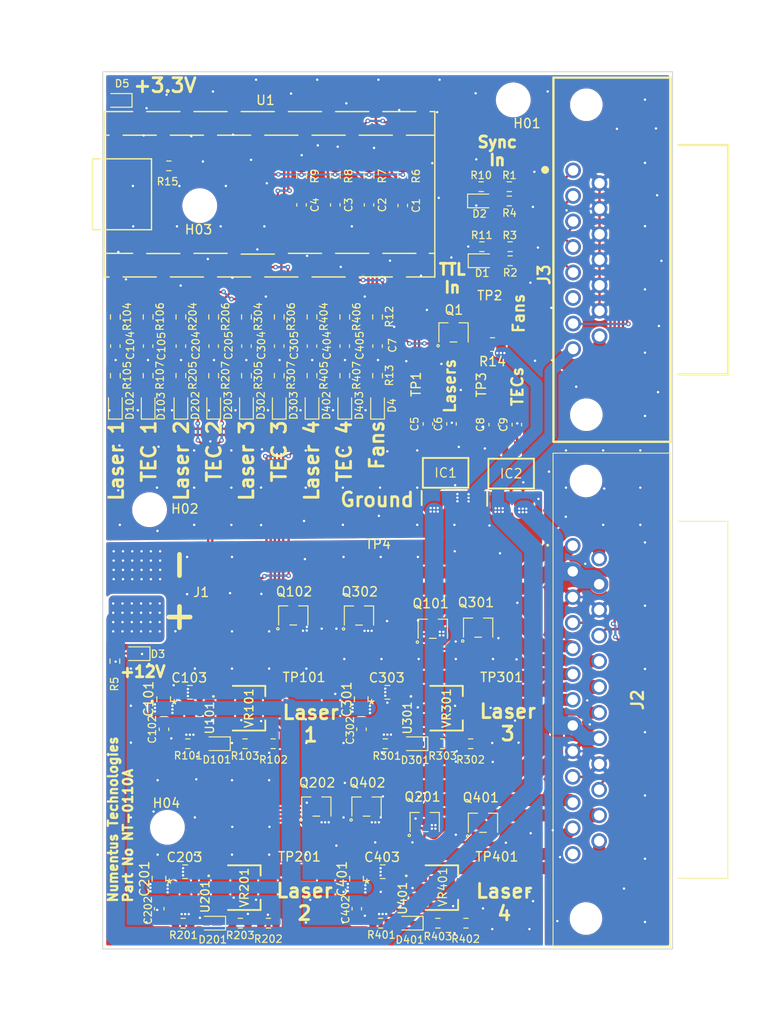
<source format=kicad_pcb>
(kicad_pcb (version 20221018) (generator pcbnew)
  (title_block (title "HSHS Interface Board v 0110B") (date "2024-02-29") (rev "NT-0110A") (company "Numentus Technologies"))
  (layers (0 "F.Cu" signal) (31 "B.Cu" signal) (34 "B.Paste" user) (35 "F.Paste" user) (36 "B.SilkS" user "B.Silkscreen") (37 "F.SilkS" user "F.Silkscreen") (38 "B.Mask" user) (39 "F.Mask" user) (44 "Edge.Cuts" user))
  (net 0 "")
  (net 1 "+3.3V")
  (net 2 "GNDA")
  (net 3 "/LaserControl1")
  (net 4 "/LaserControl2")
  (net 5 "/LaserControl3")
  (net 6 "/TECControl1")
  (net 7 "/TECControl2")
  (net 8 "/TECControl3")
  (net 9 "/FanControl")
  (net 10 "/Clock3.3V+")
  (net 11 "/Camera A+")
  (net 12 "/Camera B+")
  (net 13 "/Camera C+")
  (net 14 "/Therm1+")
  (net 15 "/Therm2+")
  (net 16 "/Therm3+")
  (net 17 "/TTLOut3.3V+")
  (net 18 "/Spare+")
  (net 19 "+12V")
  (net 20 "/LaserPow1+")
  (net 21 "/LaserPow2+")
  (net 22 "/LaserPow3+")
  (net 23 "/Clock5V+")
  (net 24 "/TTLOut5V+")
  (net 25 "/Fan-")
  (net 26 "/LaserPow4+")
  (net 27 "/LaserPow1-")
  (net 28 "/TECPow1-")
  (net 29 "/LaserPow2-")
  (net 30 "/TECPow2-")
  (net 31 "/LaserPow3-")
  (net 32 "/TECPow3-")
  (net 33 "/LaserPow4-")
  (net 34 "/TECPow4-")
  (net 35 "/LaserControl4")
  (net 36 "/TECControl4")
  (net 37 "/Therm4+")
  (net 38 "GNDPWR")
  (net 39 "/TEC Monitor")
  (net 40 "Laser MOSFET Low")
  (net 41 "/Laser Monitor")
  (net 42 "Net-(IC1-FILTER)")
  (net 43 "Net-(Q1-G)")
  (net 44 "Net-(Q101-G)")
  (net 45 "Net-(U201-SS{slash}TR)")
  (net 46 "Net-(Q201-G)")
  (net 47 "Net-(Q202-G)")
  (net 48 "Net-(U301-SS{slash}TR)")
  (net 49 "Net-(Q301-G)")
  (net 50 "Net-(Q302-G)")
  (net 51 "Net-(U401-SS{slash}TR)")
  (net 52 "Net-(Q401-G)")
  (net 53 "Net-(Q402-G)")
  (net 54 "Net-(IC2-FILTER)")
  (net 55 "Net-(U101-SS{slash}TR)")
  (net 56 "Net-(Q102-G)")
  (net 57 "Net-(D101-A)")
  (net 58 "Net-(D102-A)")
  (net 59 "Net-(D103-A)")
  (net 60 "Net-(D1-A)")
  (net 61 "Net-(D2-A)")
  (net 62 "Net-(D201-A)")
  (net 63 "Net-(D202-A)")
  (net 64 "Net-(D203-A)")
  (net 65 "Net-(D301-A)")
  (net 66 "Net-(D302-A)")
  (net 67 "Net-(D303-A)")
  (net 68 "Net-(D401-A)")
  (net 69 "Net-(D402-A)")
  (net 70 "Net-(D403-A)")
  (net 71 "Net-(D3-A)")
  (net 72 "Net-(D4-A)")
  (net 73 "Net-(D5-A)")
  (net 74 "Net-(U201-FB{slash}VSET)")
  (net 75 "Net-(VR201-CW)")
  (net 76 "Net-(U301-FB{slash}VSET)")
  (net 77 "Net-(VR301-CW)")
  (net 78 "Net-(U401-FB{slash}VSET)")
  (net 79 "Net-(VR401-CW)")
  (net 80 "Net-(D101-K)")
  (net 83 "Net-(Q1-S)")
  (net 84 "Net-(VR101-CW)")
  (net 85 "Net-(U101-FB{slash}VSET)")
  (net 90 "Net-(D201-K)")
  (net 91 "Net-(D301-K)")
  (net 92 "Net-(D401-K)")
  (net 97 "/TEC High")
  (footprint "Global_Footprint_Library:5788798-1 Fix_A" (layer "F.Cu") (at 175.3 63.12 -90)
    (fp_text reference "J3")
    (fp_text value "5788798-1" hide)
  )
  (footprint "Global_Footprint_Library:SSM3K376R_Mod_A" (layer "F.Cu") (at 148.819999 123.5662)
    (fp_text reference "Q201")
    (fp_text value "SSM3K376R_A" hide)
  )
  (footprint "Global_Footprint_Library:R_0603_1608Metric_Small_Font" (layer "F.Cu") (at 144.0771 134.437798)
    (fp_text reference "R401")
    (fp_text value "15k")
  )
  (footprint "Capacitor_SMD:C_0805_2012Metric" (layer "F.Cu") (at 123.559999 109.62 180)
    (fp_text reference "C103")
    (fp_text value "22µF")
  )
  (footprint "Global_Footprint_Library:R_0603_1608Metric_Small_Font" (layer "F.Cu") (at 158.01 61.72 180)
    (fp_text reference "R3")
    (fp_text value "500")
  )
  (footprint "Global_Footprint_Library:R_0603_1608Metric_Small_Font" (layer "F.Cu") (at 133.17 69.267666 -90)
    (fp_text reference "R306")
    (fp_text value "10k")
  )
  (footprint "Global_Footprint_Library:R_0603_1608Metric_Small_Font" (layer "F.Cu") (at 136.69625 69.267666 -90)
    (fp_text reference "R404")
    (fp_text value "10k")
  )
  (footprint "Global_Footprint_Library:R_0603_1608Metric_Small_Font" (layer "F.Cu") (at 129.64375 75.581333 -90)
    (fp_text reference "R305")
    (fp_text value "500")
  )
  (footprint "Global_Footprint_Library:SM42X104_Smaller_Courtyard" (layer "F.Cu") (at 150.6641 130.617798 -90)
    (fp_text reference "VR401")
    (fp_text value "SM-42X104" hide)
  )
  (footprint "Global_Footprint_Library:C_0603_1608Metric_Small_Font" (layer "F.Cu") (at 158.735 80.843 90)
    (fp_text reference "C9")
    (fp_text value "33nF")
  )
  (footprint "Global_Footprint_Library:SSM3K376R_Mod_A" (layer "F.Cu") (at 149.69 102.7838)
    (fp_text reference "Q101")
    (fp_text value "SSM3K376R_A" hide)
  )
  (footprint "Capacitor_SMD:C_0805_2012Metric" (layer "F.Cu") (at 120.739999 110.36 90)
    (fp_text reference "C101")
    (fp_text value "10µF")
  )
  (footprint "MountingHole:MountingHole_3.5mm" (layer "F.Cu") (at 124.62 57.31)
    (fp_text reference "H03")
    (fp_text value "MountingHole")
  )
  (footprint "Capacitor_SMD:C_0805_2012Metric" (layer "F.Cu") (at 120.2341 129.647798 90)
    (fp_text reference "C201")
    (fp_text value "10µF")
  )
  (footprint "Global_Footprint_Library:KEYSTONE_5015" (layer "F.Cu") (at 135.4241 129.027798)
    (fp_text reference "TP201")
    (fp_text value "5015")
  )
  (footprint "Global_Footprint_Library:C_0603_1608Metric_Small_Font" (layer "F.Cu") (at 141.5141 132.882798 -90)
    (fp_text reference "C402")
    (fp_text value "10nF")
  )
  (footprint "Global_Footprint_Library:uSIP11_SIS_TEX_Mod" (layer "F.Cu") (at 123.05 131.817798)
    (fp_text reference "U201")
    (fp_text value "TPSM82902SISR" hide)
  )
  (footprint "Global_Footprint_Library:R_0603_1608Metric_Small_Font" (layer "F.Cu") (at 153.2591 134.437798)
    (fp_text reference "R402")
    (fp_text value "25k")
  )
  (footprint "Global_Footprint_Library:C_0603_1608Metric_Small_Font" (layer "F.Cu") (at 146.46 57.295 -90)
    (fp_text reference "C1")
    (fp_text value "1µF")
  )
  (footprint "Global_Footprint_Library:R_0603_1608Metric_Small_Font" (layer "F.Cu") (at 158.01 63.23 180)
    (fp_text reference "R2")
    (fp_text value "1k")
  )
  (footprint "Global_Footprint_Library:R_0603_1608Metric_Small_Font" (layer "F.Cu") (at 154.9 55.27 180)
    (fp_text reference "R10")
    (fp_text value "1k")
  )
  (footprint "Global_Footprint_Library:SSM3K376R_Mod_A" (layer "F.Cu") (at 141.748999 101.3662)
    (fp_text reference "Q302")
    (fp_text value "SSM3K376R_A" hide)
  )
  (footprint "Global_Footprint_Library:SM42X104_Smaller_Courtyard" (layer "F.Cu") (at 129.919999 111.33 -90)
    (fp_text reference "VR101")
    (fp_text value "SM-42X104" hide)
  )
  (footprint "Global_Footprint_Library:KEYSTONE_5015" (layer "F.Cu") (at 149.61 76.75 90)
    (fp_text reference "TP1")
    (fp_text value "5015")
  )
  (footprint "Global_Footprint_Library:R_0603_1608Metric_Small_Font" (layer "F.Cu") (at 119.065 69.267666 -90)
    (fp_text reference "R106")
    (fp_text value "10k")
  )
  (footprint "MountingHole:MountingHole_3.5mm" (layer "F.Cu") (at 121.14 124.13)
    (fp_text reference "H04")
    (fp_text value "MountingHole")
  )
  (footprint "Capacitor_SMD:C_0805_2012Metric" (layer "F.Cu") (at 141.989999 110.36 90)
    (fp_text reference "C301")
    (fp_text value "10µF")
  )
  (footprint "Global_Footprint_Library:R_0603_1608Metric_Small_Font" (layer "F.Cu") (at 143.74875 69.267666 -90)
    (fp_text reference "R12")
    (fp_text value "10k")
  )
  (footprint "MountingHole:MountingHole_3.5mm" (layer "F.Cu") (at 119.22 89.99)
    (fp_text reference "H02")
    (fp_text value "MountingHole")
  )
  (footprint "Global_Footprint_Library:R_0603_1608Metric_Small_Font" (layer "F.Cu") (at 144.582999 115.15)
    (fp_text reference "R301")
    (fp_text value "15k")
  )
  (footprint "Global_Footprint_Library:uSIP11_SIS_TEX_Mod" (layer "F.Cu") (at 144.805899 112.53)
    (fp_text reference "U301")
    (fp_text value "TPSM82902SISR" hide)
  )
  (footprint "Capacitor_SMD:C_0805_2012Metric" (layer "F.Cu") (at 144.3041 128.907798 180)
    (fp_text reference "C403")
    (fp_text value "22µF")
  )
  (footprint "Capacitor_SMD:C_0805_2012Metric" (layer "F.Cu") (at 144.809999 109.62 180)
    (fp_text reference "C303")
    (fp_text value "22µF")
  )
  (footprint "Global_Footprint_Library:SM42X104_Smaller_Courtyard" (layer "F.Cu") (at 129.4141 130.617798 -90)
    (fp_text reference "VR201")
    (fp_text value "SM-42X104" hide)
  )
  (footprint "Global_Footprint_Library:R_0603_1608Metric_Small_Font" (layer "F.Cu") (at 126.1175 75.581333 -90)
    (fp_text reference "R207")
    (fp_text value "500")
  )
  (footprint "Global_Footprint_Library:AA1608 Generic Kingbrite LED" (layer "F.Cu") (at 136.69625 78.762666 90)
    (fp_text reference "D402")
    (fp_text value "LED Yellow")
  )
  (footprint "Global_Footprint_Library:R_0603_1608Metric_Small_Font" (layer "F.Cu") (at 119.065 75.581333 -90)
    (fp_text reference "R107")
    (fp_text value "500")
  )
  (footprint "Global_Footprint_Library:R_0603_1608Metric_Small_Font" (layer "F.Cu") (at 128.9891 134.437798 180)
    (fp_text reference "R203")
    (fp_text value "15k")
  )
  (footprint "Global_Footprint_Library:AA1608 Generic Kingbrite LED" (layer "F.Cu") (at 126.417999 115.15 180)
    (fp_text reference "D101")
    (fp_text value "LED Red")
  )
  (footprint "Global_Footprint_Library:AA1608 Generic Kingbrite LED" (layer "F.Cu") (at 122.59125 78.762666 90)
    (fp_text reference "D202")
    (fp_text value "LED Yellow")
  )
  (footprint "Global_Footprint_Library:AA1608 Generic Kingbrite LED" (layer "F.Cu") (at 140.2225 78.762666 90)
    (fp_text reference "D403")
    (fp_text value "LED Blue")
  )
  (footprint "Global_Footprint_Library:C_0603_1608Metric_Small_Font" (layer "F.Cu") (at 139.2 57.225 -90)
    (fp_text reference "C3")
    (fp_text value "1µF")
  )
  (footprint "Global_Footprint_Library:KEYSTONE_5015" (layer "F.Cu") (at 156.6741 129.027798)
    (fp_text reference "TP401")
    (fp_text value "5015")
  )
  (footprint "Global_Footprint_Library:R_0603_1608Metric_Small_Font" (layer "F.Cu") (at 153.764999 115.15)
    (fp_text reference "R302")
    (fp_text value "25k")
  )
  (footprint "Global_Footprint_Library:SSM3K376R_Mod_A" (layer "F.Cu") (at 137.1618 121.9)
    (fp_text reference "Q202")
    (fp_text value "SSM3K376R_A" hide)
  )
  (footprint "Global_Footprint_Library:uSIP11_SIS_TEX_Mod" (layer "F.Cu") (at 144.3 131.817798)
    (fp_text reference "U401")
    (fp_text value "TPSM82902SISR" hide)
  )
  (footprint "Global_Footprint_Library:SSM3K376R_Mod_A" (layer "F.Cu") (at 134.682001 101.3562)
    (fp_text reference "Q102")
    (fp_text value "SSM3K376R_A" hide)
  )
  (footprint "Global_Footprint_Library:KEYSTONE_5015" (layer "F.Cu") (at 135.929999 109.74)
    (fp_text reference "TP101")
    (fp_text value "5015")
  )
  (footprint "Global_Footprint_Library:AA1608 Generic Kingbrite LED" (layer "F.Cu") (at 143.74875 78.762666 90)
    (fp_text reference "D4")
    (fp_text value "LED Blue")
  )
  (footprint "Global_Footprint_Library:C_0603_1608Metric_Small_Font" (layer "F.Cu") (at 115.53875 72.407666 -90)
    (fp_text reference "C104")
    (fp_text value "10nF")
  )
  (footprint "Global_Footprint_Library:C_0603_1608Metric_Small_Font" (layer "F.Cu") (at 143.74875 72.407666 -90)
    (fp_text reference "C7")
    (fp_text value "10nF")
  )
  (footprint "Global_Footprint_Library:R_0603_1608Metric_Small_Font" (layer "F.Cu") (at 140.2225 75.581333 -90)
    (fp_text reference "R407")
    (fp_text value "500")
  )
  (footprint "Global_Footprint_Library:57888011_A" (layer "F.Cu") (at 164.75 93.86 -90)
    (fp_text reference "J2")
    (fp_text value "5788801-1" hide)
  )
  (footprint "Global_Footprint_Library:C_0603_1608Metric_Small_Font" (layer "F.Cu") (at 120.2641 132.882798 -90)
    (fp_text reference "C202")
    (fp_text value "10nF")
  )
  (footprint "Global_Footprint_Library:SSM3K376R_Mod_A" (layer "F.Cu") (at 142.5618 121.9)
    (fp_text reference "Q402")
    (fp_text value "SSM3K376R_A" hide)
  )
  (footprint "Resistor_SMD:R_0805_2012Metric" (layer "F.Cu") (at 156.1175 72.24)
    (fp_text reference "R14")
    (fp_text value "0.1")
  )
  (footprint "Global_Footprint_Library:C_0603_1608Metric_Small_Font" (layer "F.Cu") (at 133.17 72.407666 -90)
    (fp_text reference "C305")
    (fp_text value "10nF")
  )
  (footprint "Global_Footprint_Library:R_0603_1608Metric_Small_Font" (layer "F.Cu") (at 132.514999 115.15)
    (fp_text reference "R102")
    (fp_text value "25k")
  )
  (footprint "Global_Footprint_Library:C_0603_1608Metric_Small_Font" (layer "F.Cu") (at 129.64375 72.407666 -90)
    (fp_text reference "C304")
    (fp_text value "10nF")
  )
  (footprint "Global_Footprint_Library:C_0603_1608Metric_Small_Font" (layer "F.Cu") (at 156.245 80.843 90)
    (fp_text reference "C8")
    (fp_text value "0.1µF")
  )
  (footprint "Global_Footprint_Library:AA1608 Generic Kingbrite LED" (layer "F.Cu") (at 119.065 78.762666 90)
    (fp_text reference "D103")
    (fp_text value "LED Blue")
  )
  (footprint "Global_Footprint_Library:C_0603_1608Metric_Small_Font" (layer "F.Cu") (at 135.57 57.225 -90)
    (fp_text reference "C4")
    (fp_text value "1µF")
  )
  (footprint "Global_Footprint_Library:R_0603_1608Metric_Small_Font" (layer "F.Cu") (at 123.332999 115.15)
    (fp_text reference "R101")
    (fp_text value "15k")
  )
  (footprint "Global_Footprint_Library:C_0603_1608Metric_Small_Font" (layer "F.Cu") (at 120.769999 113.595 -90)
    (fp_text reference "C102")
    (fp_text value "10nF")
  )
  (footprint "Global_Footprint_Library:R_0603_1608Metric_Small_Font" (layer "F.Cu") (at 157.925 56.8 180)
    (fp_text reference "R4")
    (fp_text value "1k")
  )
  (footprint "Global_Footprint_Library:C_0603_1608Metric_Small_Font" (layer "F.Cu") (at 142.83 57.225 -90)
    (fp_text reference "C2")
    (fp_text value "1µF")
  )
  (footprint "Global_Footprint_Library:AA1608 Generic Kingbrite LED" (layer "F.Cu") (at 126.1175 78.762666 90)
    (fp_text reference "D203")
    (fp_text value "LED Blue")
  )
  (footprint "Global_Footprint_Library:C_0603_1608Metric_Small_Font" (layer "F.Cu") (at 149.165 80.773 90)
    (fp_text reference "C5")
    (fp_text value "0.1µF")
  )
  (footprint "Global_Footprint_Library:AA1608 Generic Kingbrite LED" (layer "F.Cu") (at 117.78 105.47 180)
    (fp_text reference "D3")
    (fp_text value "LED Green")
  )
  (footprint "Global_Footprint_Library:NetTieSolderBridgeSmaller" (layer "F.Cu") (at 136.82 93.3 -90)
    (fp_text reference "NT1" hide)
    (fp_text value "NetTie_2")
  )
  (footprint "Global_Footprint_Library:R_0603_1608Metric_Small_Font" (layer "F.Cu") (at 115.53875 75.581333 -90)
    (fp_text reference "R105")
    (fp_text value "500")
  )
  (footprint "Global_Footprint_Library:AA1608 Generic Kingbrite LED" (layer "F.Cu") (at 133.17 78.762666 90)
    (fp_text reference "D303")
    (fp_text value "LED Blue")
  )
  (footprint "Global_Footprint_Library:C_0603_1608Metric_Small_Font" (layer "F.Cu") (at 140.2225 72.407666 -90)
    (fp_text reference "C405")
    (fp_text value "10nF")
  )
  (footprint "Global_Footprint_Library:KEYSTONE_5015" (layer "F.Cu") (at 143.71 91.8 180)
    (fp_text reference "TP4")
    (fp_text value "5015")
  )
  (footprint "Global_Footprint_Library:AA1608 Generic Kingbrite LED" (layer "F.Cu") (at 147.667999 115.15 180)
    (fp_text reference "D301")
    (fp_text value "LED Red")
  )
  (footprint "Global_Footprint_Library:R_0603_1608Metric_Small_Font" (layer "F.Cu") (at 142.83 54.131333 -90)
    (fp_text reference "R7")
    (fp_text value "10k")
  )
  (footprint "Global_Footprint_Library:KEYSTONE_5015" (layer "F.Cu") (at 157.179999 109.74)
    (fp_text reference "TP301")
    (fp_text value "5015")
  )
  (footprint "Capacitor_SMD:C_0805_2012Metric" (layer "F.Cu") (at 123.0541 128.907798 180)
    (fp_text reference "C203")
    (fp_text value "22µF")
  )
  (footprint "Global_Footprint_Library:R_0603_1608Metric_Small_Font" (layer "F.Cu") (at 140.2225 69.267666 -90)
    (fp_text reference "R406")
    (fp_text value "10k")
  )
  (footprint "Global_Footprint_Library:SSM3K376R_Mod_A" (layer "F.Cu") (at 155.09 123.6438)
    (fp_text reference "Q401")
    (fp_text value "SSM3K376R_A" hide)
  )
  (footprint "Global_Footprint_Library:KEYSTONE_5015" (layer "F.Cu") (at 155.83 68.74)
    (fp_text reference "TP2")
    (fp_text value "5015")
  )
  (footprint "Global_Footprint_Library:SM42X104_Smaller_Courtyard" (layer "F.Cu") (at 151.169999 111.33 -90)
    (fp_text reference "VR301")
    (fp_text value "SM-42X104" hide)
  )
  (footprint "Global_Footprint_Library:R_0603_1608Metric_Small_Font" (layer "F.Cu") (at 115.49 106.27 90)
    (fp_text reference "R5")
    (fp_text value "25k")
  )
  (footprint "Global_Footprint_Library:R_0603_1608Metric_Small_Font" (layer "F.Cu") (at 139.2 54.131333 -90)
    (fp_text reference "R8")
    (fp_text value "10k")
  )
  (footprint "Global_Footprint_Library:AA1608 Generic Kingbrite LED" (layer "F.Cu") (at 154.99 63.23)
    (fp_text reference "D1")
    (fp_text value "LED Green")
  )
  (footprint "Global_Footprint_Library:R_0603_1608Metric_Small_Font" (layer "F.Cu") (at 150.744999 115.15 180)
    (fp_text reference "R303")
    (fp_text value "15k")
  )
  (footprint "Global_Footprint_Library:R_0603_1608Metric_Small_Font" (layer "F.Cu") (at 129.494999 115.15 180)
    (fp_text reference "R103")
    (fp_text value "15k")
  )
  (footprint "Global_Footprint_Library:R_0603_1608Metric_Small_Font" (layer "F.Cu") (at 122.59125 69.267666 -90)
    (fp_text reference "R204")
    (fp_text value "10k")
  )
  (footprint "Global_Footprint_Library:R_0603_1608Metric_Small_Font" (layer "F.Cu") (at 154.97 61.72 180)
    (fp_text reference "R11")
    (fp_text value "1k")
  )
  (footprint "Global_Footprint_Library:C_0603_1608Metric_Small_Font" (layer "F.Cu") (at 136.69625 72.407666 -90)
    (fp_text reference "C404")
    (fp_text value "10nF")
  )
  (footprint "Global_Footprint_Library:C_0603_1608Metric_Small_Font" (layer "F.Cu") (at 122.59125 72.407666 -90)
    (fp_text reference "C204")
    (fp_text value "10nF")
  )
  (footprint "Global_Footprint_Library:R_0603_1608Metric_Small_Font" (layer "F.Cu") (at 122.59125 75.581333 -90)
    (fp_text reference "R205")
    (fp_text value "500")
  )
  (footprint "Global_Footprint_Library:R_0603_1608Metric_Small_Font" (layer "F.Cu") (at 121.3 53.03 180)
    (fp_text reference "R15")
    (fp_text value "1k")
  )
  (footprint "Global_Footprint_Library:SSM3K376R_Mod_A" (layer "F.Cu") (at 151.9226 70.93)
    (fp_text reference "Q1")
    (fp_text value "SSM3K376R_A" hide)
  )
  (footprint "Global_Footprint_Library:C_0603_1608Metric_Small_Font" (layer "F.Cu") (at 119.065 72.407666 -90)
    (fp_text reference "C105")
    (fp_text value "10nF")
  )
  (footprint "Global_Footprint_Library:uSIP11_SIS_TEX_Mod" (layer "F.Cu") (at 123.555899 112.53)
    (fp_text reference "U101")
    (fp_text value "TPSM82902SISR" hide)
  )
  (footprint "Global_Footprint_Library:SSM3K376R_Mod_A" (layer "F.Cu") (at 154.570001 102.6662)
    (fp_text reference "Q301")
    (fp_text value "SSM3K376R_A" hide)
  )
  (footprint "Global_Footprint_Library:R_0603_1608Metric_Small_Font" (layer "F.Cu") (at 146.46 54.131333 -90)
    (fp_text reference "R6")
    (fp_text value "10k")
  )
  (footprint "Global_Footprint_Library:SOIC127P600X175-8N" (layer "F.Cu") (at 151.075 86.028 90)
    (fp_text reference "IC1")
    (fp_text value "ACS725LLCTR-10AU-T" hide)
  )
  (footprint "Global_Footprint_Library:R_0603_1608Metric_Small_Font" (layer "F.Cu") (at 136.69625 75.581333 -90)
    (fp_text reference "R405")
    (fp_text value "500")
  )
  (footprint "Global_Footprint_Library:R_0603_1608Metric_Small_Font" (layer "F.Cu") (at 135.57 54.131333 -90)
    (fp_text reference "R9")
    (fp_text value "10k")
  )
  (footprint "Global_Footprint_Library:R_0603_1608Metric_Small_Font" (layer "F.Cu") (at 143.74875 75.581333 -90)
    (fp_text reference "R13")
    (fp_text value "500")
  )
  (footprint "Global_Footprint_Library:C_0603_1608Metric_Small_Font" (layer "F.Cu") (at 151.705 80.773 90)
    (fp_text reference "C6")
    (fp_text value "33nF")
  )
  (footprint "Global_Footprint_Library:Teensy40_with_3D_Model_28_Pins_Surface_Mount_C" (layer "F.Cu") (at 132.13 56.083833)
    (fp_text reference "U1")
    (fp_text value "Teensy4.0_28_Pins")
  )
  (footprint "Global_Footprint_Library:R_0603_1608Metric_Small_Font" (layer "F.Cu") (at 122.8271 134.437798)
    (fp_text reference "R201")
    (fp_text value "15k")
  )
  (footprint "Global_Footprint_Library:R_0603_1608Metric_Small_Font" (layer "F.Cu") (at 157.925 55.27 180)
    (fp_text reference "R1")
    (fp_text value "500")
  )
  (footprint "Global_Footprint_Library:C_0603_1608Metric_Small_Font" (layer "F.Cu") (at 126.1175 72.407666 -90)
    (fp_text reference "C205")
    (fp_text value "10nF")
  )
  (footprint "Capacitor_SMD:C_0805_2012Metric" (layer "F.Cu") (at 141.4841 129.647798 90)
    (fp_text reference "C401")
    (fp_text value "10µF")
  )
  (footprint "Global_Footprint_Library:C_0603_1608Metric_Small_Font" (layer "F.Cu") (at 142.019999 113.595 -90)
    (fp_text reference "C302")
    (fp_text value "10nF")
  )
  (footprint "Global_Footprint_Library:AA1608 Generic Kingbrite LED" (layer "F.Cu") (at 115.53875 78.762666 90)
    (fp_text reference "D102")
    (fp_text value "LED Yellow")
  )
  (footprint "Global_Footprint_Library:AA1608 Generic Kingbrite LED" (layer "F.Cu") (at 115.848 45.991333 180)
    (fp_text reference "D5")
    (fp_text value "LED Green")
  )
  (footprint "MountingHole:MountingHole_3.5mm" (layer "F.Cu") (at 158.35 45.94)
    (fp_text reference "H01")
    (fp_text value "MountingHole")
  )
  (footprint "Global_Footprint_Library:AA1608 Generic Kingbrite LED" (layer "F.Cu") (at 129.64375 78.762666 90)
    (fp_text reference "D302")
    (fp_text value "LED Yellow")
  )
  (footprint "Global_Footprint_Library:R_0603_1608Metric_Small_Font" (layer "F.Cu") (at 129.64375 69.267666 -90)
    (fp_text reference "R304")
    (fp_text value "10k")
  )
  (footprint "Global_Footprint_Library:AA1608 Generic Kingbrite LED" (layer "F.Cu") (at 147.1621 134.437798 180)
    (fp_text reference "D401")
    (fp_text value "LED Red")
  )
  (footprint "Global_Footprint_Library:Dual Solder Pads Both Sides No PTH" (layer "F.Cu") (at 117.82 98.92 -90)
    (fp_text reference "J1")
    (fp_text value "Conn_01x02_Pin")
  )
  (footprint "Global_Footprint_Library:SOIC127P600X175-8N" (layer "F.Cu") (at 158.125 86.108 90)
    (fp_text reference "IC2")
    (fp_text value "ACS725LLCTR-10AU-T" hide)
  )
  (footprint "Global_Footprint_Library:AA1608 Generic Kingbrite LED" (layer "F.Cu") (at 125.9121 134.437798 180)
    (fp_text reference "D201")
    (fp_text value "LED Red")
  )
  (footprint "Global_Footprint_Library:AA1608 Generic Kingbrite LED" (layer "F.Cu") (at 154.92 56.8)
    (fp_text reference "D2")
    (fp_text value "LED Green")
  )
  (footprint "Global_Footprint_Library:R_0603_1608Metric_Small_Font" (layer "F.Cu") (at 133.17 75.581333 -90)
    (fp_text reference "R307")
    (fp_text value "500")
  )
  (footprint "Global_Footprint_Library:R_0603_1608Metric_Small_Font" (layer "F.Cu") (at 115.53875 69.267666 -90)
    (fp_text reference "R104")
    (fp_text value "10k")
  )
  (footprint "Global_Footprint_Library:R_0603_1608Metric_Small_Font" (layer "F.Cu") (at 132.0091 134.437798)
    (fp_text reference "R202")
    (fp_text value "25k")
  )
  (footprint "Global_Footprint_Library:KEYSTONE_5015" (layer "F.Cu") (at 156.68 76.75 90)
    (fp_text reference "TP3")
    (fp_text value "5015")
  )
  (footprint "Global_Footprint_Library:R_0603_1608Metric_Small_Font" (layer "F.Cu") (at 126.1175 69.267666 -90)
    (fp_text reference "R206")
    (fp_text value "10k")
  )
  (footprint "Global_Footprint_Library:R_0603_1608Metric_Small_Font" (layer "F.Cu") (at 150.2391 134.437798 180)
    (fp_text reference "R403")
    (fp_text value "15k")
  )
  (gr_rect (start 114.18 42.91) (end 175.49 137.21) (stroke (width 0.1)) (fill none) (layer "Edge.Cuts"))
  (gr_text "Laser 2" (at 123.5275 84.72 90) (layer "F.SilkS") (effects (font (size 1.5 1.5) (thickness 0.3)) (justify bottom)))
  (gr_text "TECs" (at 159.5 76.750001 90) (layer "F.SilkS") (effects (font (size 1.2 1.2) (thickness 0.25) bold) (justify bottom)))
  (gr_text "Fans" (at 144.55 83.041429 90) (layer "F.SilkS") (effects (font (size 1.5 1.5) (thickness 0.3)) (justify bottom)))
  (gr_text "+12V" (at 115.9 108.11) (layer "F.SilkS") (effects (font (size 1.2 1.2) (thickness 0.3)) (justify left bottom)))
  (gr_text "Ground" (at 143.71 89.79) (layer "F.SilkS") (effects (font (size 1.5 1.5) (thickness 0.3)) (justify bottom)))
  (gr_text "Laser\n4" (at 157.37 134.28) (layer "F.SilkS") (effects (font (size 1.5 1.5) (thickness 0.3)) (justify bottom)))
  (gr_text "TEC 3" (at 134.03875 83.72 90) (layer "F.SilkS") (effects (font (size 1.5 1.5) (thickness 0.3)) (justify bottom)))
  (gr_text "TEC 1" (at 120.02375 83.72 90) (layer "F.SilkS") (effects (font (size 1.5 1.5) (thickness 0.3)) (justify bottom)))
  (gr_text "Sync\nIn" (at 156.63 53.11) (layer "F.SilkS") (effects (font (size 1.2 1.2) (thickness 0.3)) (justify bottom)))
  (gr_text "Laser 3" (at 130.535 84.72 90) (layer "F.SilkS") (effects (font (size 1.5 1.5) (thickness 0.3)) (justify bottom)))
  (gr_text "TTL\nIn" (at 151.79 66.8) (layer "F.SilkS") (effects (font (size 1.2 1.2) (thickness 0.3)) (justify bottom)))
  (gr_text "Laser 1" (at 116.52 84.72 90) (layer "F.SilkS") (effects (font (size 1.5 1.5) (thickness 0.3)) (justify bottom)))
  (gr_text "Laser\n3" (at 157.762047 114.951279) (layer "F.SilkS") (effects (font (size 1.5 1.5) (thickness 0.3)) (justify bottom)))
  (gr_text "+3.3V" (at 117.333 45.256333) (layer "F.SilkS") (effects (font (size 1.5 1.5) (thickness 0.3)) (justify left bottom)))
  (gr_text "TEC 4" (at 141.04625 83.72 90) (layer "F.SilkS") (effects (font (size 1.5 1.5) (thickness 0.3)) (justify bottom)))
  (gr_text "Laser 4" (at 137.5425 84.72 90) (layer "F.SilkS") (effects (font (size 1.5 1.5) (thickness 0.3)) (justify bottom)))
  (gr_text "Laser\n2" (at 135.894101 134.243998) (layer "F.SilkS") (effects (font (size 1.5 1.5) (thickness 0.3)) (justify bottom)))
  (gr_text "Laser\n1" (at 136.56 115.0762) (layer "F.SilkS") (effects (font (size 1.5 1.5) (thickness 0.3)) (justify bottom)))
  (gr_text "TEC 2" (at 127.03125 83.72 90) (layer "F.SilkS") (effects (font (size 1.5 1.5) (thickness 0.3)) (justify bottom)))
  (gr_text "Numentus Technologies\nPart No NT-0110A" (at 117.48 132.33 90) (layer "F.SilkS") (effects (font (size 1 1) (thickness 0.25) bold) (justify left bottom)))
  (gr_text "Fans" (at 159.64 68.88 90) (layer "F.SilkS") (effects (font (size 1.2 1.2) (thickness 0.25) bold) (justify bottom)))
  (gr_text "Lasers" (at 152.23 76.69 90) (layer "F.SilkS") (effects (font (size 1.2 1.2) (thickness 0.25) bold) (justify bottom)))
  (segment (start 122.565 51.931333) (end 122.565 52.59) (width 0.25) (layer "F.Cu") (net 1))
  (segment (start 139.315 61.097792) (end 139.315 60.823833) (width 0.25) (layer "F.Cu") (net 1))
  (segment (start 149.17 83.316) (end 149.17 81.553) (width 0.25) (layer "F.Cu") (net 1))
  (segment (start 146.47 53.316333) (end 146.46 53.306333) (width 0.25) (layer "F.Cu") (net 1))
  (segment (start 139.2 53.95) (end 139.2 53.306333) (width 0.25) (layer "F.Cu") (net 1))
  (segment (start 123.045 53.95) (end 128.49 53.95) (width 0.25) (layer "F.Cu") (net 1))
  (segment (start 147.761 70.989021) (end 142.77 65.998021) (width 0.25) (layer "F.Cu") (net 1))
  (segment (start 155.2125 84.4035) (end 156.22 83.396) (width 0.25) (layer "F.Cu") (net 1))
  (segment (start 122.125 53.03) (end 123.045 53.95) (width 0.25) (layer "F.Cu") (net 1))
  (segment (start 142.77 65.998021) (end 142.77 64.552792) (width 0.25) (layer "F.Cu") (net 1))
  (segment (start 149.17 83.316) (end 149.17 83.7535) (width 0.25) (layer "F.Cu") (net 1))
  (segment (start 149.17 81.553) (end 149.165 81.548) (width 0.25) (layer "F.Cu") (net 1))
  (segment (start 147.761 80.483213) (end 147.761 70.989021) (width 0.25) (layer "F.Cu") (net 1))
  (segment (start 122.565 52.59) (end 122.125 53.03) (width 0.25) (layer "F.Cu") (net 1))
  (segment (start 122.565 51.931333) (end 120.7 50.066333) (width 0.25) (layer "F.Cu") (net 1))
  (segment (start 149.82 84.4035) (end 155.2125 84.4035) (width 0.25) (layer "F.Cu") (net 1))
  (segment (start 142.77 64.552792) (end 139.315 61.097792) (width 0.25) (layer "F.Cu") (net 1))
  (segment (start 149.17 83.7535) (end 149.82 84.4035) (width 0.25) (layer "F.Cu") (net 1))
  (segment (start 156.22 81.643) (end 156.245 81.618) (width 0.25) (layer "F.Cu") (net 1))
  (segment (start 135.423833 60.823833) (end 128.55 53.95) (width 0.25) (layer "F.Cu") (net 1))
  (segment (start 142.83 53.98) (end 142.83 53.306333) (width 0.25) (layer "F.Cu") (net 1))
  (segment (start 146.385 53.351333) (end 146.51 53.226333) (width 0.25) (layer "F.Cu") (net 1))
  (segment (start 128.55 53.95) (end 128.49 53.95) (width 0.25) (layer "F.Cu") (net 1))
  (segment (start 156.22 83.396) (end 156.22 81.643) (width 0.25) (layer "F.Cu") (net 1))
  (segment (start 128.49 53.95) (end 133.08 53.95) (width 0.25) (layer "F.Cu") (net 1))
  (segment (start 149.165 81.548) (end 148.825787 81.548) (width 0.25) (layer "F.Cu") (net 1))
  (segment (start 146.47 53.97) (end 146.47 53.316333) (width 0.25) (layer "F.Cu") (net 1))
  (segment (start 135.57 54) (end 135.57 53.306333) (width 0.25) (layer "F.Cu") (net 1))
  (segment (start 148.825787 81.548) (end 147.761 80.483213) (width 0.25) (layer "F.Cu") (net 1))
  (segment (start 139.315 60.823833) (end 135.423833 60.823833) (width 0.25) (layer "F.Cu") (net 1))
  (segment (start 139.19 53.96) (end 139.2 53.95) (width 0.25) (layer "F.Cu") (net 1))
  (via (at 139.19 53.96) (size 0.508) (drill 0.254) (layers "F.Cu" "B.Cu") (net 1))
  (via (at 146.47 53.97) (size 0.508) (drill 0.254) (layers "F.Cu" "B.Cu") (net 1))
  (via (at 142.83 53.98) (size 0.508) (drill 0.254) (layers "F.Cu" "B.Cu") (net 1))
  (via (at 133.08 53.95) (size 0.508) (drill 0.254) (layers "F.Cu" "B.Cu") (net 1))
  (via (at 135.57 54) (size 0.508) (drill 0.254) (layers "F.Cu" "B.Cu") (net 1))
  (segment (start 133.08 53.95) (end 133.109 53.921) (width 0.25) (layer "B.Cu") (net 1))
  (segment (start 133.65883 53.95) (end 146.45 53.95) (width 0.25) (layer "B.Cu") (net 1))
  (segment (start 146.45 53.95) (end 146.47 53.97) (width 0.25) (layer "B.Cu") (net 1))
  (segment (start 133.62983 53.921) (end 133.65883 53.95) (width 0.25) (layer "B.Cu") (net 1))
  (segment (start 133.109 53.921) (end 133.62983 53.921) (width 0.25) (layer "B.Cu") (net 1))
  (segment (start 115.62 65.306333) (end 115.62 65.651333) (width 0.25) (layer "F.Cu") (net 2))
  (segment (start 158.78 80.113) (end 158.735 80.068) (width 0.25) (layer "F.Cu") (net 2))
  (segment (start 118.16 46.861333) (end 117.276 46.861333) (width 0.25) (layer "F.Cu") (net 2))
  (segment (start 117.276 46.861333) (end 116.406 45.991333) (width 0.25) (layer "F.Cu") (net 2))
  (segment (start 143.74875 79.320666) (end 142.480666 79.320666) (width 0.25) (layer "F.Cu") (net 2))
  (segment (start 133.21 73.222666) (end 133.17 73.182666) (width 0.25) (layer "F.Cu") (net 2))
  (segment (start 129.64375 79.320666) (end 128.480666 79.320666) (width 0.25) (layer "F.Cu") (net 2))
  (segment (start 154.075 55.27) (end 154.075 56.513) (width 0.25) (layer "F.Cu") (net 2))
  (segment (start 126.149643 73.902833) (end 126.149643 73.214809) (width 0.25) (layer "F.Cu") (net 2))
  (segment (start 122.61 73.902833) (end 122.61 73.201416) (width 0.25) (layer "F.Cu") (net 2))
  (segment (start 154.075 56.513) (end 154.362 56.8) (width 0.25) (layer "F.Cu") (net 2))
  (segment (start 135.57 58) (end 146.46 58) (width 0.25) (layer "F.Cu") (net 2))
  (segment (start 140.24 73.902833) (end 140.24 73.200166) (width 0.25) (layer "F.Cu") (net 2))
  (segment (start 131.980666 79.320666) (end 131.96 79.3) (width 0.25) (layer "F.Cu") (net 2))
  (segment (start 119.065 79.320666) (end 117.980666 79.320666) (width 0.25) (layer "F.Cu") (net 2))
  (segment (start 140.2225 79.320666) (end 138.980666 79.320666) (width 0.25) (layer "F.Cu") (net 2))
  (segment (start 154.125 61.7) (end 154.145 61.72) (width 0.25) (layer "F.Cu") (net 2))
  (segment (start 154.37 56.808) (end 154.362 56.8) (width 0.25) (layer "F.Cu") (net 2))
  (segment (start 119.05 73.902833) (end 119.065 73.887833) (width 0.25) (layer "F.Cu") (net 2))
  (segment (start 133.17 79.320666) (end 131.980666 79.320666) (width 0.25) (layer "F.Cu") (net 2))
  (segment (start 151.705 79.998) (end 149.165 79.998) (width 0.25) (layer "F.Cu") (net 2))
  (segment (start 154.145 61.72) (end 154.145 62.943) (width 0.25) (layer "F.Cu") (net 2))
  (segment (start 142.480666 79.320666) (end 142.46 79.3) (width 0.25) (layer "F.Cu") (net 2))
  (segment (start 125.61 79.320666) (end 126.1175 79.320666) (width 0.25) (layer "F.Cu") (net 2))
  (segment (start 158.93 79.873) (end 158.735 80.068) (width 0.25) (layer "F.Cu") (net 2))
  (segment (start 128.480666 79.320666) (end 128.46 79.3) (width 0.25) (layer "F.Cu") (net 2))
  (segment (start 143.79027 73.224186) (end 143.74875 73.182666) (width 0.25) (layer "F.Cu") (net 2))
  (segment (start 122.59125 79.320666) (end 121.659666 79.320666) (width 0.25) (layer "F.Cu") (net 2))
  (segment (start 151.74 80.6445) (end 151.74 80.033) (width 0.25) (layer "F.Cu") (net 2))
  (segment (start 167.63 54.8904) (end 167.63 68.6064) (width 0.25) (layer "F.Cu") (net 2))
  (segment (start 115.57 73.213916) (end 115.53875 73.182666) (width 0.25) (layer "F.Cu") (net 2))
  (segment (start 126.149643 73.214809) (end 126.1175 73.182666) (width 0.25) (layer "F.Cu") (net 2))
  (segment (start 160.03 83.396) (end 160.03 81.363) (width 0.25) (layer "F.Cu") (net 2))
  (segment (start 116.603667 65.306333) (end 116.68 65.23) (width 0.25) (layer "F.Cu") (net 2))
  (segment (start 158.78 80.7145) (end 158.78 80.113) (width 0.25) (layer "F.Cu") (net 2))
  (segment (start 136.71902 73.902833) (end 136.71902 73.205436) (width 0.25) (layer "F.Cu") (net 2))
  (segment (start 122.61 73.201416) (end 122.59125 73.182666) (width 0.25) (layer "F.Cu") (net 2))
  (segment (start 118.828667 46.861333) (end 118.16 46.861333) (width 0.25) (layer "F.Cu") (net 2))
  (segment (start 115.57 73.902833) (end 115.57 73.213916) (width 0.25) (layer "F.Cu") (net 2))
  (segment (start 119.065 73.887833) (end 119.065 73.182666) (width 0.25) (layer "F.Cu") (net 2))
  (segment (start 121.659666 79.320666) (end 121.639 79.3) (width 0.25) (layer "F.Cu") (net 2))
  (segment (start 114.9 79.320666) (end 115.53875 79.320666) (width 0.25) (layer "F.Cu") (net 2))
  (segment (start 158.735 80.068) (end 156.245 80.068) (width 0.25) (layer "F.Cu") (net 2))
  (segment (start 135.480666 79.320666) (end 135.46 79.3) (width 0.25) (layer "F.Cu") (net 2))
  (segment (start 152.98 81.273) (end 151.705 79.998) (width 0.25) (layer "F.Cu") (net 2))
  (segment (start 115.62 65.306333) (end 116.603667 65.306333) (width 0.25) (layer "F.Cu") (net 2))
  (segment (start 160.03 81.363) (end 158.735 80.068) (width 0.25) (layer "F.Cu") (net 2))
  (segment (start 117.980666 79.320666) (end 117.96 79.3) (width 0.25) (layer "F.Cu") (net 2))
  (segment (start 138.980666 79.320666) (end 138.96 79.3) (width 0.25) (layer "F.Cu") (net 2))
  (segment (start 136.69625 79.320666) (end 135.480666 79.320666) (width 0.25) (layer "F.Cu") (net 2))
  (segment (start 118.86 46.83) (end 118.828667 46.861333) (width 0.25) (layer "F.Cu") (net 2))
  (segment (start 115.62 65.651333) (end 115.43 65.841333) (width 0.25) (layer "F.Cu") (net 2))
  (segment (start 152.98 83.316) (end 152.98 81.273) (width 0.25) (layer "F.Cu") (net 2))
  (segment (start 133.21 73.902833) (end 133.21 73.222666) (width 0.25) (layer "F.Cu") (net 2))
  (segment (start 151.74 80.033) (end 151.705 79.998) (width 0.25) (layer "F.Cu") (net 2))
  (segment (start 154.37 57.29) (end 154.37 56.808) (width 0.25) (layer "F.Cu") (net 2))
  (segment (start 140.24 73.200166) (end 140.2225 73.182666) (width 0.25) (layer "F.Cu") (net 2))
  (segment (start 129.63 73.196416) (end 129.64375 73.182666) (width 0.25) (layer "F.Cu") (net 2))
  (segment (start 143.79027 73.902833) (end 143.79027 73.224186) (width 0.25) (layer "F.Cu") (net 2))
  (segment (start 136.71902 73.205436) (end 136.69625 73.182666) (width 0.25) (layer "F.Cu") (net 2))
  (segment (start 129.63 73.902833) (end 129.63 73.196416) (width 0.25) (layer "F.Cu") (net 2))
  (segment (start 154.145 62.943) (end 154.432 63.23) (width 0.25) (layer "F.Cu") (net 2))
  (segment (start 153.51 61.7) (end 154.125 61.7) (width 0.25) (layer "F.Cu") (net 2))
  (via (at 136.02 87.62) (size 0.508) (drill 0.254) (layers "F.Cu" "B.Cu") (net 2))
  (via (at 128.2 49.68) (size 0.508) (drill 0.254) (layers "F.Cu" "B.Cu") (net 2))
  (via (at 121.639 79.3) (size 0.508) (drill 0.254) (layers "F.Cu" "B.Cu") (net 2))
  (via (at 162.6 124.45) (size 0.508) (drill 0.254) (layers "F.Cu" "B.Cu") (net 2))
  (via (at 146.84 74.02) (size 0.508) (drill 0.254) (layers "F.Cu" "B.Cu") (net 2))
  (via (at 126.149643 73.902833) (size 0.508) (drill 0.254) (layers "F.Cu" "B.Cu") (net 2))
  (via (at 121.05 45.38) (size 0.508) (drill 0.254) (layers "F.Cu" "B.Cu") (net 2))
  (via (at 131.2215 87.61) (size 0.508) (drill 0.254) (layers "F.Cu" "B.Cu") (net 2))
  (via (at 140.02 91.62) (size 0.508) (drill 0.254) (layers "F.Cu" "B.Cu") (net 2))
  (via (at 136.71902 73.902833) (size 0.508) (drill 0.254) (layers "F.Cu" "B.Cu") (net 2))
  (via (at 148.02 87.62) (size 0.508) (drill 0.254) (layers "F.Cu" "B.Cu") (net 2))
  (via (at 172.02 87.62) (size 0.508) (drill 0.254) (layers "F.Cu" "B.Cu") (net 2))
  (via (at 128.02 87.62) (size 0.508) (drill 0.254) (layers "F.Cu" "B.Cu") (net 2))
  (via (at 123.71 49.84) (size 0.508) (drill 0.254) (layers "F.Cu" "B.Cu") (net 2))
  (via (at 148.02 91.62) (size 0.508) (drill 0.254) (layers "F.Cu" "B.Cu") (net 2))
  (via (at 163.38 127.33) (size 0.508) (drill 0.254) (layers "F.Cu" "B.Cu") (net 2))
  (via (at 172.52 113.91) (size 0.508) (drill 0.254) (layers "F.Cu" "B.Cu") (net 2))
  (via (at 138.96 79.3) (size 0.508) (drill 0.254) (layers "F.Cu" "B.Cu") (net 2))
  (via (at 152.7 77.12) (size 0.508) (drill 0.254) (layers "F.Cu" "B.Cu") (net 2))
  (via (at 136.02 83.62) (size 0.508) (drill 0.254) (layers "F.Cu" "B.Cu") (net 2))
  (via (at 151.74 80.6445) (size 0.508) (drill 0.254) (layers "F.Cu" "B.Cu") (net 2))
  (via (at 172.02 83.62) (size 0.508) (drill 0.254) (layers "F.Cu" "B.Cu") (net 2))
  (via (at 117.462 59.53) (size 0.508) (drill 0.254) (layers "F.Cu" "B.Cu") (net 2))
  (via (at 115.98 83.09) (size 0.508) (drill 0.254) (layers "F.Cu" "B.Cu") (net 2))
  (via (at 126.87 59.53) (size 0.508) (drill 0.254) (layers "F.Cu" "B.Cu") (net 2))
  (via (at 158.78 80.7145) (size 0.508) (drill 0.254) (layers "F.Cu" "B.Cu") (net 2))
  (via (at 124.02 83.62) (size 0.508) (drill 0.254) (layers "F.Cu" "B.Cu") (net 2))
  (via (at 172.52 107.11) (size 0.508) (drill 0.254) (layers "F.Cu" "B.Cu") (net 2))
  (via (at 155.04 81.1) (size 0.508) (drill 0.254) (layers "F.Cu" "B.Cu") (net 2))
  (via (at 144.8 83.72) (size 0.508) (drill 0.254) (layers "F.Cu" "B.Cu") (net 2))
  (via (at 145.54 70.33) (size 0.508) (drill 0.254) (layers "F.Cu" "B.Cu") (net 2))
  (via (at 143.84 43.77) (size 0.508) (drill 0.254) (layers "F.Cu" "B.Cu") (net 2))
  (via (at 137.32 50.83) (size 0.508) (drill 0.254) (layers "F.Cu" "B.Cu") (net 2))
  (via (at 172.52 45.91) (size 0.508) (drill 0.254) (layers "F.Cu" "B.Cu") (net 2))
  (via (at 131.96 79.3) (size 0.508) (drill 0.254) (layers "F.Cu" "B.Cu") (net 2))
  (via (at 135.84 91.2) (size 0.508) (drill 0.254) (layers "F.Cu" "B.Cu") (net 2))
  (via (at 117.43 55.19) (size 0.508) (drill 0.254) (layers "F.Cu" "B.Cu") (net 2))
  (via (at 155.29 83.41) (size 0.508) (drill 0.254) (layers "F.Cu" "B.Cu") (net 2))
  (via (at 166.31 110.49) (size 0.508) (drill 0.254) (layers "F.Cu" "B.Cu") (net 2))
  (via (at 125.76 82.65) (size 0.508) (drill 0.254) (layers "F.Cu" "B.Cu") (net 2))
  (via (at 120.02 87.62) (size 0.508) (drill 0.254) (layers "F.Cu" "B.Cu") (net 2))
  (via (at 160.46 57.44) (size 0.508) (drill 0.254) (layers "F.Cu" "B.Cu") (net 2))
  (via (at 130.68 43.77) (size 0.508) (drill 0.254) (layers "F.Cu" "B.Cu") (net 2))
  (via (at 152.488502 83.24) (size 0.508) (drill 0.254) (layers "F.Cu" "B.Cu") (net 2))
  (via (at 118.9 46.83) (size 0.508) (drill 0.254) (layers "F.Cu" "B.Cu") (net 2))
  (via (at 140.02 87.62) (size 0.508) (drill 0.254) (layers "F.Cu" "B.Cu") (net 2))
  (via (at 168.02 91.62) (size 0.508) (drill 0.254) (layers "F.Cu" "B.Cu") (net 2))
  (via (at 115.85 87.91) (size 0.508) (drill 0.254) (layers "F.Cu" "B.Cu") (net 2))
  (via (at 144.02 87.62) (size 0.508) (drill 0.254) (layers "F.Cu" "B.Cu") (net 2))
  (via (at 154.37 52.33) (size 0.508) (drill 0.254) (layers "F.Cu" "B.Cu") (net 2))
  (via (at 119.05 73.902833) (size 0.508) (drill 0.254) (layers "F.Cu" "B.Cu") (net 2))
  (via (at 135.46 79.3) (size 0.508) (drill 0.254) (layers "F.Cu" "B.Cu") (net 2))
  (via (at 172.52 79.91) (size 0.508) (drill 0.254) (layers "F.Cu" "B.Cu") (net 2))
  (via (at 140.02 83.62) (size 0.508) (drill 0.254) (layers "F.Cu" "B.Cu") (net 2))
  (via (at 134.44 45.26) (size 0.508) (drill 0.254) (layers "F.Cu" "B.Cu") (net 2))
  (via (at 143.89 90.65) (size 0.508) (drill 0.254) (layers "F.Cu" "B.Cu") (net 2))
  (via (at 140.24 73.902833) (size 0.508) (drill 0.254) (layers "F.Cu" "B.Cu") (net 2))
  (via (at 164 90.75) (size 0.508) (drill 0.254) (layers "F.Cu" "B.Cu") (net 2))
  (via (at 143.37 51.1) (size 0.508) (drill 0.254) (layers "F.Cu" "B.Cu") (net 2))
  (via (at 142.46 79.3) (size 0.508) (drill 0.254) (layers "F.Cu" "B.Cu") (net 2))
  (via (at 131.73 67.08) (size 0.508) (drill 0.254) (layers "F.Cu" "B.Cu") (net 2))
  (via (at 164.02 83.62) (size 0.508) (drill 0.254) (layers "F.Cu" "B.Cu") (net 2))
  (via (at 151.69 62.88) (size 0.508) (drill 0.254) (layers "F.Cu" "B.Cu") (net 2))
  (via (at 136.17 62.7) (size 0.508) (drill 0.254) (layers "F.Cu" "B.Cu") (net 2))
  (via (at 168.02 83.62) (size 0.508) (drill 0.254) (layers "F.Cu" "B.Cu") (net 2))
  (via (at 150.62 74.32) (size 0.508) (drill 0.254) (layers "F.Cu" "B.Cu") (net 2))
  (via (at 173.83 56.19) (size 0.508) (drill 0.254) (layers "F.Cu" "B.Cu") (net 2))
  (via (at 139.79 63.89) (size 0.508) (drill 0.254) (layers "F.Cu" "B.Cu") (net 2))
  (via (at 131.32 83.5) (size 0.508) (drill 0.254) (layers "F.Cu" "B.Cu") (net 2))
  (via (at 131.2215 91.64) (size 0.508) (drill 0.254) (layers "F.Cu" "B.Cu") (net 2))
  (via (at 125.49 63.04) (size 0.508) (drill 0.254) (layers "F.Cu" "B.Cu") (net 2))
  (via (at 149.64 52.74) (size 0.508) (drill 0.254) (layers "F.Cu" "B.Cu") (net 2))
  (via (at 130.82 62.01) (size 0.508) (drill 0.254) (layers "F.Cu" "B.Cu") (net 2))
  (via (at 133.21 73.902833) (size 0.508) (drill 0.254) (layers "F.Cu" "B.Cu") (net 2))
  (via (at 154.37 57.29) (size 0.508) (drill 0.254) (layers "F.Cu" "B.Cu") (net 2))
  (via (at 160.19 65.59) (size 0.508) (drill 0.254) (layers "F.Cu" "B.Cu") (net 2))
  (via (at 150.33 56.47) (size 0.508) (drill 0.254) (layers "F.Cu" "B.Cu") (net 2))
  (via (at 169.5 49.05) (size 0.508) (drill 0.254) (layers "F.Cu" "B.Cu") (net 2))
  (via (at 148.42 64.84) (size 0.508) (drill 0.254) (layers "F.Cu" "B.Cu") (net 2))
  (via (at 170.26 130.72) (size 0.508) (drill 0.254) (layers "F.Cu" "B.Cu") (net 2))
  (via (at 127.43 55.19) (size 0.508) (drill 0.254) (layers "F.Cu" "B.Cu") (net 2))
  (via (at 124.96 52.56) (size 0.508) (drill 0.254) (layers "F.Cu" "B.Cu") (net 2))
  (via (at 142.37 67.08) (size 0.508) (drill 0.254) (layers "F.Cu" "B.Cu") (net 2))
  (via (at 146.08 47.03) (size 0.508) (drill 0.254) (layers "F.Cu" "B.Cu") (net 2))
  (via (at 148.02 83.62) (size 0.508) (drill 0.254) (layers "F.Cu" "B.Cu") (net 2))
  (via (at 161 61.81) (size 0.508) (drill 0.254) (layers "F.Cu" "B.Cu") (net 2))
  (via (at 154.3 45.23) (size 0.508) (drill 0.254) (layers "F.Cu" "B.Cu") (net 2))
  (via (at 128.02 83.62) (size 0.508) (drill 0.254) (layers "F.Cu" "B.Cu") (net 2))
  (via (at 126.04 45.04) (size 0.508) (drill 0.254) (layers "F.Cu" "B.Cu") (net 2))
  (via (at 172.52 100.31) (size 0.508) (drill 0.254) (layers "F.Cu" "B.Cu") (net 2))
  (via (at 172.52 134.31) (size 0.508) (drill 0.254) (layers "F.Cu" "B.Cu") (net 2))
  (via (at 139.46 50.97) (size 0.508) (drill 0.254) (layers "F.Cu" "B.Cu") (net 2))
  (via (at 129.63 73.902833) (size 0.508) (drill 0.254) (layers "F.Cu" "B.Cu") (net 2))
  (via (at 150.42 43.77) (size 0.508) (drill 0.254) (layers "F.Cu" "B.Cu") (net 2))
  (via (at 131.574 59.53) (size 0.508) (drill 0.254) (layers "F.Cu" "B.Cu") (net 2))
  (via (at 156.53 66.97) (size 0.508) (drill 0.254) (layers "F.Cu" "B.Cu") (net 2))
  (via (at 135.59 51.88) (size 0.508) (drill 0.254) (layers "F.Cu" "B.Cu") (net 2))
  (via (at 174.02 70.24) (size 0.508) (drill 0.254) (layers "F.Cu" "B.Cu") (net 2))
  (via (at 140.982 59.53) (size 0.508) (drill 0.254) (layers "F.Cu" "B.Cu") (net 2))
  (via (at 137.26 43.77) (size 0.508) (drill 0.254) (layers "F.Cu" "B.Cu") (net 2))
  (via (at 115.57 73.902833) (size 0.508) (drill 0.254) (layers "F.Cu" "B.Cu") (net 2))
  (via (at 120.18 83.22) (size 0.508) (drill 0.254) (layers "F.Cu" "B.Cu") (net 2))
  (via (at 172.52 52.71) (size 0.508) (drill 0.254) (layers "F.Cu" "B.Cu") (net 2))
  (via (at 116.68 65.23) (size 0.508) (drill 0.254) (layers "F.Cu" "B.Cu") (net 2))
  (via (at 128.02 91.62) (size 0.508) (drill 0.254) (layers "F.Cu" "B.Cu") (net 2))
  (via (at 162.05 45.03) (size 0.508) (drill 0.254) (layers "F.Cu" "B.Cu") (net 2))
  (via (at 115.86146 62.287057) (size 0.508) (drill 0.254) (layers "F.Cu" "B.Cu") (net 2))
  (via (at 174.29 63.24) (size 0.508) (drill 0.254) (layers "F.Cu" "B.Cu") (net 2))
  (via (at 131.83 54.9) (size 0.508) (drill 0.254) (layers "F.Cu" "B.Cu") (net 2))
  (via (at 122.166 59.53) (size 0.508) (drill 0.254) (layers "F.Cu" "B.Cu") (net 2))
  (via (at 130.14 52.38) (size 0.508) (drill 0.254) (layers "F.Cu" "B.Cu") (net 2))
  (via (at 172.52 73.11) (size 0.508) (drill 0.254) (layers "F.Cu" "B.Cu") (net 2))
  (via (at 163.09 134.21) (size 0.508) (drill 0.254) (layers "F.Cu" "B.Cu") (net 2))
  (via (at 152.1 87.36) (size 0.508) (drill 0.254) (layers "F.Cu" "B.Cu") (net 2))
  (via (at 164.02 87.62) (size 0.508) (drill 0.254) (layers "F.Cu" "B.Cu") (net 2))
  (via (at 125.61 79.320666) (size 0.508) (drill 0.254) (layers "F.Cu" "B.Cu") (net 2))
  (via (at 159.01 77.47) (size 0.508) (drill 0.254) (layers "F.Cu" "B.Cu") (net 2))
  (via (at 172.52 120.71) (size 0.508) (drill 0.254) (layers "F.Cu" "B.Cu") (net 2))
  (via (at 124.02 91.62) (size 0.508) (drill 0.254) (layers "F.Cu" "B.Cu") (net 2))
  (via (at 114.9 79.320666) (size 0.508) (drill 0.254) (layers "F.Cu" "B.Cu") (net 2))
  (via (at 173.92 77.35) (size 0.508) (drill 0.254) (layers "F.Cu" "B.Cu") (net 2))
  (via (at 128.46 79.3) (size 0.508) (drill 0.254) (layers "F.Cu" "B.Cu") (net 2))
  (via (at 116.02 91.62) (size 0.508) (drill 0.254) (layers "F.Cu" "B.Cu") (net 2))
  (via (at 162.45 68.29) (size 0.508) (drill 0.254) (layers "F.Cu" "B.Cu") (net 2))
  (via (at 150.16 47.26) (size 0.508) (drill 0.254) (layers "F.Cu" "B.Cu") (net 2))
  (via (at 122.43 55.19) (size 0.508) (drill 0.254) (layers "F.Cu" "B.Cu") (net 2))
  (via (at 118.58 49.76) (size 0.508) (drill 0.254) (layers "F.Cu" "B.Cu") (net 2))
  (via (at 122.61 73.902833) (size 0.508) (drill 0.254) (layers "F.Cu" "B.Cu") (net 2))
  (via (at 140.39 46.31) (size 0.508) (drill 0.254) (layers "F.Cu" "B.Cu") (net 2))
  (via (at 120.07 92.27) (size 0.508) (drill 0.254) (layers "F.Cu" "B.Cu") (net 2))
  (via (at 159.43 87.05) (size 0.508) (drill 0.254) (layers "F.Cu" "B.Cu") (net 2))
  (via (at 172.52 93.51) (size 0.508) (drill 0.254) (layers "F.Cu" "B.Cu") (net 2))
  (via (at 160.69 73.98) (size 0.508) (drill 0.254) (layers "F.Cu" "B.Cu") (net 2))
  (via (at 165.12 76.77) (size 0.508) (drill 0.254) (layers "F.Cu" "B.Cu") (net 2))
  (via (at 149.053137 68.51618) (size 0.508) (drill 0.254) (layers "F.Cu" "B.Cu") (net 2))
  (via (at 168.14 87.72) (size 0.508) (drill 0.254) (layers "F.Cu" "B.Cu") (net 2))
  (via (at 166.1 95.8) (size 0.508) (drill 0.254) (layers "F.Cu" "B.Cu") (net 2))
  (via (at 145.09 63.22) (size 0.508) (drill 0.254) (layers "F.Cu" "B.Cu") (net 2))
  (via (at 164.08 57.81) (size 0.508) (drill 0.254) (layers "F.Cu" "B.Cu") (net 2))
  (via (at 172.02 91.62) (size 0.508) (drill 0.254) (layers "F.Cu" "B.Cu") (net 2))
  (via (at 153.51 61.7) (size 0.508) (drill 0.254) (layers "F.Cu" "B.Cu") (net 2))
  (via (at 172.52 66.31) (size 0.508) (drill 0.254) (layers "F.Cu" "B.Cu") (net 2))
  (via (at 172.52 127.51) (size 0.508) (drill 0.254) (layers "F.Cu" "B.Cu") (net 2))
  (via (at 124.02 87.62) (size 0.508) (drill 0.254) (layers "F.Cu" "B.Cu") (net 2))
  (via (at 122.57 65.9) (size 0.508) (drill 0.254) (layers "F.Cu" "B.Cu") (net 2))
  (via (at 160.62 53.67) (size 0.508) (drill 0.254) (layers "F.Cu" "B.Cu") (net 2))
  (via (at 117.96 79.3) (size 0.508) (drill 0.254) (layers "F.Cu" "B.Cu") (net 2))
  (via (at 172.52 59.51) (size 0.508) (drill 0.254) (layers "F.Cu" "B.Cu") (net 2))
  (via (at 162.19 85.9) (size 0.508) (drill 0.254) (layers "F.Cu" "B.Cu") (net 2))
  (via (at 173.7 49.01) (size 0.508) (drill 0.254) (layers "F.Cu" "B.Cu") (net 2))
  (via (at 166.58 113.07) (size 0.508) (drill 0.254) (layers "F.Cu" "B.Cu") (net 2))
  (via (at 128.13 65.06) (size 0.508) (drill 0.254) (layers "F.Cu" "B.Cu") (net 2))
  (via (at 143.79027 73.902833) (size 0.508) (drill 0.254) (layers "F.Cu" "B.Cu") (net 2))
  (segment (start 154.77 72) (end 154.77 74.995) (width 0.25) (layer "B.Cu") (net 2))
  (segment (start 114.9 79.320666) (end 114.920666 79.3) (width 0.25) (layer "B.Cu") (net 2))
  (segment (start 154.88 63.29) (end 154.88 71.89) (width 0.25) (layer "B.Cu") (net 2))
  (segment (start 167.59 117.328) (end 168.755 116.163) (width 0.25) (layer "B.Cu") (net 2))
  (segment (start 168.755 116.163) (end 168.755 103.040441) (width 0.25) (layer "B.Cu") (net 2))
  (segment (start 154.37 57.29) (end 154.37 57.6336) (width 0.25) (layer "B.Cu") (net 2))
  (segment (start 116.68 72.792833) (end 115.57 73.902833) (width 0.25) (layer "B.Cu") (net 2))
  (segment (start 128.154334 54.875666) (end 130.912267 57.6336) (width 0.25) (layer "B.Cu") (net 2))
  (segment (start 168.805 99.547) (end 167.59 100.762) (width 0.25) (layer "B.Cu") (net 2))
  (segment (start 157.985 79.9195) (end 157.985 74.995) (width 0.25) (layer "B.Cu") (net 2))
  (segment (start 141.07 57.6336) (end 152.5 57.6336) (width 0.25) (layer "B.Cu") (net 2))
  (segment (start 152.3355 80.6445) (end 151.74 80.6445) (width 0.25) (layer "B.Cu") (net 2))
  (segment (start 166.21 115.948) (end 164.75 115.948) (width 0.25) (layer "B.Cu") (net 2))
  (segment (start 166.21 99.382) (end 167.59 100.762) (width 0.25) (layer "B.Cu") (net 2))
  (segment (start 128.154334 57.175666) (end 128.154334 54.875666) (width 0.25) (layer "B.Cu") (net 2))
  (segment (start 161.182 47.942) (end 157.520744 47.942) (width 0.25) (layer "B.Cu") (net 2))
  (segment (start 136.66 46.37) (end 128.154334 54.875666) (width 0.25) (layer "B.Cu") (net 2))
  (segment (start 168.48 101.652) (end 167.59 100.762) (width 0.25) (layer "B.Cu") (net 2))
  (segment (start 154.37 57.6336) (end 167.63 57.6336) (width 0.25) (layer "B.Cu") (net 2))
  (segment (start 168.48 102.765441) (end 168.48 101.652) (width 0.25) (layer "B.Cu") (net 2))
  (segment (start 116.68 75.012833) (end 116.68 79.3) (width 0.25) (layer "B.Cu") (net 2))
  (segment (start 120.1 65.23) (end 128.154334 57.175666) (width 0.25) (layer "B.Cu") (net 2))
  (segment (start 154.77 74.995) (end 157.985 74.995) (width 0.25) (layer "B.Cu") (net 2))
  (segment (start 115.57 73.902833) (end 116.302833 73.17) (width 0.25) (layer "B.Cu") (net 2))
  (segment (start 153.51 61.7) (end 153.51 61.69) (width 0.25) (layer "B.Cu") (net 2))
  (segment (start 168.755 103.040441) (end 168.48 102.765441) (width 0.25) (layer "B.Cu") (net 2))
  (segment (start 154.88 71.89) (end 154.77 72) (width 0.25) (layer "B.Cu") (net 2))
  (segment (start 167.63 54.39) (end 161.182 47.942) (width 0.25) (layer "B.Cu") (net 2))
  (segment (start 116.68 65.23) (end 116.68 72.792833) (width 0.25) (layer "B.Cu") (net 2))
  (segment (start 143.057437 73.17) (end 143.79027 73.902833) (width 0.25) (layer "B.Cu") (net 2))
  (segment (start 116.302833 73.17) (end 143.057437 73.17) (width 0.25) (layer "B.Cu") (net 2))
  (segment (start 116.68 65.23) (end 120.1 65.23) (width 0.25) (layer "B.Cu") (net 2))
  (segment (start 153.51 61.69) (end 153.52 61.68) (width 0.25) (layer "B.Cu") (net 2))
  (segment (start 157.520744 47.942) (end 155.948744 46.37) (width 0.25) (layer "B.Cu") (net 2))
  (segment (start 158.78 80.7145) (end 157.985 79.9195) (width 0.25) (layer "B.Cu") (net 2))
  (segment (start 116.68 79.34) (end 135.66 79.34) (width 0.25) (layer "B.Cu") (net 2))
  (segment (start 155.948744 46.37) (end 136.66 46.37) (width 0.25) (layer "B.Cu") (net 2))
  (segment (start 167.63 54.8904) (end 167.63 54.39) (width 0.25) (layer "B.Cu") (net 2))
  (segment (start 152.5 57.6336) (end 152.5 60.91) (width 0.25) (layer "B.Cu") (net 2))
  (segment (start 135.46 79.3) (end 142.46 79.3) (width 0.25) (layer "B.Cu") (net 2))
  (segment (start 164.75 99.382) (end 166.21 99.382) (width 0.25) (layer "B.Cu") (net 2))
  (segment (start 130.912267 57.6336) (end 141.07 57.6336) (width 0.25) (layer "B.Cu") (net 2))
  (segment (start 152.5 60.91) (end 154.88 63.29) (width 0.25) (layer "B.Cu") (net 2))
  (segment (start 157.985 74.995) (end 152.3355 80.6445) (width 0.25) (layer "B.Cu") (net 2))
  (segment (start 167.59 117.328) (end 166.21 115.948) (width 0.25) (layer "B.Cu") (net 2))
  (segment (start 114.920666 79.3) (end 116.68 79.3) (width 0.25) (layer "B.Cu") (net 2))
  (segment (start 116.68 79.3) (end 116.68 79.34) (width 0.25) (layer "B.Cu") (net 2))
  (segment (start 115.57 73.902833) (end 116.68 75.012833) (width 0.25) (layer "B.Cu") (net 2))
  (segment (start 118.16 62.101333) (end 118.16 65.821416) (width 0.25) (layer "F.Cu") (net 3))
  (segment (start 115.53875 68.442666) (end 114.73875 69.242666) (width 0.25) (layer "F.Cu") (net 3))
  (segment (start 114.73875 73.956333) (end 115.53875 74.756333) (width 0.25) (layer "F.Cu") (net 3))
  (segment (start 114.73875 69.242666) (end 114.73875 73.956333) (width 0.25) (layer "F.Cu") (net 3))
  (segment (start 118.16 65.821416) (end 115.53875 68.442666) (width 0.25) (layer "F.Cu") (net 3))
  (segment (start 120.7 65.306333) (end 120.7 66.551416) (width 0.25) (layer "F.Cu") (net 4))
  (segment (start 121.79125 69.242666) (end 121.79125 73.956333) (width 0.25) (layer "F.Cu") (net 4))
  (segment (start 122.59125 68.442666) (end 121.79125 69.242666) (width 0.25) (layer "F.Cu") (net 4))
  (segment (start 120.7 66.551416) (end 122.59125 68.442666) (width 0.25) (layer "F.Cu") (net 4))
  (segment (start 121.79125 73.956333) (end 122.59125 74.756333) (width 0.25) (layer "F.Cu") (net 4))
  (segment (start 128.029145 67.349145) (end 128.550229 67.349145) (width 0.25) (layer "F.Cu") (net 5))
  (segment (start 123.24 64.878833) (end 123.24 62.101333) (width 0.25) (layer "F.Cu") (net 5))
  (segment (start 128.550229 67.349145) (end 129.64375 68.442666) (width 0.25) (layer "F.Cu") (net 5))
  (segment (start 124.945 66.583833) (end 123.24 64.878833) (width 0.25) (layer "F.Cu") (net 5))
  (segment (start 128.84375 73.956333) (end 129.64375 74.756333) (width 0.25) (layer "F.Cu") (net 5))
  (segment (start 127.176021 66.566021) (end 127.158209 66.583833) (width 0.25) (layer "F.Cu") (net 5))
  (segment (start 127.158209 66.583833) (end 124.945 66.583833) (width 0.25) (layer "F.Cu") (net 5))
  (segment (start 128.84375 69.242666) (end 128.84375 73.956333) (width 0.25) (layer "F.Cu") (net 5))
  (segment (start 129.64375 68.442666) (end 128.84375 69.242666) (width 0.25) (layer "F.Cu") (net 5))
  (via (at 128.029145 67.349145) (size 0.508) (drill 0.254) (layers "F.Cu" "B.Cu") (net 5))
  (via (at 127.176021 66.566021) (size 0.508) (drill 0.254) (layers "F.Cu" "B.Cu") (net 5))
  (segment (start 127.959145 67.349145) (end 127.176021 66.566021) (width 0.25) (layer "B.Cu") (net 5))
  (segment (start 128.029145 67.349145) (end 127.959145 67.349145) (width 0.25) (layer "B.Cu") (net 5))
  (segment (start 119.065 64.346333) (end 119.065 68.442666) (width 0.25) (layer "F.Cu") (net 6))
  (segment (start 122.5875 60.823833) (end 119.065 64.346333) (width 0.25) (layer "F.Cu") (net 6))
  (segment (start 127.0425 60.823833) (end 122.5875 60.823833) (width 0.25) (layer "F.Cu") (net 6))
  (segment (start 118.265 69.242666) (end 118.265 73.956333) (width 0.25) (layer "F.Cu") (net 6))
  (segment (start 128.32 62.101333) (end 127.0425 60.823833) (width 0.25) (layer "F.Cu") (net 6))
  (segment (start 119.065 68.442666) (end 118.265 69.242666) (width 0.25) (layer "F.Cu") (net 6))
  (segment (start 118.265 73.956333) (end 119.065 74.756333) (width 0.25) (layer "F.Cu") (net 6))
  (segment (start 129.253833 65.306333) (end 126.1175 68.442666) (width 0.25) (layer "F.Cu") (net 7))
  (segment (start 125.3175 69.242666) (end 125.3175 73.956333) (width 0.25) (layer "F.Cu") (net 7))
  (segment (start 126.1175 68.442666) (end 125.3175 69.242666) (width 0.25) (layer "F.Cu") (net 7))
  (segment (start 125.3175 73.956333) (end 126.1175 74.756333) (width 0.25) (layer "F.Cu") (net 7))
  (segment (start 130.86 65.306333) (end 129.253833 65.306333) (width 0.25) (layer "F.Cu") (net 7))
  (segment (start 133.4 68.212666) (end 133.17 68.442666) (width 0.25) (layer "F.Cu") (net 8))
  (segment (start 132.37 69.242666) (end 132.37 73.956333) (width 0.25) (layer "F.Cu") (net 8))
  (segment (start 133.4 62.101333) (end 133.4 68.212666) (width 0.25) (layer "F.Cu") (net 8))
  (segment (start 133.17 68.442666) (end 132.37 69.242666) (width 0.25) (layer "F.Cu") (net 8))
  (segment (start 132.37 73.956333) (end 133.17 74.756333) (width 0.25) (layer "F.Cu") (net 8))
  (segment (start 143.74875 68.442666) (end 142.94875 69.242666) (width 0.25) (layer "F.Cu") (net 9))
  (segment (start 142.043833 68.442666) (end 143.74875 68.442666) (width 0.25) (layer "F.Cu") (net 9))
  (segment (start 142.94875 69.242666) (end 142.94875 73.956333) (width 0.25) (layer "F.Cu") (net 9))
  (segment (start 138.48 64.878833) (end 142.043833 68.442666) (width 0.25) (layer "F.Cu") (net 9))
  (segment (start 142.94875 73.956333) (end 143.74875 74.756333) (width 0.25) (layer "F.Cu") (net 9))
  (segment (start 138.48 62.101333) (end 138.48 64.878833) (width 0.25) (layer "F.Cu") (net 9))
  (segment (start 146.1 50.066333) (end 150.521333 50.066333) (width 0.25) (layer "F.Cu") (net 10))
  (segment (start 150.521333 50.066333) (end 155.725 55.27) (width 0.25) (layer "F.Cu") (net 10))
  (segment (start 155.725 55.27) (end 157.1 55.27) (width 0.25) (layer "F.Cu") (net 10))
  (segment (start 143.56 62.101333) (end 145.661333 60) (width 0.25) (layer "F.Cu") (net 11))
  (segment (start 161.052 60) (end 164.79 56.262) (width 0.25) (layer "F.Cu") (net 11))
  (segment (start 145.661333 60) (end 161.052 60) (width 0.25) (layer "F.Cu") (net 11))
  (segment (start 146.1 62.528833) (end 148.158833 60.47) (width 0.25) (layer "F.Cu") (net 12))
  (segment (start 164.79 59.55) (end 164.79 59.0052) (width 0.25) (layer "F.Cu") (net 12))
  (segment (start 146.1 65.306333) (end 146.1 62.528833) (width 0.25) (layer "F.Cu") (net 12))
  (segment (start 148.158833 60.47) (end 163.87 60.47) (width 0.25) (layer "F.Cu") (net 12))
  (segment (start 163.87 60.47) (end 164.79 59.55) (width 0.25) (layer "F.Cu") (net 12))
  (segment (start 149.821333 60.92) (end 163.9616 60.92) (width 0.25) (layer "F.Cu") (net 13))
  (segment (start 148.64 62.101333) (end 149.821333 60.92) (width 0.25) (layer "F.Cu") (net 13))
  (segment (start 163.9616 60.92) (end 164.79 61.7484) (width 0.25) (layer "F.Cu") (net 13))
  (segment (start 155.1 51.58) (end 165.981301 51.58) (width 0.25) (layer "F.Cu") (net 14))
  (segment (start 143.56 48.35) (end 143.998833 48.788833) (width 0.25) (layer "F.Cu") (net 14))
  (segment (start 165.981301 51.58) (end 168.805 54.403699) (width 0.25) (layer "F.Cu") (net 14))
  (segment (start 146.46 55.61) (end 146.46 56.45) (width 0.25) (layer "F.Cu") (net 14))
  (segment (start 168.805 54.403699) (end 168.805 101.353) (width 0.25) (layer "F.Cu") (net 14))
  (segment (start 168.015 102.143) (end 164.75 102.143) (width 0.25) (layer "F.Cu") (net 14))
  (segment (start 145.265 49.193833) (end 144.86 48.788833) (width 0.25) (layer "F.Cu") (net 14))
  (segment (start 146.46 54.956333) (end 145.265 53.761333) (width 0.25) (layer "F.Cu") (net 14))
  (segment (start 152.308833 48.788833) (end 155.1 51.58) (width 0.25) (layer "F.Cu") (net 14))
  (segment (start 143.998833 48.788833) (end 144.86 48.788833) (width 0.25) (layer "F.Cu") (net 14))
  (segment (start 143.56 46.861333) (end 143.56 48.35) (width 0.25) (layer "F.Cu") (net 14))
  (segment (start 144.86 48.788833) (end 152.308833 48.788833) (width 0.25) (layer "F.Cu") (net 14))
  (segment (start 168.805 101.353) (end 168.015 102.143) (width 0.25) (layer "F.Cu") (net 14))
  (segment (start 146.46 54.956333) (end 146.46 55.61) (width 0.25) (layer "F.Cu") (net 14))
  (segment (start 145.265 53.761333) (end 145.265 49.193833) (width 0.25) (layer "F.Cu") (net 14))
  (segment (start 152.495229 48.338833) (end 155.286396 51.13) (width 0.25) (layer "F.Cu") (net 15))
  (segment (start 141.02 49.88) (end 141.02 50.066333) (width 0.25) (layer "F.Cu") (net 15))
  (segment (start 141.02 53.146333) (end 142.83 54.956333) (width 0.25) (layer "F.Cu") (net 15))
  (segment (start 169.255 102.097) (end 169.1 102.252) (width 0.25) (layer "F.Cu") (net 15))
  (segment (start 142.7 48.2) (end 141.02 49.88) (width 0.25) (layer "F.Cu") (net 15))
  (segment (start 142.82 56.44) (end 142.83 56.45) (width 0.25) (layer "F.Cu") (net 15))
  (segment (start 169.255 54.217303) (end 169.255 102.097) (width 0.25) (layer "F.Cu") (net 15))
  (segment (start 144.306569 48.200743) (end 144.444659 48.338833) (width 0.25) (layer "F.Cu") (net 15))
  (segment (start 169.705 104.0315) (end 169.705 116.860559) (width 0.25) (layer "F.Cu") (net 15))
  (segment (start 142.82 55.63) (end 142.82 56.44) (width 0.25) (layer "F.Cu") (net 15))
  (segment (start 141.02 50.066333) (end 141.02 53.146333) (width 0.25) (layer "F.Cu") (net 15))
  (segment (start 155.286396 51.13) (end 166.167697 51.13) (width 0.25) (layer "F.Cu") (net 15))
  (segment (start 169.3335 103.66) (end 169.705 104.0315) (width 0.25) (layer "F.Cu") (net 15))
  (segment (start 167.856559 118.709) (end 164.75 118.709) (width 0.25) (layer "F.Cu") (net 15))
  (segment (start 142.83 55.62) (end 142.82 55.63) (width 0.25) (layer "F.Cu") (net 15))
  (segment (start 144.444659 48.338833) (end 152.495229 48.338833) (width 0.25) (layer "F.Cu") (net 15))
  (segment (start 166.167697 51.13) (end 169.255 54.217303) (width 0.25) (layer "F.Cu") (net 15))
  (segment (start 142.83 54.956333) (end 142.83 55.62) (width 0.25) (layer "F.Cu") (net 15))
  (segment (start 169.705 116.860559) (end 167.856559 118.709) (width 0.25) (layer "F.Cu") (net 15))
  (via (at 169.3335 103.66) (size 0.508) (drill 0.254) (layers "F.Cu" "B.Cu") (net 15))
  (via (at 142.7 48.2) (size 0.508) (drill 0.254) (layers "F.Cu" "B.Cu") (net 15))
  (via (at 144.306569 48.200743) (size 0.508) (drill 0.254) (layers "F.Cu" "B.Cu") (net 15))
  (via (at 169.1 102.252) (size 0.508) (drill 0.254) (layers "F.Cu" "B.Cu") (net 15))
  (segment (start 142.700743 48.200743) (end 144.306569 48.200743) (width 0.25) (layer "B.Cu") (net 15))
  (segment (start 169.3335 103.66) (end 169.3335 102.4855) (width 0.25) (layer "B.Cu") (net 15))
  (segment (start 142.7 48.2) (end 142.700743 48.200743) (width 0.25) (layer "B.Cu") (net 15))
  (segment (start 169.3335 102.4855) (end 169.1 102.252) (width 0.25) (layer "B.Cu") (net 15))
  (segment (start 166.354093 50.68) (end 155.472792 50.68) (width 0.25) (layer "F.Cu") (net 16))
  (segment (start 139.18 55.67) (end 139.18 56.43) (width 0.25) (layer "F.Cu") (net 16))
  (segment (start 139.18 56.43) (end 139.2 56.45) (width 0.25) (layer "F.Cu") (net 16))
  (segment (start 138.313207 47.028126) (end 138.48 46.861333) (width 0.25) (layer "F.Cu") (net 16))
  (segment (start 168.2825 102.8305) (end 169.57333 102.8305) (width 0.25) (layer "F.Cu") (net 16))
  (segment (start 150.376625 45.583833) (end 139.7575 45.583833) (width 0.25) (layer "F.Cu") (net 16))
  (segment (start 139.2 55.65) (end 139.18 55.67) (width 0.25) (layer "F.Cu") (net 16))
  (segment (start 139.7575 45.583833) (end 138.798198 46.543135) (width 0.25) (layer "F.Cu") (net 16))
  (segment (start 167.59 103.523) (end 168.2825 102.8305) (width 0.25) (layer "F.Cu") (net 16))
  (segment (start 138.4 46.941333) (end 138.4 54.156333) (width 0.25) (layer "F.Cu") (net 16))
  (segment (start 155.472792 50.68) (end 150.376625 45.583833) (width 0.25) (layer "F.Cu") (net 16))
  (segment (start 169.57333 102.8305) (end 169.705 102.69883) (width 0.25) (layer "F.Cu") (net 16))
  (segment (start 139.2 54.956333) (end 139.2 55.65) (width 0.25) (layer "F.Cu") (net 16))
  (segment (start 138.46 47.327333) (end 138.48 47.307333) (width 0.25) (layer "F.Cu") (net 16))
  (segment (start 169.705 54.030907) (end 166.354093 50.68) (width 0.25) (layer "F.Cu") (net 16))
  (segment (start 138.48 46.861333) (end 138.4 46.941333) (width 0.25) (layer "F.Cu") (net 16))
  (segment (start 138.4 54.156333) (end 139.2 54.956333) (width 0.25) (layer "F.Cu") (net 16))
  (segment (start 169.705 102.69883) (end 169.705 54.030907) (width 0.25) (layer "F.Cu") (net 16))
  (segment (start 156.249942 64.03) (end 157.602462 64.03) (width 0.25) (layer "F.Cu") (net 17))
  (segment (start 141.02 64.94) (end 141.38 65.3) (width 0.25) (layer "F.Cu") (net 17))
  (segment (start 157.602462 64.03) (end 157.91 63.722462) (width 0.25) (layer "F.Cu") (net 17))
  (segment (start 156.49 61.72) (end 157.185 61.72) (width 0.25) (layer "F.Cu") (net 17))
  (segment (start 157.91 62.445) (end 157.185 61.72) (width 0.25) (layer "F.Cu") (net 17))
  (segment (start 144.2485 65.567333) (end 145.291167 66.61) (width 0.25) (layer "F.Cu") (net 17))
  (segment (start 145.291167 66.61) (end 153.669942 66.61) (width 0.25) (layer "F.Cu") (net 17))
  (segment (start 144.2485 65.308553) (end 144.2485 65.567333) (width 0.25) (layer "F.Cu") (net 17))
  (segment (start 153.669942 66.61) (end 156.249942 64.03) (width 0.25) (layer "F.Cu") (net 17))
  (segment (start 155.795 61.72) (end 156.49 61.72) (width 0.25) (layer "F.Cu") (net 17))
  (segment (start 141.38 65.3) (end 142.1915 65.3) (width 0.25) (layer "F.Cu") (net 17))
  (segment (start 157.91 63.722462) (end 157.91 62.445) (width 0.25) (layer "F.Cu") (net 17))
  (via (at 144.2485 65.308553) (size 0.508) (drill 0.254) (layers "F.Cu" "B.Cu") (net 17))
  (via (at 142.1915 65.3) (size 0.508) (drill 0.254) (layers "F.Cu" "B.Cu") (net 17))
  (segment (start 144.2485 65.308553) (end 142.200053 65.308553) (width 0.25) (layer "B.Cu") (net 17))
  (segment (start 142.200053 65.308553) (end 142.1915 65.3) (width 0.25) (layer "B.Cu") (net 17))
  (segment (start 170.605 53.658115) (end 166.726885 49.78) (width 0.25) (layer "F.Cu") (net 18))
  (segment (start 155.845584 49.78) (end 150.749417 44.683833) (width 0.25) (layer "F.Cu") (net 18))
  (segment (start 130.500333 44.681) (end 128.32 46.861333) (width 0.25) (layer "F.Cu") (net 18))
  (segment (start 134.67983 44.681) (end 130.500333 44.681) (width 0.25) (layer "F.Cu") (net 18))
  (segment (start 170.605 69.8915) (end 170.605 53.658115) (width 0.25) (layer "F.Cu") (net 18))
  (segment (start 166.726885 49.78) (end 155.845584 49.78) (width 0.25) (layer "F.Cu") (net 18))
  (segment (start 134.682663 44.683833) (end 134.67983 44.681) (width 0.25) (layer "F.Cu") (net 18))
  (segment (start 170.7335 70.02) (end 170.605 69.8915) (width 0.25) (layer "F.Cu") (net 18))
  (segment (start 150.749417 44.683833) (end 134.682663 44.683833) (width 0.25) (layer "F.Cu") (net 18))
  (via (at 170.7335 70.02) (size 0.508) (drill 0.254) (layers "F.Cu" "B.Cu") (net 18))
  (segment (start 164.79 69.978) (end 164.832 70.02) (width 0.25) (layer "B.Cu") (net 18))
  (segment (start 164.832 70.02) (end 170.7335 70.02) (width 0.25) (layer "B.Cu") (net 18))
  (segment (start 119.668901 130.597798) (end 119.314101 130.242998) (width 0.65) (layer "F.Cu") (net 19))
  (segment (start 119.340301 130.597798) (end 119.314101 130.623998) (width 0.65) (layer "F.Cu") (net 19))
  (segment (start 121.164101 130.352998) (end 119.424101 130.352998) (width 0.5) (layer "F.Cu") (net 19))
  (segment (start 157.49 88.82) (end 157.468 88.82) (width 1) (layer "F.Cu") (net 19))
  (segment (start 141.4348 111.31) (end 141.06 110.9352) (width 0.65) (layer "F.Cu") (net 19))
  (segment (start 121.9959 130.680297) (end 121.9959 131.063998) (width 0.65) (layer "F.Cu") (net 19))
  (segment (start 121.054101 131.004998) (end 121.164101 131.114998) (width 0.5) (layer "F.Cu") (net 19))
  (segment (start 121.164101 130.352998) (end 121.164101 131.114998) (width 0.25) (layer "F.Cu") (net 19))
  (segment (start 141.989999 111.31) (end 142.6952 111.31) (width 0.65) (layer "F.Cu") (net 19))
  (segment (start 120.2341 130.597798) (end 121.5297 130.597798) (width 0.5) (layer "F.Cu") (net 19))
  (segment (start 120.297182 115.15) (end 119.76 114.612818) (width 0.25) (layer "F.Cu") (net 19))
  (segment (start 141.4841 130.597798) (end 141.907901 130.597798) (width 1) (layer "F.Cu") (net 19))
  (segment (start 120.646901 130.597798) (end 121.164101 131.114998) (width 1) (layer "F.Cu") (net 19))
  (segment (start 117.82 101.72) (end 117.02 102.52) (width 1.3) (layer "F.Cu") (net 19))
  (segment (start 157.49 88.82) (end 157.49 89.941) (width 1) (layer "F.Cu") (net 19))
  (segment (start 141.989999 111.31) (end 141.4472 111.31) (width 0.65) (layer "F.Cu") (net 19))
  (segment (start 120.919301 130.597798) (end 121.164101 130.352998) (width 0.65) (layer "F.Cu") (net 19))
  (segment (start 121.054101 130.623998) (end 121.164101 130.733998) (width 0.25) (layer "F.Cu") (net 19))
  (segment (start 157.49 89.56) (end 156.83 90.22) (width 1) (layer "F.Cu") (net 19))
  (segment (start 156.22 89.991) (end 156.449 90.22) (width 0.65) (layer "F.Cu") (net 19))
  (segment (start 120.739999 111.31) (end 120.1672 111.31) (width 0.5) (layer "F.Cu") (net 19))
  (segment (start 119.314101 130.242998) (end 119.314101 131.004998) (width 0.25) (layer "F.Cu") (net 19))
  (segment (start 141.989999 111.31) (end 142.4028 111.31) (width 0.65) (layer "F.Cu") (net 19))
  (segment (start 119.76 112.577182) (end 120.944683 111.392499) (width 0.25) (layer "F.Cu") (net 19))
  (segment (start 156.22 88.82) (end 156.93 88.82) (width 1) (layer "F.Cu") (net 19))
  (segment (start 120.739999 111.31) (end 121.5348 111.31) (width 0.5) (layer "F.Cu") (net 19))
  (segment (start 141.9075 111.392499) (end 143.34 111.392499) (width 0.25) (layer "F.Cu") (net 19))
  (segment (start 122.0021 134.437798) (end 119.791283 134.437798) (width 0.25) (layer "F.Cu") (net 19))
  (segment (start 141.219999 112.08) (end 141.9075 111.392499) (width 0.25) (layer "F.Cu") (net 19))
  (segment (start 121.521 111.2962) (end 121.68 111.4552) (width 0.25) (layer "F.Cu") (net 19))
  (segment (start 157.49 88.82) (end 157.49 89.56) (width 1) (layer "F.Cu") (net 19))
  (segment (start 120.2341 130.597798) (end 121.027901 130.597798) (width 0.65) (layer "F.Cu") (net 19))
  (segment (start 141.041283 134.437798) (end 140.694101 134.090616) (width 0.25) (layer "F.Cu") (net 19))
  (segment (start 119.4641 131.367798) (end 120.2341 130.597798) (width 0.25) (layer "F.Cu") (net 19))
  (segment (start 141.4841 130.597798) (end 143.1 130.597798) (width 1) (layer "F.Cu") (net 19))
  (segment (start 143.2459 130.680297) (end 143.2459 131.653224) (width 0.65) (layer "F.Cu") (net 19))
  (segment (start 141.6293 130.742998) (end 141.4841 130.597798) (width 0.25) (layer "F.Cu") (net 19))
  (segment (start 140.694101 134.090616) (end 140.694101 131.67498) (width 0.25) (layer "F.Cu") (net 19))
  (segment (start 120.2341 130.597798) (end 119.721301 130.597798) (width 0.65) (layer "F.Cu") (net 19))
  (segment (start 142.4028 111.31) (end 142.93 111.8372) (width 0.65) (layer "F.Cu") (net 19))
  (segment (start 141.907901 130.597798) (end 142.434101 131.123998) (width 1) (layer "F.Cu") (net 19))
  (segment (start 141.4841 130.597798) (end 140.546901 130.597798) (width 1) (layer "F.Cu") (net 19))
  (segment (start 121.027901 130.597798) (end 121.164101 130.733998) (width 0.65) (layer "F.Cu") (net 19))
  (segment (start 121.4442 111.31) (end 121.68 111.0742) (width 0.5) (layer "F.Cu") (net 19))
  (segment (start 122.501799 111.392499) (end 120.822498 111.392499) (width 0.65) (layer "F.Cu") (net 19))
  (segment (start 143.2521 134.437798) (end 141.041283 134.437798) (width 0.25) (layer "F.Cu") (net 19))
  (segment (start 142.434101 130.742998) (end 141.6293 130.742998) (width 0.25) (layer "F.Cu") (net 19))
  (segment (start 142.79 111.3162) (end 142.93 111.4562) (width 0.25) (layer "F.Cu") (net 19))
  (segment (start 120.2341 130.597798) (end 121.913401 130.597798) (width 0.5) (layer "F.Cu") (net 19))
  (segment (start 156.93 88.82) (end 157.49 88.82) (width 1) (layer "F.Cu") (net 19))
  (segment (start 119.4641 134.110615) (end 119.4641 131.367798) (width 0.25) (layer "F.Cu") (net 19))
  (segment (start 119.8138 111.31) (end 119.8 111.2962) (width 0.5) (layer "F.Cu") (net 19))
  (segment (start 142.072498 111.392499) (end 141.989999 111.31) (width 0.65) (layer "F.Cu") (net 19))
  (segment (start 157.49 89.941) (end 157.211 90.22) (width 1) (layer "F.Cu") (net 19))
  (segment (start 141.547182 115.15) (end 141.219999 114.822817) (width 0.25) (layer "F.Cu") (net 19))
  (segment (start 142.198301 130.597798) (end 142.434101 130.361998) (width 1) (layer "F.Cu") (net 19))
  (segment (start 141.4841 130.597798) (end 140.927901 130.597798) (width 1) (layer "F.Cu") (net 19))
  (segment (start 141.06 111.3162) (end 142.79 111.3162) (width 0.25) (layer "F.Cu") (net 19))
  (segment (start 156.22 88.82) (end 156.22 89.991) (width 0.65) (layer "F.Cu") (net 19))
  (segment (start 120.739999 111.31) (end 119.8138 111.31) (width 0.5) (layer "F.Cu") (net 19))
  (segment (start 143.751799 111.392499) (end 143.751799 112.365426) (width 0.65) (layer "F.Cu") (net 19))
  (segment (start 141.4841 130.597798) (end 142.198301 130.597798) (width 1) (layer "F.Cu") (net 19))
  (segment (start 141.219999 114.822817) (end 141.219999 112.08) (width 0.25) (layer "F.Cu") (net 19))
  (segment (start 141.4472 111.31) (end 141.06 111.6972) (width 0.65) (layer "F.Cu") (net 19))
  (segment (start 157.468 88.82) (end 156.449 89.839) (width 1) (layer "F.Cu") (net 19))
  (segment (start 143.751799 111.392499) (end 143.34 111.392499) (width 0.65) (layer "F.Cu") (net 19))
  (segment (start 156.22 89.229) (end 156.83 89.839) (width 0.65) (layer "F.Cu") (net 19))
  (segment (start 120.1672 111.31) (end 119.8 111.6772) (width 0.5) (layer "F.Cu") (net 19))
  (segment (start 120.2341 130.597798) (end 120.646901 130.597798) (width 1) (layer "F.Cu") (net 19))
  (segment (start 119.314101 131.004998) (end 121.054101 131.004998) (width 0.5) (layer "F.Cu") (net 19))
  (segment (start 119.721301 130.597798) (end 119.314101 131.004998) (width 0.65) (layer "F.Cu") (net 19))
  (segment (start 120.739999 111.31) (end 121.1538 111.31) (width 0.5) (layer "F.Cu") (net 19))
  (segment (start 120.822498 111.392499) (end 120.739999 111.31) (width 0.65) (layer "F.Cu") (net 19))
  (segment (start 142.190474 130.597798) (end 142.9209 131.328224) (width 1.3) (layer "F.Cu") (net 19))
  (segment (start 120.2341 130.597798) (end 119.668901 130.597798) (width 0.65) (layer "F.Cu") (net 19))
  (segment (start 120.2341 130.597798) (end 119.340301 130.597798) (width 0.65) (layer "F.Cu") (net 19))
  (segment (start 117.82 101.72) (end 117.82 103.224) (width 1.3) (layer "F.Cu") (net 19))
  (segment (start 121.9959 131.063998) (end 121.9959 131.653224) (width 0.65) (layer "F.Cu") (net 19))
  (segment (start 119.424101 130.352998) (end 119.314101 130.242998) (width 0.5) (layer "F.Cu") (net 19))
  (segment (start 140.922301 130.597798) (end 140.544101 130.975998) (width 1) (layer "F.Cu") (net 19))
  (segment (start 120.2341 130.597798) (end 120.919301 130.597798) (width 0.65) (layer "F.Cu") (net 19))
  (segment (start 141.4841 130.597798) (end 140.922301 130.597798) (width 1) (layer "F.Cu") (net 19))
  (segment (start 122.507999 115.15) (end 120.297182 115.15) (width 0.25) (layer "F.Cu") (net 19))
  (segment (start 120.1948 111.31) (end 119.8 110.9152) (width 0.5) (layer "F.Cu") (net 19))
  (segment (start 141.688784 130.680297) (end 143.2459 130.680297) (width 0.25) (layer "F.Cu") (net 19))
  (segment (start 120.739999 111.31) (end 121.4442 111.31) (width 0.5) (layer "F.Cu") (net 19))
  (segment (start 140.927901 130.597798) (end 140.544101 130.213998) (width 1) (layer "F.Cu") (net 19))
  (segment (start 156.63 89.12) (end 156.93 88.82) (width 0.25) (layer "F.Cu") (net 19))
  (segment (start 143.34 111.392499) (end 142.072498 111.392499) (width 0.65) (layer "F.Cu") (net 19))
  (segment (start 119.76 114.612818) (end 119.76 112.577182) (width 0.25) (layer "F.Cu") (net 19))
  (segment (start 119.791283 134.437798) (end 119.4641 134.110615) (width 0.25) (layer "F.Cu") (net 19))
  (segment (start 119.8 110.9152) (end 119.8 111.6772) (width 0.25) (layer "F.Cu") (net 19))
  (segment (start 122.501799 111.392499) (end 122.501799 112.365426) (width 0.65) (layer "F.Cu") (net 19))
  (segment (start 119.8 111.2962) (end 121.521 111.2962) (width 0.25) (layer "F.Cu") (net 19))
  (segment (start 142.93 111.0752) (end 142.93 111.8372) (width 0.25) (layer "F.Cu") (net 19))
  (segment (start 121.1538 111.31) (end 121.68 111.8362) (width 0.5) (layer "F.Cu") (net 19))
  (segment (start 141.989999 111.31) (end 141.0662 111.31) (width 0.65) (layer "F.Cu") (net 19))
  (segment (start 142.7838 111.31) (end 142.93 111.4562) (width 0.65) (layer "F.Cu") (net 19))
  (segment (start 142.6952 111.31) (end 142.93 111.0752) (width 0.65) (layer "F.Cu") (net 19))
  (segment (start 120.940474 130.597798) (end 121.9959 131.653224) (width 0.5) (layer "F.Cu") (net 19))
  (segment (start 156.22 88.82) (end 156.22 89.229) (width 0.65) (layer "F.Cu") (net 19))
  (segment (start 140.544101 130.213998) (end 140.544101 130.975998) (width 0.25) (layer "F.Cu") (net 19))
  (segment (start 141.0662 111.31) (end 141.06 111.3162) (width 0.65) (layer "F.Cu") (net 19))
  (segment (start 121.5297 130.597798) (end 121.9959 131.063998) (width 0.5) (layer "F.Cu") (net 19))
  (segment (start 140.694101 131.67498) (end 141.688784 130.680297) (width 0.25) (layer "F.Cu") (net 19))
  (segment (start 120.944683 111.392499) (end 122.501799 111.392499) (width 0.25) (layer "F.Cu") (net 19))
  (segment (start 143.1 130.597798) (end 143.1 130.680297) (width 1) (layer "F.Cu") (net 19))
  (segment (start 141.06 110.9352) (end 141.06 111.6972) (width 0.25) (layer "F.Cu") (net 19))
  (segment (start 143.757999 115.15) (end 141.547182 115.15) (width 0.25) (layer "F.Cu") (net 19))
  (segment (start 140.546901 130.597798) (end 140.544101 130.594998) (width 1) (layer "F.Cu") (net 19))
  (segment (start 121.913401 130.597798) (end 121.9959 130.680297) (width 0.5) (layer "F.Cu") (net 19))
  (segment (start 115.49 106.401) (end 115.571 106.32) (width 0.25) (layer "F.Cu") (net 19))
  (segment (start 141.4841 130.597798) (end 142.190474 130.597798) (width 1.3) (layer "F.Cu") (net 19))
  (segment (start 120.2341 130.597798) (end 120.940474 130.597798) (width 0.5) (layer "F.Cu") (net 19))
  (segment (start 121.68 111.0742) (end 121.68 111.8362) (width 0.25) (layer "F.Cu") (net 19))
  (segment (start 141.989999 111.31) (end 142.7838 111.31) (width 0.65) (layer "F.Cu") (net 19))
  (segment (start 141.989999 111.31) (end 141.4348 111.31) (width 0.65) (layer "F.Cu") (net 19))
  (segment (start 120.739999 111.31) (end 120.1948 111.31) (width 0.5) (layer "F.Cu") (net 19))
  (segment (start 115.49 107.095) (end 115.49 106.401) (width 0.25) (layer "F.Cu") (net 19))
  (segment (start 121.5348 111.31) (end 121.68 111.4552) (width 0.5) (layer "F.Cu") (net 19))
  (via (at 120.31 100.07) (size 0.508) (drill 0.254) (layers "F.Cu" "B.Cu") (net 19))
  (via (at 121.164101 130.733998) (size 0.508) (drill 0.254) (layers "F.Cu" "B.Cu") (net 19))
  (via (at 117.31 102.07) (size 0.508) (drill 0.254) (layers "F.Cu" "B.Cu") (net 19))
  (via (at 118.31 103.07) (size 0.508) (drill 0.254) (layers "F.Cu" "B.Cu") (net 19))
  (via (at 119.314101 130.623998) (size 0.508) (drill 0.254) (layers "F.Cu" "B.Cu") (net 19))
  (via (at 141.06 111.6972) (size 0.508) (drill 0.254) (layers "F.Cu" "B.Cu") (net 19))
  (via (at 117.31 100.07) (size 0.508) (drill 0.254) (layers "F.Cu" "B.Cu") (net 19))
  (via (at 157.211 90.22) (size 0.508) (drill 0.254) (layers "F.Cu" "B.Cu") (net 19))
  (via (at 141.06 110.9352) (size 0.508) (drill 0.254) (layers "F.Cu" "B.Cu") (net 19))
  (via (at 142.434101 130.742998) (size 0.508) (drill 0.254) (layers "F.Cu" "B.Cu") (net 19))
  (via (at 119.8 111.2962) (size 0.508) (drill 0.254) (layers "F.Cu" "B.Cu") (net 19))
  (via (at 115.31 102.07) (size 0.508) (drill 0.254) (layers "F.Cu" "B.Cu") (net 19))
  (via (at 121.164101 131.114998) (size 0.508) (drill 0.254) (layers "F.Cu" "B.Cu") (net 19))
  (via (at 116.31 102.07) (size 0.508) (drill 0.254) (layers "F.Cu" "B.Cu") (net 19))
  (via (at 141.06 111.3162) (size 0.508) (drill 0.254) (layers "F.Cu" "B.Cu") (net 19))
  (via (at 120.31 103.07) (size 0.508) (drill 0.254) (layers "F.Cu" "B.Cu") (net 19))
  (via (at 140.09 131.07) (size 0.508) (drill 0.254) (layers "F.Cu" "B.Cu") (net 19))
  (via (at 119.314101 130.242998) (size 0.508) (drill 0.254) (layers "F.Cu" "B.Cu") (net 19))
  (via (at 118.31 100.07) (size 0.508) (drill 0.254) (layers "F.Cu" "B.Cu") (net 19))
  (via (at 115.31 101.07) (size 0.508) (drill 0.254) (layers "F.Cu" "B.Cu") (net 19))
  (via (at 140.544101 130.594998) (size 0.508) (drill 0.254) (layers "F.Cu" "B.Cu") (net 19))
  (via (at 142.93 111.8372) (size 0.508) (drill 0.254) (layers "F.Cu" "B.Cu") (net 19))
  (via (at 140.544101 130.213998) (size 0.508) (drill 0.254) (layers "F.Cu" "B.Cu") (net 19))
  (via (at 117.31 103.07) (size 0.508) (drill 0.254) (layers "F.Cu" "B.Cu") (net 19))
  (via (at 118.31 101.07) (size 0.508) (drill 0.254) (layers "F.Cu" "B.Cu") (net 19))
  (via (at 117.31 101.07) (size 0.508) (drill 0.254) (layers "F.Cu" "B.Cu") (net 19))
  (via (at 121.68 111.0742) (size 0.508) (drill 0.254) (layers "F.Cu" "B.Cu") (net 19))
  (via (at 119.31 101.07) (size 0.508) (drill 0.254) (layers "F.Cu" "B.Cu") (net 19))
  (via (at 119.8 111.6772) (size 0.508) (drill 0.254) (layers "F.Cu" "B.Cu") (net 19))
  (via (at 142.93 111.0752) (size 0.508) (drill 0.254) (layers "F.Cu" "B.Cu") (net 19))
  (via (at 121.68 111.4552) (size 0.508) (drill 0.254) (layers "F.Cu" "B.Cu") (net 19))
  (via (at 140.544101 130.975998) (size 0.508) (drill 0.254) (layers "F.Cu" "B.Cu") (net 19))
  (via (at 156.449 90.22) (size 0.508) (drill 0.254) (layers "F.Cu" "B.Cu") (net 19))
  (via (at 156.83 90.22) (size 0.508) (drill 0.254) (layers "F.Cu" "B.Cu") (net 19))
  (via (at 156.83 89.839) (size 0.508) (drill 0.254) (layers "F.Cu" "B.Cu") (net 19))
  (via (at 156.449 89.839) (size 0.508) (drill 0.254) (layers "F.Cu" "B.Cu") (net 19))
  (via (at 121.164101 130.352998) (size 0.508) (drill 0.254) (layers "F.Cu" "B.Cu") (net 19))
  (via (at 116.31 103.07) (size 0.508) (drill 0.254) (layers "F.Cu" "B.Cu") (net 19))
  (via (at 119.31 100.07) (size 0.508) (drill 0.254) (layers "F.Cu" "B.Cu") (net 19))
  (via (at 119.31 103.07) (size 0.508) (drill 0.254) (layers "F.Cu" "B.Cu") (net 19))
  (via (at 119.8 110.9152) (size 0.508) (drill 0.254) (layers "F.Cu" "B.Cu") (net 19))
  (via (at 142.93 111.4562) (size 0.508) (drill 0.254) (layers "F.Cu" "B.Cu") (net 19))
  (via (at 120.31 101.07) (size 0.508) (drill 0.254) (layers "F.Cu" "B.Cu") (net 19))
  (via (at 142.434101 130.361998) (size 0.508) (drill 0.254) (layers "F.Cu" "B.Cu") (net 19))
  (via (at 115.31 103.07) (size 0.508) (drill 0.254) (layers "F.Cu" "B.Cu") (net 19))
  (via (at 121.68 111.8362) (size 0.508) (drill 0.254) (layers "F.Cu" "B.Cu") (net 19))
  (via (at 118.31 102.07) (size 0.508) (drill 0.254) (layers "F.Cu" "B.Cu") (net 19))
  (via (at 142.434101 131.123998) (size 0.508) (drill 0.254) (layers "F.Cu" "B.Cu") (net 19))
  (via (at 115.31 100.07) (size 0.508) (drill 0.254) (layers "F.Cu" "B.Cu") (net 19))
  (via (at 120.31 102.07) (size 0.508) (drill 0.254) (layers "F.Cu" "B.Cu") (net 19))
  (via (at 116.31 101.07) (size 0.508) (drill 0.254) (layers "F.Cu" "B.Cu") (net 19))
  (via (at 119.314101 131.004998) (size 0.508) (drill 0.254) (layers "F.Cu" "B.Cu") (net 19))
  (via (at 116.31 100.07) (size 0.508) (drill 0.254) (layers "F.Cu" "B.Cu") (net 19))
  (via (at 115.571 106.32) (size 0.508) (drill 0.254) (layers "F.Cu" "B.Cu") (net 19))
  (via (at 157.211 89.839) (size 0.508) (drill 0.254) (layers "F.Cu" "B.Cu") (net 19))
  (via (at 119.31 102.07) (size 0.508) (drill 0.254) (layers "F.Cu" "B.Cu") (net 19))
  (segment (start 160.51 119.853394) (end 160.51 94.20127) (width 2) (layer "B.Cu") (net 19))
  (segment (start 156.71 89.7) (end 157.09 90.08) (width 1.3) (layer "B.Cu") (net 19))
  (segment (start 119.5095 130.59) (end 142.5105 130.59) (width 1.3) (layer "B.Cu") (net 19))
  (segment (start 157.09 90.78127) (end 157.09 90.08) (width 2) (layer "B.Cu") (net 19))
  (segment (start 134.54 135.819) (end 134.3 111.32) (width 2) (layer "B.Cu") (net 19))
  (segment (start 160.51 94.20127) (end 157.09 90.78127) (width 2) (layer "B.Cu") (net 19))
  (segment (start 115.571 106.32) (end 115.571 103.629) (width 2) (layer "B.Cu") (net 19))
  (segment (start 164.79 72.7212) (end 162.36 75.1512) (width 1.3) (layer "B.Cu") (net 19))
  (segment (start 115.561 135.829) (end 144.534394 135.829) (width 2) (layer "B.Cu") (net 19))
  (segment (start 119.825 111.32) (end 142.795 111.32) (width 1.5) (layer "B.Cu") (net 19))
  (segment (start 115.571 103.629) (end 117.48 101.72) (width 2) (layer "B.Cu") (net 19))
  (segment (start 115.561 101.84) (end 115.561 135.829) (width 2) (layer "B.Cu") (net 19))
  (segment (start 144.534394 135.829) (end 160.51 119.853394) (width 2) (layer "B.Cu") (net 19))
  (segment (start 162.36 75.1512) (end 162.36 82.01032) (width 1.3) (layer "B.Cu") (net 19))
  (segment (start 162.36 82.01032) (end 156.71 87.66032) (width 1.3) (layer "B.Cu") (net 19))
  (segment (start 156.71 87.66032) (end 156.71 89.7) (width 1.3) (layer "B.Cu") (net 19))
  (segment (start 127.369999 110.06) (end 127.689999 109.74) (width 0.25) (layer "F.Cu") (net 20))
  (segment (start 127.689999 109.74) (end 135.929999 109.74) (width 0.25) (layer "F.Cu") (net 20))
  (segment (start 134.269999 109.48) (end 124.649999 109.48) (width 1.3) (layer "F.Cu") (net 20))
  (segment (start 124.949999 110.06) (end 127.369999 110.06) (width 0.25) (layer "F.Cu") (net 20))
  (segment (start 161.41368 107.665) (end 161.12868 107.95) (width 1.3) (layer "F.Cu") (net 20))
  (segment (start 124.609999 109.72) (end 124.609999 111.8653) (width 0.65) (layer "F.Cu") (net 20))
  (segment (start 134.529999 109.74) (end 134.269999 109.48) (width 1.3) (layer "F.Cu") (net 20))
  (segment (start 138.716674 107.95) (end 136.926674 109.74) (width 1.3) (layer "F.Cu") (net 20))
  (segment (start 164.75 107.665) (end 161.41368 107.665) (width 1.3) (layer "F.Cu") (net 20))
  (segment (start 124.649999 109.48) (end 124.509999 109.62) (width 1.3) (layer "F.Cu") (net 20))
  (segment (start 124.509999 109.62) (end 124.949999 110.06) (width 0.25) (layer "F.Cu") (net 20))
  (segment (start 124.509999 109.62) (end 124.609999 109.72) (width 0.65) (layer "F.Cu") (net 20))
  (segment (start 161.12868 107.95) (end 138.716674 107.95) (width 1.3) (layer "F.Cu") (net 20))
  (segment (start 136.926674 109.74) (end 134.529999 109.74) (width 1.3) (layer "F.Cu") (net 20))
  (segment (start 139.091263 128.81) (end 140.88415 127.017113) (width 1.3) (layer "F.Cu") (net 21))
  (segment (start 161.963887 127.017113) (end 164.75 124.231) (width 1.3) (layer "F.Cu") (net 21))
  (segment (start 124.1041 129.007798) (end 124.1041 131.153098) (width 0.65) (layer "F.Cu") (net 21))
  (segment (start 124.4441 129.347798) (end 126.8641 129.347798) (width 0.25) (layer "F.Cu") (net 21))
  (segment (start 127.1841 129.027798) (end 135.4241 129.027798) (width 0.25) (layer "F.Cu") (net 21))
  (segment (start 124.0041 128.907798) (end 124.101898 128.81) (width 1.3) (layer "F.Cu") (net 21))
  (segment (start 130.1641 128.81) (end 130.206302 128.767798) (width 1.3) (layer "F.Cu") (net 21))
  (segment (start 124.0041 128.907798) (end 124.4441 129.347798) (width 0.25) (layer "F.Cu") (net 21))
  (segment (start 126.8641 129.347798) (end 127.1841 129.027798) (width 0.25) (layer "F.Cu") (net 21))
  (segment (start 130.206302 128.767798) (end 139.049061 128.767798) (width 1.3) (layer "F.Cu") (net 21))
  (segment (start 124.0041 128.907798) (end 124.1041 129.007798) (width 0.65) (layer "F.Cu") (net 21))
  (segment (start 140.88415 127.017113) (end 161.963887 127.017113) (width 1.3) (layer "F.Cu") (net 21))
  (segment (start 124.101898 128.81) (end 130.1641 128.81) (width 1.3) (layer "F.Cu") (net 21))
  (segment (start 139.049061 128.767798) (end 139.091263 128.81) (width 1.3) (layer "F.Cu") (net 21))
  (segment (start 145.859999 109.72) (end 145.859999 111.8653) (width 0.65) (layer "F.Cu") (net 22))
  (segment (start 163.953111 109.045) (end 163.922111 109.076) (width 0.65) (layer "F.Cu") (net 22))
  (segment (start 167.59 109.045) (end 165.901443 109.045) (width 1.5) (layer "F.Cu") (net 22))
  (segment (start 146.199999 110.06) (end 148.619999 110.06) (width 0.25) (layer "F.Cu") (net 22))
  (segment (start 148.939999 109.74) (end 157.179999 109.74) (width 0.25) (layer "F.Cu") (net 22))
  (segment (start 145.759999 109.62) (end 145.859999 109.72) (width 0.65) (layer "F.Cu") (net 22))
  (segment (start 162.02 109.18) (end 161.75 109.45) (width 1.3) (layer "F.Cu") (net 22))
  (segment (start 148.619999 110.06) (end 148.939999 109.74) (width 0.25) (layer "F.Cu") (net 22))
  (segment (start 145.759999 109.62) (end 146.199999 110.06) (width 0.25) (layer "F.Cu") (net 22))
  (segment (start 146.35 109.45) (end 146.23 109.57) (width 1.3) (layer "F.Cu") (net 22))
  (segment (start 162.02 109.18) (end 162.124 109.076) (width 1) (layer "F.Cu") (net 22))
  (segment (start 161.75 109.45) (end 146.35 109.45) (width 1.3) (layer "F.Cu") (net 22))
  (segment (start 165.901443 109.045) (end 163.953111 109.045) (width 0.65) (layer "F.Cu") (net 22))
  (segment (start 162.124 109.076) (end 163.922111 109.076) (width 1) (layer "F.Cu") (net 22))
  (segment (start 164.79 53.5188) (end 163.0388 55.27) (width 0.25) (layer "F.Cu") (net 23))
  (segment (start 158.75 55.27) (end 158.75 56.8) (width 0.25) (layer "F.Cu") (net 23))
  (segment (start 163.0388 55.27) (end 158.75 55.27) (width 0.25) (layer "F.Cu") (net 23))
  (segment (start 164.79 64.4916) (end 163.5284 63.23) (width 0.25) (layer "F.Cu") (net 24))
  (segment (start 163.5284 63.23) (end 158.835 63.23) (width 0.25) (layer "F.Cu") (net 24))
  (segment (start 158.835 61.72) (end 158.835 63.23) (width 0.25) (layer "F.Cu") (net 24))
  (segment (start 164.085836 74.4212) (end 165.5688 74.4212) (width 1.3) (layer "F.Cu") (net 25))
  (segment (start 151.9226 69.7362) (end 152.8764 70.69) (width 1.3) (layer "F.Cu") (net 25))
  (segment (start 165.5688 74.4212) (end 167.63 72.36) (width 1.3) (layer "F.Cu") (net 25))
  (segment (start 160.354636 70.69) (end 164.085836 74.4212) (width 1.3) (layer "F.Cu") (net 25))
  (segment (start 167.63 72.36) (end 167.63 71.3496) (width 1.3) (layer "F.Cu") (net 25))
  (segment (start 152.8764 70.69) (end 160.354636 70.69) (width 1.3) (layer "F.Cu") (net 25))
  (segment (start 157.770986 128.517113) (end 153.84 128.517113) (width 1.3) (layer "F.Cu") (net 26))
  (segment (start 148.4341 129.027798) (end 156.6741 129.027798) (width 0.25) (layer "F.Cu") (net 26))
  (segment (start 167.59 126.799939) (end 165.707939 128.682) (width 1.3) (layer "F.Cu") (net 26))
  (segment (start 167.59 125.612) (end 167.59 126.799939) (width 1.3) (layer "F.Cu") (net 26))
  (segment (start 165.707939 128.682) (end 164.049979 128.682) (width 1.3) (layer "F.Cu") (net 26))
  (segment (start 145.644785 128.517113) (end 145.2541 128.907798) (width 1.3) (layer "F.Cu") (net 26))
  (segment (start 163.885092 128.517113) (end 153.84 128.517113) (width 1.3) (layer "F.Cu") (net 26))
  (segment (start 145.3541 129.007798) (end 145.3541 131.153098) (width 0.65) (layer "F.Cu") (net 26))
  (segment (start 153.84 128.517113) (end 145.644785 128.517113) (width 1.3) (layer "F.Cu") (net 26))
  (segment (start 164.049979 128.682) (end 163.885092 128.517113) (width 1.3) (layer "F.Cu") (net 26))
  (segment (start 148.1141 129.347798) (end 148.4341 129.027798) (width 0.25) (layer "F.Cu") (net 26))
  (segment (start 145.2541 128.907798) (end 145.3541 129.007798) (width 0.65) (layer "F.Cu") (net 26))
  (segment (start 156.84372 99.9724) (end 161.53632 104.665) (width 1.3) (layer "F.Cu") (net 27))
  (segment (start 151.3076 99.9724) (end 156.84372 99.9724) (width 1.3) (layer "F.Cu") (net 27))
  (segment (start 161.53632 104.665) (end 164.511 104.665) (width 1.3) (layer "F.Cu") (net 27))
  (segment (start 164.511 104.665) (end 164.75 104.904) (width 1.3) (layer "F.Cu") (net 27))
  (segment (start 149.69 101.59) (end 151.3076 99.9724) (width 1.3) (layer "F.Cu") (net 27))
  (segment (start 160.1376 98.4724) (end 164.75 93.86) (width 1.3) (layer "F.Cu") (net 28))
  (segment (start 145.267919 98.4724) (end 160.1376 98.4724) (width 1.3) (layer "F.Cu") (net 28))
  (segment (start 134.682001 100.1624) (end 135.889601 101.37) (width 1.3) (layer "F.Cu") (net 28))
  (segment (start 135.889601 101.37) (end 142.370319 101.37) (width 1.3) (layer "F.Cu") (net 28))
  (segment (start 142.370319 101.37) (end 145.267919 98.4724) (width 1.3) (layer "F.Cu") (net 28))
  (segment (start 164.486964 121.206964) (end 164.75 121.47) (width 1.3) (layer "F.Cu") (net 29))
  (segment (start 148.819999 122.3724) (end 149.985435 121.206964) (width 1.3) (layer "F.Cu") (net 29))
  (segment (start 149.985435 121.206964) (end 164.486964 121.206964) (width 1.3) (layer "F.Cu") (net 29))
  (segment (start 161.55434 111.871319) (end 162.999659 110.426) (width 1.3) (layer "F.Cu") (net 30))
  (segment (start 137.1618 120.7062) (end 139.661036 118.206964) (width 1.3) (layer "F.Cu") (net 30))
  (segment (start 158.941716 118.206964) (end 161.55434 115.59434) (width 1.3) (layer "F.Cu") (net 30))
  (segment (start 162.999659 110.426) (end 164.75 110.426) (width 1.3) (layer "F.Cu") (net 30))
  (segment (start 161.55434 115.59434) (end 161.55434 111.871319) (width 1.3) (layer "F.Cu") (net 30))
  (segment (start 139.661036 118.206964) (end 158.941716 118.206964) (width 1.3) (layer "F.Cu") (net 30))
  (segment (start 163.739979 106.284) (end 165.760021 106.284) (width 0.65) (layer "F.Cu") (net 31))
  (segment (start 155.253722 101.4724) (end 156.2224 101.4724) (width 1.3) (layer "F.Cu") (net 31))
  (segment (start 160.915 106.165) (end 163.620979 106.165) (width 1.3) (layer "F.Cu") (net 31))
  (segment (start 156.2224 101.4724) (end 160.915 106.165) (width 1.3) (layer "F.Cu") (net 31))
  (segment (start 167.59 106.284) (end 165.760021 106.284) (width 1.3) (layer "F.Cu") (net 31))
  (segment (start 163.06 93.21) (end 159.52698 96.74302) (width 1.3) (layer "F.Cu") (net 32))
  (segment (start 163.06 93.159979) (end 163.06 93.21) (width 1.3) (layer "F.Cu") (net 32))
  (segment (start 167.59 94.309979) (end 165.450021 92.17) (width 1.3) (layer "F.Cu") (net 32))
  (segment (start 159.52698 96.74302) (end 144.875979 96.74302) (width 1.3) (layer "F.Cu") (net 32))
  (segment (start 165.450021 92.17) (end 164.049979 92.17) (width 1.3) (layer "F.Cu") (net 32))
  (segment (start 167.59 95.24) (end 167.59 94.309979) (width 1.3) (layer "F.Cu") (net 32))
  (segment (start 144.875979 96.74302) (end 141.748999 99.87) (width 1.3) (layer "F.Cu") (net 32))
  (segment (start 164.049979 92.17) (end 163.06 93.159979) (width 1.3) (layer "F.Cu") (net 32))
  (segment (start 163.74 122.85) (end 165.89 122.85) (width 0.65) (layer "F.Cu") (net 33))
  (segment (start 156.017278 122.85) (end 155.617278 122.45) (width 0.65) (layer "F.Cu") (net 33))
  (segment (start 167.59 122.85) (end 165.89 122.85) (width 1.5) (layer "F.Cu") (net 33))
  (segment (start 155.617278 122.45) (end 155.09 122.45) (width 0.65) (layer "F.Cu") (net 33))
  (segment (start 163.74 122.85) (end 156.017278 122.85) (width 1.3) (layer "F.Cu") (net 33))
  (segment (start 167.59 111.807) (end 165.760021 111.807) (width 1.3) (layer "F.Cu") (net 34))
  (segment (start 159.563036 119.706964) (end 143.561036 119.706964) (width 1.3) (layer "F.Cu") (net 34))
  (segment (start 163.06 116.21) (end 159.563036 119.706964) (width 1.3) (layer "F.Cu") (net 34))
  (segment (start 163.620979 111.926) (end 163.06 112.486979) (width 1.3) (layer "F.Cu") (net 34))
  (segment (start 163.06 112.486979) (end 163.06 116.21) (width 1.3) (layer "F.Cu") (net 34))
  (segment (start 165.760021 111.807) (end 163.739979 111.807) (width 0.65) (layer "F.Cu") (net 34))
  (segment (start 143.561036 119.706964) (end 142.5618 120.7062) (width 1.3) (layer "F.Cu") (net 34))
  (segment (start 136.69625 68.175083) (end 136.69625 68.442666) (width 0.25) (layer "F.Cu") (net 35))
  (segment (start 134.1 63.911333) (end 134.1 65.578833) (width 0.25) (layer "F.Cu") (net 35))
  (segment (start 134.1 65.578833) (end 136.69625 68.175083) (width 0.25) (layer "F.Cu") (net 35))
  (segment (start 125.78 65.306333) (end 127.175 63.911333) (width 0.25) (layer "F.Cu") (net 35))
  (segment (start 135.89625 69.242666) (end 135.89625 73.956333) (width 0.25) (layer "F.Cu") (net 35))
  (segment (start 136.69625 68.442666) (end 135.89625 69.242666) (width 0.25) (layer "F.Cu") (net 35))
  (segment (start 127.175 63.911333) (end 132.78 63.911333) (width 0.25) (layer "F.Cu") (net 35))
  (segment (start 135.89625 73.956333) (end 136.69625 74.756333) (width 0.25) (layer "F.Cu") (net 35))
  (segment (start 132.78 63.911333) (end 132.95 63.911333) (width 0.25) (layer "F.Cu") (net 35))
  (via (at 134.1 63.911333) (size 0.508) (drill 0.254) (layers "F.Cu" "B.Cu") (net 35))
  (via (at 132.78 63.911333) (size 0.508) (drill 0.254) (layers "F.Cu" "B.Cu") (net 35))
  (segment (start 132.78 63.911333) (end 134.1 63.911333) (width 0.25) (layer "B.Cu") (net 35))
  (segment (start 140.139834 68.36) (end 137.49625 68.36) (width 0.25) (layer "F.Cu") (net 36))
  (segment (start 140.2225 68.442666) (end 139.4225 69.242666) (width 0.25) (layer "F.Cu") (net 36))
  (segment (start 137.49625 68.36) (end 137.49625 68.025204) (width 0.25) (layer "F.Cu") (net 36))
  (segment (start 139.4225 73.956333) (end 140.2225 74.756333) (width 0.25) (layer "F.Cu") (net 36))
  (segment (start 135.94 66.468954) (end 135.94 65.306333) (width 0.25) (layer "F.Cu") (net 36))
  (segment (start 137.49625 68.025204) (end 135.94 66.468954) (width 0.25) (layer "F.Cu") (net 36))
  (segment (start 139.4225 69.242666) (end 139.4225 73.956333) (width 0.25) (layer "F.Cu") (net 36))
  (segment (start 140.2225 68.442666) (end 140.139834 68.36) (width 0.25) (layer "F.Cu") (net 36))
  (segment (start 150.563021 45.133833) (end 136.946167 45.133833) (width 0.25) (layer "F.Cu") (net 37))
  (segment (start 170.155 53.844511) (end 166.540489 50.23) (width 0.25) (layer "F.Cu") (net 37))
  (segment (start 170.155 117.055) (end 170.155 53.844511) (width 0.25) (layer "F.Cu") (net 37))
  (segment (start 135.94 50.066333) (end 136.37 50.496333) (width 0.25) (layer "F.Cu") (net 37))
  (segment (start 167.59 119.62) (end 170.155 117.055) (width 0.25) (layer "F.Cu") (net 37))
  (segment (start 136.37 54.156333) (end 135.57 54.956333) (width 0.25) (layer "F.Cu") (net 37))
  (segment (start 136.37 50.496333) (end 136.37 54.156333) (width 0.25) (layer "F.Cu") (net 37))
  (segment (start 136.946167 45.133833) (end 135.94 46.14) (width 0.25) (layer "F.Cu") (net 37))
  (segment (start 166.540489 50.23) (end 155.659188 50.23) (width 0.25) (layer "F.Cu") (net 37))
  (segment (start 135.94 46.14) (end 135.94 50.066333) (width 0.25) (layer "F.Cu") (net 37))
  (segment (start 135.57 55.6) (end 135.57 56.45) (width 0.25) (layer "F.Cu") (net 37))
  (segment (start 155.659188 50.23) (end 150.563021 45.133833) (width 0.25) (layer "F.Cu") (net 37))
  (segment (start 167.59 120.09) (end 167.59 119.62) (width 0.25) (layer "F.Cu") (net 37))
  (segment (start 135.57 54.956333) (end 135.57 55.6) (width 0.25) (layer "F.Cu") (net 37))
  (segment (start 157.03 73.13) (end 157.01 73.15) (width 0.25) (layer "F.Cu") (net 38))
  (segment (start 144.3 133.447099) (end 144.293101 133.453998) (width 0.65) (layer "F.Cu") (net 38))
  (segment (start 142.039999 114.35) (end 144.109999 114.35) (width 0.25) (layer "F.Cu") (net 38))
  (segment (start 149.119999 115.95) (end 149.919999 115.15) (width 0.25) (layer "F.Cu") (net 38))
  (segment (start 122.436901 128.907798) (end 122.824101 129.294998) (width 0.65) (layer "F.Cu") (net 38))
  (segment (start 141.989999 109.41) (end 143.649999 109.41) (width 1) (layer "F.Cu") (net 38))
  (segment (start 123.555899 112.53) (end 123.432999 112.6529) (width 0.25) (layer "F.Cu") (net 38))
  (segment (start 143.3541 128.907798) (end 143.3541 129.076301) (width 1) (layer "F.Cu") (net 38))
  (segment (start 151.71 88.74) (end 152 88.74) (width 0.65) (layer "F.Cu") (net 38))
  (segment (start 143.859999 109.788503) (end 144.805899 110.734403) (width 1) (layer "F.Cu") (net 38))
  (segment (start 152.235 88.74) (end 152.98 88.74) (width 0.65) (layer "F.Cu") (net 38))
  (segment (start 153.128 88.74) (end 153.54 88.328) (width 0.65) (layer "F.Cu") (net 38))
  (segment (start 144.805899 110.734403) (end 144.805899 112.53) (width 1) (layer "F.Cu") (net 38))
  (segment (start 144.3 131.817798) (end 144.3 133.079897) (width 0.65) (layer "F.Cu") (net 38))
  (segment (start 144.3 130.022201) (end 144.3 131.817798) (width 1) (layer "F.Cu") (net 38))
  (segment (start 157.03 72.789) (end 157.391 73.15) (width 0.25) (layer "F.Cu") (net 38))
  (segment (start 142.699 102.56) (end 142.699 102.659) (width 0.25) (layer "F.Cu") (net 38))
  (segment (start 151.918 88.74) (end 152.34 88.318) (width 0.65) (layer "F.Cu") (net 38))
  (segment (start 152.299 88.74) (end 152.34 88.699) (width 0.65) (layer "F.Cu") (net 38))
  (segment (start 142.699 102.599) (end 143.11 103.01) (width 0.25) (layer "F.Cu") (net 38))
  (segment (start 120.2641 133.657798) (end 120.2841 133.637798) (width 0.25) (layer "F.Cu") (net 38))
  (segment (start 142.699 102.56) (end 142.699 102.98) (width 0.25) (layer "F.Cu") (net 38))
  (segment (start 123.05 131.817798) (end 123.05 133.371098) (width 0.25) (layer "F.Cu") (net 38))
  (segment (start 123.293499 113.0062) (end 123.293499 114.1762) (width 0.65) (layer "F.Cu") (net 38))
  (segment (start 143.3541 128.907798) (end 143.699301 128.907798) (width 0.65) (layer "F.Cu") (net 38))
  (segment (start 127.3641 135.237798) (end 128.1641 134.437798) (width 0.25) (layer "F.Cu") (net 38))
  (segment (start 152.98 88.74) (end 153.509 88.74) (width 0.65) (layer "F.Cu") (net 38))
  (segment (start 123.555899 113.6541) (end 123.555899 112.53) (width 0.25) (layer "F.Cu") (net 38))
  (segment (start 123.555899 110.734403) (end 123.555899 112.53) (width 1) (layer "F.Cu") (net 38))
  (segment (start 143.686901 128.907798) (end 144.074101 129.294998) (width 0.65) (layer "F.Cu") (net 38))
  (segment (start 143.649999 109.41) (end 143.859999 109.62) (width 1) (layer "F.Cu") (net 38))
  (segment (start 143.859999 109.62) (end 143.859999 109.788503) (width 1) (layer "F.Cu") (net 38))
  (segment (start 144.484638 135.237798) (end 148.6141 135.237798) (width 0.25) (layer "F.Cu") (net 38))
  (segment (start 122.609999 109.62) (end 122.9842 109.62) (width 0.65) (layer "F.Cu") (net 38))
  (segment (start 121.8941 128.697798) (end 122.1041 128.907798) (width 1) (layer "F.Cu") (net 38))
  (segment (start 144.990537 115.95) (end 149.119999 115.95) (width 0.25) (layer "F.Cu") (net 38))
  (segment (start 143.1441 128.697798) (end 143.3541 128.907798) (width 1) (layer "F.Cu") (net 38))
  (segment (start 144.3 131.817798) (end 144.3 133.447099) (width 0.65) (layer "F.Cu") (net 38))
  (segment (start 138.111801 123.0938) (end 138.111801 123.5938) (width 0.25) (layer "F.Cu") (net 38))
  (segment (start 157.03 72.24) (end 157.03 72.749) (width 0.25) (layer "F.Cu") (net 38))
  (segment (start 123.549 112.536899) (end 123.555899 112.53) (width 0.25) (layer "F.Cu") (net 38))
  (segment (start 153.509 88.74) (end 153.54 88.709) (width 0.65) (layer "F.Cu") (net 38))
  (segment (start 120.789999 114.35) (end 122.859999 114.35) (width 0.25) (layer "F.Cu") (net 38))
  (segment (start 123.334999 109.640199) (end 123.334999 109.6452) (width 0.65) (layer "F.Cu") (net 38))
  (segment (start 143.751799 113.030126) (end 144.305773 113.030126) (width 0.25) (layer "F.Cu") (net 38))
  (segment (start 144.1771 134.93026) (end 144.484638 135.237798) (width 0.25) (layer "F.Cu") (net 38))
  (segment (start 141.4841 128.697798) (end 143.1441 128.697798) (width 1) (layer "F.Cu") (net 38))
  (segment (start 144.2128 109.62) (end 144.58 109.9872) (width 0.65) (layer "F.Cu") (net 38))
  (segment (start 153.19 88.74) (end 153.54 89.09) (width 0.65) (layer "F.Cu") (net 38))
  (segment (start 143.511801 123.2128) (end 143.892801 123.5938) (width 0.25) (layer "F.Cu") (net 38))
  (segment (start 143.699301 128.907798) (end 144.074101 128.532998) (width 0.65) (layer "F.Cu") (net 38))
  (segment (start 118.338 105.47) (end 118.38 105.47) (width 0.25) (layer "F.Cu") (net 38))
  (segment (start 123.05 132.941898) (end 123.05 131.817798) (width 0.25) (layer "F.Cu") (net 38))
  (segment (start 152.98 88.74) (end 153.128 88.74) (width 0.65) (layer "F.Cu") (net 38))
  (segment (start 123.555899 112.53) (end 123.555899 114.173099) (width 0.65) (layer "F.Cu") (net 38))
  (segment (start 122.609999 109.788503) (end 123.555899 110.734403) (width 1) (layer "F.Cu") (net 38))
  (segment (start 123.432999 112.6529) (end 123.432999 115.642462) (width 0.25) (layer "F.Cu") (net 38))
  (segment (start 143.511801 123.2128) (end 143.130801 123.5938) (width 0.25) (layer "F.Cu") (net 38))
  (segment (start 120.42 94.6) (end 120.043812 94.976188) (width 0.25) (layer "F.Cu") (net 38))
  (segment (start 143.859999 109.62) (end 144.2128 109.62) (width 0.65) (layer "F.Cu") (net 38))
  (segment (start 143.859999 109.62) (end 144.5662 109.62) (width 0.65) (layer "F.Cu") (net 38))
  (segment (start 123.044101 131.823697) (end 123.05 131.817798) (width 0.25) (layer "F.Cu") (net 38))
  (segment (start 123.740537 115.95) (end 127.869999 115.95) (width 0.25) (layer "F.Cu") (net 38))
  (segment (start 144.3 131.817798) (end 144.0376 132.080198) (width 0.65) (layer "F.Cu") (net 38))
  (segment (start 123.044101 133.433998) (end 123.044101 131.823697) (width 0.25) (layer "F.Cu") (net 38))
  (segment (start 123.32 109.6162) (end 122.613799 109.6162) (width 0.25) (layer "F.Cu") (net 38))
  (segment (start 156.59 73.15) (end 156.58 73.16) (width 0.25) (layer "F.Cu") (net 38))
  (segment (start 156.629 73.15) (end 156.59 73.15) (width 0.25) (layer "F.Cu") (net 38))
  (segment (start 135.632002 102.55) (end 135.701603 102.55) (width 0.25) (layer "F.Cu") (net 38))
  (segment (start 144.805899 114.163099) (end 144.809 114.1662) (width 0.65) (layer "F.Cu") (net 38))
  (segment (start 120.769999 114.37) (end 120.789999 114.35) (width 0.25) (layer "F.Cu") (net 38))
  (segment (start 135.701603 102.55) (end 136.132297 102.980694) (width 0.25) (layer "F.Cu") (net 38))
  (segment (start 144.3 132.941898) (end 144.3 131.817798) (width 0.25) (layer "F.Cu") (net 38))
  (segment (start 141.5141 133.657798) (end 141.5341 133.637798) (width 0.25) (layer "F.Cu") (net 38))
  (segment (start 122.859999 114.35) (end 123.555899 113.6541) (width 0.25) (layer "F.Cu") (net 38))
  (segment (start 144.682999 112.6529) (end 144.682999 115.642462) (width 0.25) (layer "F.Cu") (net 38))
  (segment (start 135.632002 102.55) (end 135.632002 102.902002) (width 0.25) (layer "F.Cu") (net 38))
  (segment (start 119.687688 95.315358) (end 119.687688 95.332312) (width 0.25) (layer "F.Cu") (net 38))
  (segment (start 144.682999 115.642462) (end 144.990537 115.95) (width 0.25) (layer "F.Cu") (net 38))
  (segment (start 144.805899 112.53) (end 144.682999 112.6529) (width 0.25) (layer "F.Cu") (net 38))
  (segment (start 143.3541 129.076301) (end 144.3 130.022201) (width 1) (layer "F.Cu") (net 38))
  (segment (start 122.399999 109.41) (end 122.609999 109.62) (width 1) (layer "F.Cu") (net 38))
  (segment (start 122.9842 109.62) (end 123.34 109.2642) (width 0.65) (layer "F.Cu") (net 38))
  (segment (start 122.824101 128.532998) (end 122.824101 129.294998) (width 0.25) (layer "F.Cu") (net 38))
  (segment (start 123.32 109.2352) (end 123.32 109.9972) (width 0.25) (layer "F.Cu") (net 38))
  (segment (start 143.799874 132.317924) (end 144.3 131.817798) (width 0.25) (layer "F.Cu") (net 38))
  (segment (start 120.2841 133.637798) (end 122.3541 133.637798) (width 0.25) (layer "F.Cu") (net 38))
  (segment (start 144.067901 128.907798) (end 144.074101 128.913998) (width 0.65) (layer "F.Cu") (net 38))
  (segment (start 144.5662 109.62) (end 144.58 109.6062) (width 0.65) (layer "F.Cu") (net 38))
  (segment (start 119.687688 95.332312) (end 118.41 96.61) (width 0.25) (layer "F.Cu") (net 38))
  (segment (start 123.05 133.371098) (end 122.9271 133.493998) (width 0.25) (layer "F.Cu") (net 38))
  (segment (start 123.05 131.817798) (end 123.05 133.460897) (width 0.65) (layer "F.Cu") (net 38))
  (segment (start 144.1852 109.62) (end 144.58 109.2252) (width 0.65) (layer "F.Cu") (net 38))
  (segment (start 127.869999 115.95) (end 128.669999 115.15) (width 0.25) (layer "F.Cu") (net 38))
  (segment (start 123.549 114.1562) (end 123.549 112.536899) (width 0.25) (layer "F.Cu") (net 38))
  (segment (start 143.3541 128.907798) (end 143.686901 128.907798) (width 0.65) (layer "F.Cu") (net 38))
  (segment (start 123.05 133.460897) (end 123.053101 133.463998) (width 0.65) (layer "F.Cu") (net 38))
  (segment (start 152.98 88.74) (end 153.19 88.74) (width 0.65) (layer "F.Cu") (net 38))
  (segment (start 144.109999 114.35) (end 144.805899 113.6541) (width 0.25) (layer "F.Cu") (net 38))
  (segment (start 144.3 131.817798) (end 144.1771 131.940698) (width 0.25) (layer "F.Cu") (net 38))
  (segment (start 122.1041 128.907798) (end 122.817901 128.907798) (width 0.65) (layer "F.Cu") (net 38))
  (segment (start 120.266688 95.555188) (end 120.357552 95.646052) (width 0.25) (layer "F.Cu") (net 38))
  (segment (start 122.1041 129.076301) (end 123.05 130.022201) (width 1) (layer "F.Cu") (net 38))
  (segment (start 120.026858 94.976188) (end 119.687688 95.315358) (width 0.25) (layer "F.Cu") (net 38))
  (segment (start 120.043812 94.976188) (end 120.026858 94.976188) (width 0.25) (layer "F.Cu") (net 38))
  (segment (start 151.71 88.74) (end 151.918 88.74) (width 0.65) (layer "F.Cu") (net 38))
  (segment (start 123.055773 113.030126) (end 123.555899 112.53) (width 0.25) (layer "F.Cu") (net 38))
  (segment (start 142.699 102.659) (end 142.348 103.01) (width 0.25) (layer "F.Cu") (net 38))
  (segment (start 123.555899 112.53) (end 123.293499 112.7924) (width 0.25) (layer "F.Cu") (net 38))
  (segment (start 157.03 72.24) (end 157.03 73.13) (width 0.25) (layer "F.Cu") (net 38))
  (segment (start 138.111801 123.2128) (end 138.492801 123.5938) (width 0.25) (layer "F.Cu") (net 38))
  (segment (start 123.293499 112.7924) (end 123.293499 113.0062) (width 0.25) (layer "F.Cu") (net 38))
  (segment (start 142.019999 114.37) (end 142.039999 114.35) (width 0.25) (layer "F.Cu") (net 38))
  (segment (start 144.8 112.535899) (end 144.805899 112.53) (width 0.25) (layer "F.Cu") (net 38))
  (segment (start 135.632002 102.55) (end 136.11 102.55) (width 0.25) (layer "F.Cu") (net 38))
  (segment (start 143.2459 132.317924) (end 143.799874 132.317924) (width 0.25) (layer "F.Cu") (net 38))
  (segment (start 136.11 102.55) (end 136.15 102.59) (width 0.25) (layer "F.Cu") (net 38))
  (segment (start 135.632002 102.902002) (end 135.73 103) (width 0.25) (layer "F.Cu") (net 38))
  (segment (start 141.5341 133.637798) (end 143.6041 133.637798) (width 0.25) (layer "F.Cu") (net 38))
  (segment (start 157.03 72.749) (end 156.629 73.15) (width 0.25) (layer "F.Cu") (net 38))
  (segment (start 123.555899 114.173099) (end 123.559 114.1762) (width 0.65) (layer "F.Cu") (net 38))
  (segment (start 144.8 114.1562) (end 144.8 112.535899) (width 0.25) (layer "F.Cu") (net 38))
  (segment (start 122.9338 109.62) (end 123.34 110.0262) (width 0.65) (layer "F.Cu") (net 38))
  (segment (start 138.111801 123.2128) (end 137.730801 123.5938) (width 0.25) (layer "F.Cu") (net 38))
  (segment (start 121.9959 132.317924) (end 122.549874 132.317924) (width 0.25) (layer "F.Cu") (net 38))
  (segment (start 122.1041 128.907798) (end 122.449301 128.907798) (width 0.65) (layer "F.Cu") (net 38))
  (segment (start 144.305773 113.030126) (end 144.805899 112.53) (width 0.25) (layer "F.Cu") (net 38))
  (segment (start 118.38 105.47) (end 118.41 105.5) (width 0.25) (layer "F.Cu") (net 38))
  (segment (start 144.805899 113.6541) (end 144.805899 112.53) (width 0.25) (layer "F.Cu") (net 38))
  (segment (start 122.3541 133.637798) (end 123.05 132.941898) (width 0.25) (layer "F.Cu") (net 38))
  (segment (start 120.2341 128.697798) (end 121.8941 128.697798) (width 1) (layer "F.Cu") (net 38))
  (segment (start 157.03 72.24) (end 157.03 72.789) (width 0.25) (layer "F.Cu") (net 38))
  (segment (start 143.3541 128.907798) (end 144.067901 128.907798) (width 0.65) (layer "F.Cu") (net 38))
  (segment (start 122.817901 128.907798) (end 122.824101 128.913998) (width 0.65) (layer "F.Cu") (net 38))
  (segment (start 143.511801 123.0938) (end 143.511801 123.5938) (width 0.25) (layer "F.Cu") (net 38))
  (segment (start 122.609999 109.62) (end 122.9338 109.62) (width 0.65) (layer "F.Cu") (net 38))
  (segment (start 142.699 102.98) (end 142.729 103.01) (width 0.25) (layer "F.Cu") (net 38))
  (segment (start 122.1041 128.907798) (end 122.1041 129.076301) (width 1) (layer "F.Cu") (net 38))
  (segment (start 123.3148 109.62) (end 123.334999 109.640199) (width 0.65) (layer "F.Cu") (net 38))
  (segment (start 122.1041 128.907798) (end 122.436901 128.907798) (width 0.65) (layer "F.Cu") (net 38))
  (segment (start 122.549874 132.317924) (end 123.05 131.817798) (width 0.25) (layer "F.Cu") (net 38))
  (segment (start 144.805899 112.53) (end 144.805899 114.163099) (width 0.65) (layer "F.Cu") (net 38))
  (segment (start 151.71 88.74) (end 152.235 88.74) (width 0.65) (layer "F.Cu") (net 38))
  (segment (start 151.71 88.74) (end 152.299 88.74) (width 0.65) (layer "F.Cu") (net 38))
  (segment (start 144.1771 131.940698) (end 144.1771 134.93026) (width 0.25) (layer "F.Cu") (net 38))
  (segment (start 122.9271 134.93026) (end 123.234638 135.237798) (width 0.25) (layer "F.Cu") (net 38))
  (segment (start 144.0376 132.080198) (end 144.0376 133.453998) (width 0.65) (layer "F.Cu") (net 38))
  (segment (start 148.6141 135.237798) (end 149.4141 134.437798) (width 0.25) (layer "F.Cu") (net 38))
  (segment (start 122.449301 128.907798) (end 122.824101 128.532998) (width 0.65) (layer "F.Cu") (net 38))
  (segment (start 122.9271 133.493998) (end 122.9271 134.93026) (width 0.25) (layer "F.Cu") (net 38))
  (segment (start 138.111801 123.0938) (end 138.111801 123.2128) (width 0.25) (layer "F.Cu") (net 38))
  (segment (start 123.05 130.022201) (end 123.05 131.817798) (width 1) (layer "F.Cu") (net 38))
  (segment (start 122.609999 109.62) (end 123.3148 109.62) (width 0.65) (layer "F.Cu") (net 38))
  (segment (start 143.511801 123.0938) (end 143.511801 123.2128) (width 0.25) (layer "F.Cu") (net 38))
  (segment (start 152 88.74) (end 152.34 89.08) (width 0.65) (layer "F.Cu") (net 38))
  (segment (start 123.234638 135.237798) (end 127.3641 135.237798) (width 0.25) (layer "F.Cu") (net 38))
  (segment (start 120.739999 109.41) (end 122.399999 109.41) (width 1) (layer "F.Cu") (net 38))
  (segment (start 120.357552 95.646052) (end 118.86 97.143604) (width 0.25) (layer "F.Cu") (net 38))
  (segment (start 143.6041 133.637798) (end 144.3 132.941898) (width 0.25) (layer "F.Cu") (net 38))
  (segment (start 123.432999 115.642462) (end 123.740537 115.95) (width 0.25) (layer "F.Cu") (net 38))
  (segment (start 122.609999 109.62) (end 122.609999 109.788503) (width 1) (layer "F.Cu") (net 38))
  (segment (start 122.613799 109.6162) (end 122.609999 109.62) (width 0.25) (layer "F.Cu") (net 38))
  (segment (start 143.859999 109.62) (end 144.1852 109.62) (width 0.65) (layer "F.Cu") (net 38))
  (segment (start 142.699 102.56) (end 142.699 102.599) (width 0.25) (layer "F.Cu") (net 38))
  (segment (start 122.501799 113.030126) (end 123.055773 113.030126) (width 0.25) (layer "F.Cu") (net 38))
  (segment (start 144.3 133.079897) (end 144.5624 133.342297) (width 0.65) (layer "F.Cu") (net 38))
  (via (at 119.36 97.46) (size 0.508) (drill 0.254) (layers "F.Cu" "B.Cu") (net 38))
  (via (at 116.36 95.46) (size 0.508) (drill 0.254) (layers "F.Cu" "B.Cu") (net 38))
  (via (at 143.912101 133.453998) (size 0.508) (drill 0.254) (layers "F.Cu" "B.Cu") (net 38))
  (via (at 124.09 107.07) (size 0.508) (drill 0.254) (layers "F.Cu" "B.Cu") (net 38))
  (via (at 132.09 119.07) (size 0.508) (drill 0.254) (layers "F.Cu" "B.Cu") (net 38))
  (via (at 132.12 124.08) (size 0.508) (drill 0.254) (layers "F.Cu" "B.Cu") (net 38))
  (via (at 140.23 119.36) (size 0.508) (drill 0.254) (layers "F.Cu" "B.Cu") (net 38))
  (via (at 142.348 103.01) (size 0.508) (drill 0.254) (layers "F.Cu" "B.Cu") (net 38))
  (via (at 158.79 100) (size 0.508) (drill 0.254) (layers "F.Cu" "B.Cu") (net 38))
  (via (at 136.09 127.07) (size 0.508) (drill 0.254) (layers "F.Cu" "B.Cu") (net 38))
  (via (at 117.21 107.07) (size 0.508) (drill 0.254) (layers "F.Cu" "B.Cu") (net 38))
  (via (at 136.04 134.36) (size 0.508) (drill 0.254) (layers "F.Cu" "B.Cu") (net 38))
  (via (at 152.34 88.699) (size 0.508) (drill 0.254) (layers "F.Cu" "B.Cu") (net 38))
  (via (at 118.88 134.34) (size 0.508) (drill 0.254) (layers "F.Cu" "B.Cu") (net 38))
  (via (at 130.670898 131.914236) (size 0.508) (drill 0.254) (layers "F.Cu" "B.Cu") (net 38))
  (via (at 156.09 131.07) (size 0.508) (drill 0.254) (layers "F.Cu" "B.Cu") (net 38))
  (via (at 139.32 102.78) (size 0.508) (drill 0.254) (layers "F.Cu" "B.Cu") (net 38))
  (via (at 155.09 132.85) (size 0.508) (drill 0.254) (layers "F.Cu" "B.Cu") (net 38))
  (via (at 117.21 131.07) (size 0.508) (drill 0.254) (layers "F.Cu" "B.Cu") (net 38))
  (via (at 132.09 103.07) (size 0.508) (drill 0.254) (layers "F.Cu" "B.Cu") (net 38))
  (via (at 136.09 115.07) (size 0.508) (drill 0.254) (layers "F.Cu" "B.Cu") (net 38))
  (via (at 135.93 95.3) (size 0.508) (drill 0.254) (layers "F.Cu" "B.Cu") (net 38))
  (via (at 144.09 123.07) (size 0.508) (drill 0.254) (layers "F.Cu" "B.Cu") (net 38))
  (via (at 143.892801 123.5938) (size 0.508) (drill 0.254) (layers "F.Cu" "B.Cu") (net 38))
  (via (at 120.36 96.46) (size 0.508) (drill 0.254) (layers "F.Cu" "B.Cu") (net 38))
  (via (at 121.56 114.5715) (size 0.508) (drill 0.254) (layers "F.Cu" "B.Cu") (net 38))
  (via (at 124.638773 133.859298) (size 0.508) (drill 0.254) (layers "F.Cu" "B.Cu") (net 38))
  (via (at 152.17 117.07) (size 0.508) (drill 0.254) (layers "F.Cu" "B.Cu") (net 38))
  (via (at 115.36 94.46) (size 0.508) (drill 0.254) (layers "F.Cu" "B.Cu") (net 38))
  (via (at 136.15 102.59) (size 0.508) (drill 0.254) (layers "F.Cu" "B.Cu") (net 38))
  (via (at 132.09 127.07) (size 0.508) (drill 0.254) (layers "F.Cu" "B.Cu") (net 38))
  (via (at 135.73 103) (size 0.508) (drill 0.254) (layers "F.Cu" "B.Cu") (net 38))
  (via (at 139.2 109.79) (size 0.508) (drill 0.254) (layers "F.Cu" "B.Cu") (net 38))
  (via (at 144.428 114.1662) (size 0.508) (drill 0.254) (layers "F.Cu" "B.Cu") (net 38))
  (via (at 121.81 108.86) (size 0.508) (drill 0.254) (layers "F.Cu" "B.Cu") (net 38))
  (via (at 140.09 99.07) (size 0.508) (drill 0.254) (layers "F.Cu" "B.Cu") (net 38))
  (via (at 156.09 135.07) (size 0.508) (drill 0.254) (layers "F.Cu" "B.Cu") (net 38))
  (via (at 156.09 115.07) (size 0.508) (drill 0.254) (layers "F.Cu" "B.Cu") (net 38))
  (via (at 117.36 94.46) (size 0.508) (drill 0.254) (layers "F.Cu" "B.Cu") (net 38))
  (via (at 136.09 119.07) (size 0.508) (drill 0.254) (layers "F.Cu" "B.Cu") (net 38))
  (via (at 131.22 112.71) (size 0.508) (drill 0.254) (layers "F.Cu" "B.Cu") (net 38))
  (via (at 116.36 97.46) (size 0.508) (drill 0.254) (layers "F.Cu" "B.Cu") (net 38))
  (via (at 142.729 103.01) (size 0.508) (drill 0.254) (layers "F.Cu" "B.Cu") (net 38))
  (via (at 143.511801 123.5938) (size 0.508) (drill 0.254) (layers "F.Cu" "B.Cu") (net 38))
  (via (at 140.09 115.07) (size 0.508) (drill 0.254) (layers "F.Cu" "B.Cu") (net 38))
  (via (at 152.17 124.93) (size 0.508) (drill 0.254) (layers "F.Cu" "B.Cu") (net 38))
  (via (at 120.36 95.46) (size 0.508) (drill 0.254) (layers "F.Cu" "B.Cu") (net 38))
  (via (at 122 103.06) (size 0.508) (drill 0.254) (layers "F.Cu" "B.Cu") (net 38))
  (via (at 153.54 88.328) (size 0.508) (drill 0.254) (layers "F.Cu" "B.Cu") (net 38))
  (via (at 147.51 130.66) (size 0.508) (drill 0.254) (layers "F.Cu" "B.Cu") (net 38))
  (via (at 148.06 116.5285) (size 0.508) (drill 0.254) (layers "F.Cu" "B.Cu") (net 38))
  (via (at 116.36 96.46) (size 0.508) (drill 0.254) (layers "F.Cu" "B.Cu") (net 38))
  (via (at 123.434101 133.463998) (size 0.508) (drill 0.254) (layers "F.Cu" "B.Cu") (net 38))
  (via (at 144.809 114.1662) (size 0.508) (drill 0.254) (layers "F.Cu" "B.Cu") (net 38))
  (via (at 156.14 117.103464) (size 0.508) (drill 0.254) (layers "F.Cu" "B.Cu") (net 38))
  (via (at 144.074101 128.913998) (size 0.508) (drill 0.254) (layers "F.Cu" "B.Cu") (net 38))
  (via (at 118.36 97.46) (size 0.508) (drill 0.254) (layers "F.Cu" "B.Cu") (net 38))
  (via (at 137.74 102.78) (size 0.508) (drill 0.254) (layers "F.Cu" "B.Cu") (net 38))
  (via (at 144.09 95.07) (size 0.508) (drill 0.254) (layers "F.Cu" "B.Cu") (net 38))
  (via (at 158.7 106.08) (size 0.508) (drill 0.254) (layers "F.Cu" "B.Cu") (net 38))
  (via (at 123.26 95.07) (size 0.508) (drill 0.254) (layers "F.Cu" "B.Cu") (net 38))
  (via (at 118.36 96.46) (size 0.508) (drill 0.254) (layers "F.Cu" "B.Cu") (net 38))
  (via (at 128.12 124.08) (size 0.508) (drill 0.254) (layers "F.Cu" "B.Cu") (net 38))
  (via (at 124.09 127.07) (size 0.508) (drill 0.254) (layers "F.Cu" "B.Cu") (net 38))
  (via (at 132.09 116.12) (size 0.508) (drill 0.254) (layers "F.Cu" "B.Cu") (net 38))
  (via (at 155.79 91.69) (size 0.508) (drill 0.254) (layers "F.Cu" "B.Cu") (net 38))
  (via (at 144.24 116.15) (size 0.508) (drill 0.254) (layers "F.Cu" "B.Cu") (net 38))
  (via (at 116.36 94.46) (size 0.508) (drill 0.254) (layers "F.Cu" "B.Cu") (net 38))
  (via (at 144.074101 128.532998) (size 0.508) (drill 0.254) (layers "F.Cu" "B.Cu") (net 38))
  (via (at 140.09 123.07) (size 0.508) (drill 0.254) (layers "F.Cu" "B.Cu") (net 38))
  (via (at 120.36 97.46) (size 0.508) (drill 0.254) (layers "F.Cu" "B.Cu") (net 38))
  (via (at 120.36 94.46) (size 0.508) (drill 0.254) (layers "F.Cu" "B.Cu") (net 38))
  (via (at 144.09 131.07) (size 0.508) (drill 0.254) (layers "F.Cu" "B.Cu") (net 38))
  (via (at 120.09 119.07) (size 0.508) (drill 0.254) (layers "F.Cu" "B.Cu") (net 38))
  (via (at 124.25 118.97) (size 0.508) (drill 0.254) (layers "F.Cu" "B.Cu") (net 38))
  (via (at 147.5 125.75) (size 0.508) (drill 0.254) (layers "F.Cu" "B.Cu") (net 38))
  (via (at 115.36 96.46) (size 0.508) (drill 0.254) (layers "F.Cu" "B.Cu") (net 38))
  (via (at 152.17 106.04) (size 0.508) (drill 0.254) (layers "F.Cu" "B.Cu") (net 38))
  (via (at 144.33 120.810464) (size 0.508) (drill 0.254) (layers "F.Cu" "B.Cu") (net 38))
  (via (at 123.34 110.0262) (size 0.508) (drill 0.254) (layers "F.Cu" "B.Cu") (net 38))
  (via (at 125.95 112.63) (size 0.508) (drill 0.254) (layers "F.Cu" "B.Cu") (net 38))
  (via (at 131.95 133.53) (size 0.508) (drill 0.254) (layers "F.Cu" "B.Cu") (net 38))
  (via (at 161.06 88.83) (size 0.508) (drill 0.254) (layers "F.Cu" "B.Cu") (net 38))
  (via (at 128.09 127.07) (size 0.508) (drill 0.254) (layers "F.Cu" "B.Cu") (net 38))
  (via (at 160.09 131.07) (size 0.508) (drill 0.254) (layers "F.Cu" "B.Cu") (net 38))
  (via (at 131.25 99.04) (size 0.508) (drill 0.254) (layers "F.Cu" "B.Cu") (net 38))
  (via (at 143.11 103.01) (size 0.508) (drill 0.254) (layers "F.Cu" "B.Cu") (net 38))
  (via (at 144.805899 110.734403) (size 0.508) (drill 0.254) (layers "F.Cu" "B.Cu") (net 38))
  (via (at 136.09 99.07) (size 0.508) (drill 0.254) (layers "F.Cu" "B.Cu") (net 38))
  (via (at 151.88 132.6) (size 0.508) (drill 0.254) (layers "F.Cu" "B.Cu") (net 38))
  (via (at 152.15 104.16) (size 0.508) (drill 0.254) (layers "F.Cu" "B.Cu") (net 38))
  (via (at 136.14 121.4863) (size 0.508) (drill 0.254) (layers "F.Cu" "B.Cu") (net 38))
  (via (at 136.51 131.93) (size 0.508) (drill 0.254) (layers "F.Cu" "B.Cu") (net 38))
  (via (at 160.22 124.77) (size 0.508) (drill 0.254) (layers "F.Cu" "B.Cu") (net 38))
  (via (at 148.1 101.9) (size 0.508) (drill 0.254) (layers "F.Cu" "B.Cu") (net 38))
  (via (at 128.09 95.07) (size 0.508) (drill 0.254) (layers "F.Cu" "B.Cu") (net 38))
  (via (at 119.36 94.46) (size 0.508) (drill 0.254) (layers "F.Cu" "B.Cu") (net 38))
  (via (at 118.41 105.5) (size 0.508) (drill 0.254) (layers "F.Cu" "B.Cu") (net 38))
  (via (at 144.77 101.96) (size 0.508) (drill 0.254) (layers "F.Cu" "B.Cu") (net 38))
  (via (at 157.01 73.15) (size 0.508) (drill 0.254) (layers "F.Cu" "B.Cu") (net 38))
  (via (at 156.17 106.04) (size 0.508) (drill 0.254) (layers "F.Cu" "B.Cu") (net 38))
  (via (at 117.21 123.07) (size 0.508) (drill 0.254) (layers "F.Cu" "B.Cu") (net 38))
  (via (at 124.09 123.07) (size 0.508) (drill 0.254) (layers "F.Cu" "B.Cu") (net 38))
  (via (at 152.26 115.95) (size 0.508) (drill 0.254) (layers "F.Cu" "B.Cu") (net 38))
  (via (at 115.36 95.46) (size 0.508) (drill 0.254) (layers "F.Cu" "B.Cu") (net 38))
  (via (at 153.54 88.709) (size 0.508) (drill 0.254) (layers "F.Cu" "B.Cu") (net 38))
  (via (at 152.03 135.51) (size 0.508) (drill 0.254) (layers "F.Cu" "B.Cu") (net 38))
  (via (at 144.58 109.6062) (size 0.508) (drill 0.254) (layers "F.Cu" "B.Cu") (net 38))
  (via (at 152.09 111.07) (size 0.508) (drill 0.254) (layers "F.Cu" "B.Cu") (net 38))
  (via (at 122.672101 133.463998) (size 0.508) (drill 0.254) (layers "F.Cu" "B.Cu") (net 38))
  (via (at 117.21 119.07) (size 0.508) (drill 0.254) (layers "F.Cu" "B.Cu") (net 38))
  (via (at 148.09 95.07) (size 0.508) (drill 0.254) (layers "F.Cu" "B.Cu") (net 38))
  (via (at 157.55 125.79) (size 0.508) (drill 0.254) (layers "F.Cu" "B.Cu") (net 38))
  (via (at 155.91 111.28) (size 0.508) (drill 0.254) (layers "F.Cu" "B.Cu") (net 38))
  (via (at 144.074101 129.294998) (size 0.508) (drill 0.254) (layers "F.Cu" "B.Cu") (net 38))
  (via (at 160.09 135.07) (size 0.508) (drill 0.254) (layers "F.Cu" "B.Cu") (net 38))
  (via (at 138.111801 123.5938) (size 0.508) (drill 0.254) (layers "F.Cu" "B.Cu") (net 38))
  (via (at 156.92 94.68) (size 0.508) (drill 0.254) (layers "F.Cu" "B.Cu") (net 38))
  (via (at 128.09 107.07) (size 0.508) (drill 0.254) (layers "F.Cu" "B.Cu") (net 38))
  (via (at 123.178 114.1762) (size 0.508) (drill 0.254) (layers "F.Cu" "B.Cu") (net 38))
  (via (at 136.02 112.5235) (size 0.508) (drill 0.254) (layers "F.Cu" "B.Cu") (net 38))
  (via (at 123.34 109.2642) (size 0.508) (drill 0.254) (layers "F.Cu" "B.Cu") (net 38))
  (via (at 139.32 126.1) (size 0.508) (drill 0.254) (layers "F.Cu" "B.Cu") (net 38))
  (via (at 143.130801 123.5938) (size 0.508) (drill 0.254) (layers "F.Cu" "B.Cu") (net 38))
  (via (at 140.17 106.04) (size 0.508) (drill 0.254) (layers "F.Cu" "B.Cu") (net 38))
  (via (at 119.36 96.46) (size 0.508) (drill 0.254) (layers "F.Cu" "B.Cu") (net 38))
  (via (at 117.21 115.03) (size 0.508) (drill 0.254) (layers "F.Cu" "B.Cu") (net 38))
  (via (at 115.36 97.46) (size 0.508) (drill 0.254) (layers "F.Cu" "B.Cu") (net 38))
  (via (at 136.132297 102.980694) (size 0.508) (drill 0.254) (layers "F.Cu" "B.Cu") (net 38))
  (via (at 122.824101 128.913998) (size 0.508) (drill 0.254) (layers "F.Cu" "B.Cu") (net 38))
  (via (at 117.36 95.46) (size 0.508) (drill 0.254) (layers "F.Cu" "B.Cu") (net 38))
  (via (at 123.26 99.07) (size 0.508) (drill 0.254) (layers "F.Cu" "B.Cu") (net 38))
  (via (at 160.48 132.07) (size 0.508) (drill 0.254) (layers "F.Cu" "B.Cu") (net 38))
  (via (at 158.92 115.03) (size 0.508) (drill 0.254) (layers "F.Cu" "B.Cu") (net 38))
  (via (at 127.88 98.96) (size 0.508) (drill 0.254) (layers "F.Cu" "B.Cu") (net 38))
  (via (at 148.15 120.83) (size 0.508) (drill 0.254) (layers "F.Cu" "B.Cu") (net 38))
  (via (at 148.17 106.04) (size 0.508) (drill 0.254) (layers "F.Cu" "B.Cu") (net 38))
  (via (at 156.629 73.15) (size 0.508) (drill 0.254) (layers "F.Cu" "B.Cu") (net 38))
  (via (at 138.492801 123.5938) (size 0.508) (drill 0.254) (layers "F.Cu" "B.Cu") (net 38))
  (via (at 117.36 97.46) (size 0.508) (drill 0.254) (layers "F.Cu" "B.Cu") (net 38))
  (via (at 128.267602 131.6935) (size 0.508) (drill 0.254) (layers "F.Cu" "B.Cu") (net 38))
  (via (at 119.65 122.44) (size 0.508) (drill 0.254) (layers "F.Cu" "B.Cu") (net 38))
  (via (at 129.09 112.61) (size 0.508) (drill 0.254) (layers "F.Cu" "B.Cu") (net 38))
  (via (at 152.34 88.318) (size 0.508) (drill 0.254) (layers "F.Cu" "B.Cu") (net 38))
  (via (at 123.559 114.1762) (size 0.508) (drill 0.254) (layers "F.Cu" "B.Cu") (net 38))
  (via (at 153.54 89.09) (size 0.508) (drill 0.254) (layers "F.Cu" "B.Cu") (net 38))
  (via (at 118.36 95.46) (size 0.508) (drill 0.254) (layers "F.Cu" "B.Cu") (net 38))
  (via (at 122.824101 129.294998) (size 0.508) (drill 0.254) (layers "F.Cu" "B.Cu") (net 38))
  (via (at 152.02 91.62) (size 0.508) (drill 0.254) (layers "F.Cu" "B.Cu") (net 38))
  (via (at 144.674101 133.453998) (size 0.508) (drill 0.254) (layers "F.Cu" "B.Cu") (net 38))
  (via (at 142.38 133.637798) (size 0.508) (drill 0.254) (layers "F.Cu" "B.Cu") (net 38))
  (via (at 122.824101 128.532998) (size 0.508) (drill 0.254) (layers "F.Cu" "B.Cu") (net 38))
  (via (at 136.09 107.07) (size 0.508) (drill 0.254) (layers "F.Cu" "B.Cu") (net 38))
  (via (at 152.34 89.08) (size 0.508) (drill 0.254) (layers "F.Cu" "B.Cu") (net 38))
  (via (at 120.0426 133.011298) (size 0.508) (drill 0.254) (layers "F.Cu" "B.Cu") (net 38))
  (via (at 152.05 94.46) (size 0.508) (drill 0.254) (layers "F.Cu" "B.Cu") (net 38))
  (via (at 124.85 131.7) (size 0.508) (drill 0.254) (layers "F.Cu" "B.Cu") (net 38))
  (via (at 128.09 119.07) (size 0.508) (drill 0.254) (layers "F.Cu" "B.Cu") (net 38))
  (via (at 123.053101 133.463998) (size 0.508) (drill 0.254) (layers "F.Cu" "B.Cu") (net 38))
  (via (at 148.08 111.24) (size 0.508) (drill 0.254) (layers "F.Cu" "B.Cu") (net 38))
  (via (at 117.36 96.46) (size 0.508) (drill 0.254) (layers "F.Cu" "B.Cu") (net 38))
  (via (at 128.09 103.07) (size 0.508) (drill 0.254) (layers "F.Cu" "B.Cu") (net 38))
  (via (at 158.54 112.66) (size 0.508) (drill 0.254) (layers "F.Cu" "B.Cu") (net 38))
  (via (at 123.94 114.1762) (size 0.508) (drill 0.254) (layers "F.Cu" "B.Cu") (net 38))
  (via (at 144.17 106.04) (size 0.508) (drill 0.254) (layers "F.Cu" "B.Cu") (net 38))
  (via (at 147.84 123.19) (size 0.508) (drill 0.254) (layers "F.Cu" "B.Cu") (net 38))
  (via (at 157.391 73.15) (size 0.508) (drill 0.254) (layers "F.Cu" "B.Cu") (net 38))
  (via (at 156.75 103.8) (size 0.508) (drill 0.254) (layers "F.Cu" "B.Cu") (net 38))
  (via (at 144.58 109.9872) (size 0.508) (drill 0.254) (layers "F.Cu" "B.Cu") (net 38))
  (via (at 123.34 109.6452) (size 0.508) (drill 0.254) (layers "F.Cu" "B.Cu") (net 38))
  (via (at 117.21 111.07) (size 0.508) (drill 0.254) (layers "F.Cu" "B.Cu") (net 38))
  (via (at 144.58 109.2252) (size 0.508) (drill 0.254) (layers "F.Cu" "B.Cu") (net 38))
  (via (at 120.09 127.07) (size 0.508) (drill 0.254) (layers "F.Cu" "B.Cu") (net 38))
  (via (at 117.21 127.07) (size 0.508) (drill 0.254) (layers "F.Cu" "B.Cu") (net 38))
  (via (at 143.5 125.75) (size 0.508) (drill 0.254) (layers "F.Cu" "B.Cu") (net 38))
  (via (at 124.33 116.5285) (size 0.508) (drill 0.254) (layers "F.Cu" "B.Cu") (net 38))
  (via (at 119.36 95.46) (size 0.508) (drill 0.254) (layers "F.Cu" "B.Cu") (net 38))
  (via (at 144.293101 133.453998) (size 0.508) (drill 0.254) (layers "F.Cu" "B.Cu") (net 38))
  (via (at 132.09 107.07) (size 0.508) (drill 0.254) (layers "F.Cu" "B.Cu") (net 38))
  (via (at 119.15 106.57) (size 0.508) (drill 0.254) (layers "F.Cu" "B.Cu") (net 38))
  (via (at 128.09 115.07) (size 0.508) (drill 0.254) (layers "F.Cu" "B.Cu") (net 38))
  (via (at 137.730801 123.5938) (size 0.508) (drill 0.254) (layers "F.Cu" "B.Cu") (net 38))
  (via (at 118.36 94.46) (size 0.508) (drill 0.254) (layers "F.Cu" "B.Cu") (net 38))
  (via (at 145.19 114.1662) (size 0.508) (drill 0.254) (layers "F.Cu" "B.Cu") (net 38))
  (via (at 140.04 134.36) (size 0.508) (drill 0.254) (layers "F.Cu" "B.Cu") (net 38))
  (via (at 129.8 133.44) (size 0.508) (drill 0.254) (layers "F.Cu" "B.Cu") (net 38))
  (via (at 140.09 95.07) (size 0.508) (drill 0.254) (layers "F.Cu" "B.Cu") (net 38))
  (segment (start 118.125 109.48) (end 118.265 109.62) (width 1.5) (layer "B.Cu") (net 38))
  (segment (start 143.11 103.01) (end 129.85 103.01) (width 1.5) (layer "B.Cu") (net 38))
  (segment (start 147.712318 128.913998) (end 152.398999 124.227317) (width 1.5) (layer "B.Cu") (net 38))
  (segment (start 118.41 105.5) (end 119.706726 105.5) (width 0.25) (layer "B.Cu") (net 38))
  (segment (start 153.54 88.709) (end 160.86 81.389) (width 1.3) (layer "B.Cu") (net 38))
  (segment (start 144.293101 133.453998) (end 142.096002 133.453998) (width 1.3) (layer "B.Cu") (net 38))
  (segment (start 144.809 121.915601) (end 143.130801 123.5938) (width 1.3) (layer "B.Cu") (net 38))
  (segment (start 160.86 81.389) (end 160.86 76.491142) (width 1.3) (layer "B.Cu") (net 38))
  (segment (start 152.398999 88.757999) (end 152.35 88.709) (width 1.5) (layer "B.Cu") (net 38))
  (segment (start 157.01 73.15) (end 157.05 73.15) (width 0.25) (layer "B.Cu") (net 38))
  (segment (start 142.096002 133.453998) (end 141.93 133.62) (width 1.3) (layer "B.Cu") (net 38))
  (segment (start 143.130801 123.5938) (end 137.730801 123.5938) (width 1.5) (layer "B.Cu") (net 38))
  (segment (start 118.125 107.995) (end 118.125 109.48) (width 1.5) (layer "B.Cu") (net 38))
  (segment (start 157.391 73.15) (end 157.05 73.15) (width 0.25) (layer "B.Cu") (net 38))
  (segment (start 117.9095 132.4095) (end 118.57 133.07) (width 1.5) (layer "B.Cu") (net 38))
  (segment (start 118.57 133.07) (end 123.01 133.07) (width 1.5) (layer "B.Cu") (net 38))
  (segment (start 121.145 104.061726) (end 121.145 98.775) (width 0.25) (layer "B.Cu") (net 38))
  (segment (start 118.49 96.12) (end 117.82 96.12) (width 0.25) (layer "B.Cu") (net 38))
  (segment (start 119.706726 105.5) (end 121.145 104.061726) (width 0.25) (layer "B.Cu") (net 38))
  (segment (start 129.85 103.01) (end 126.48 99.64) (width 1.5) (layer "B.Cu") (net 38))
  (segment (start 153.54 88.709) (end 152.35 88.709) (width 1.5) (layer "B.Cu") (net 38))
  (segment (start 144.293101 124.7561) (end 144.293101 133.453998) (width 1.3) (layer "B.Cu") (net 38))
  (segment (start 153.54 88.709) (end 153.54 90.408999) (width 1.5) (layer "B.Cu") (net 38))
  (segment (start 118.125 128.268242) (end 118.770756 128.913998) (width 1.5) (layer "B.Cu") (net 38))
  (segment (start 117.91 134.2) (end 117.91 131.05) (width 0.25) (layer "B.Cu") (net 38))
  (segment (start 143.130801 123.5938) (end 144.293101 124.7561) (width 1.3) (layer "B.Cu") (net 38))
  (segment (start 152.35 88.709) (end 152.34 88.699) (width 1.5) (layer "B.Cu") (net 38))
  (segment (start 143.11 103.01) (end 144.83 104.73) (width 1.3) (layer "B.Cu") (net 38))
  (segment (start 144.83 104.73) (end 144.83 114.1452) (width 1.3) (layer "B.Cu") (net 38))
  (segment (start 118.265 109.62) (end 123.34 109.62) (width 1.5) (layer "B.Cu") (net 38))
  (segment (start 121.145 98.775) (end 118.49 96.12) (width 0.25) (layer "B.Cu") (net 38))
  (segment (start 144.074101 128.913998) (end 147.712318 128.913998) (width 1.5) (layer "B.Cu") (net 38))
  (segment (start 120.2562 114.1762) (end 123.559 114.1762) (width 1.5) (layer "B.Cu") (net 38))
  (segment (start 160.86 76.491142) (end 157.518858 73.15) (width 1.3) (layer "B.Cu") (net 38))
  (segment (start 118.125 112.045) (end 120.2562 114.1762) (width 1.5) (layer "B.Cu") (net 38))
  (segment (start 118.125 128.268242) (end 117.9095 128.483742) (width 1.5) (layer "B.Cu") (net 38))
  (segment (start 123.12 133.07) (end 123.01 133.07) (width 1.3) (layer "B.Cu") (net 38))
  (segment (start 152.34 88.318) (end 152.34 89.08) (width 0.25) (layer "B.Cu") (net 38))
  (segment (start 118.125 112.045) (end 118.125 128.268242) (width 1.5) (layer "B.Cu") (net 38))
  (segment (start 122.3 95.46) (end 119.36 95.46) (width 1.5) (layer "B.Cu") (net 38))
  (segment (start 118.770756 128.913998) (end 122.824101 128.913998) (width 1.5) (layer "B.Cu") (net 38))
  (segment (start 126.48 99.64) (end 118.125 107.995) (width 1.5) (layer "B.Cu") (net 38))
  (segment (start 153.54 90.408999) (end 152.398999 91.55) (width 1.5) (layer "B.Cu") (net 38))
  (segment (start 144.809 114.1662) (end 144.809 121.915601) (width 1.3) (layer "B.Cu") (net 38))
  (segment (start 152.398999 91.55) (end 152.398999 88.757999) (width 1.5) (layer "B.Cu") (net 38))
  (segment (start 126.48 99.64) (end 122.3 95.46) (width 1.5) (layer "B.Cu") (net 38))
  (segment (start 157.518858 73.15) (end 157.01 73.15) (width 1.3) (layer "B.Cu") (net 38))
  (segment (start 157.05 73.15) (end 156.629 73.15) (width 0.25) (layer "B.Cu") (net 38))
  (segment (start 152.398999 124.227317) (end 152.398999 91.55) (width 1.5) (layer "B.Cu") (net 38))
  (segment (start 144.83 114.1452) (end 144.809 114.1662) (width 1.3) (layer "B.Cu") (net 38))
  (segment (start 117.9095 128.483742) (end 117.9095 132.4095) (width 1.5) (layer "B.Cu") (net 38))
  (segment (start 153.54 88.328) (end 153.54 89.09) (width 0.25) (layer "B.Cu") (net 38))
  (segment (start 118.125 109.48) (end 118.125 112.045) (width 1.5) (layer "B.Cu") (net 38))
  (segment (start 139.687792 59.923833) (end 135.796625 59.923833) (width 0.25) (layer "F.Cu") (net 39))
  (segment (start 140.215 60.705) (end 140.215 60.451041) (width 0.25) (layer "F.Cu") (net 39))
  (segment (start 133.7 57.827208) (end 133.7 52.906333) (width 0.25) (layer "F.Cu") (net 39))
  (segment (start 155.767183 80.843) (end 155.42 80.495817) (width 0.25) (layer "F.Cu") (net 39))
  (segment (start 143.67 64.16) (end 140.215 60.705) (width 0.25) (layer "F.Cu") (net 39))
  (segment (start 149.589571 71.5448) (end 143.67 65.625229) (width 0.25) (layer "F.Cu") (net 39))
  (segment (start 135.796625 59.923833) (end 133.7 57.827208) (width 0.25) (layer "F.Cu") (net 39))
  (segment (start 157.49 81.610183) (end 156.722817 80.843) (width 0.25) (layer "F.Cu") (net 39))
  (segment (start 151.551599 72.237599) (end 156.064 76.75) (width 0.25) (layer "F.Cu") (net 39))
  (segment (start 156.722817 80.843) (end 155.767183 80.843) (width 0.25) (layer "F.Cu") (net 39))
  (segment (start 133.7 52.906333) (end 130.86 50.066333) (width 0.25) (layer "F.Cu") (net 39))
  (segment (start 157.49 83.396) (end 157.49 81.610183) (width 0.25) (layer "F.Cu") (net 39))
  (segment (start 140.215 60.451041) (end 139.687792 59.923833) (width 0.25) (layer "F.Cu") (net 39))
  (segment (start 155.42 80.495817) (end 155.42 78.01) (width 0.25) (layer "F.Cu") (net 39))
  (segment (start 155.42 78.01) (end 156.68 76.75) (width 0.25) (layer "F.Cu") (net 39))
  (segment (start 143.67 65.625229) (end 143.67 64.16) (width 0.25) (layer "F.Cu") (net 39))
  (segment (start 156.064 76.75) (end 156.68 76.75) (width 0.25) (layer "F.Cu") (net 39))
  (segment (start 151.551599 71.5448) (end 149.589571 71.5448) (width 0.25) (layer "F.Cu") (net 39))
  (segment (start 151.551599 72.237599) (end 151.551599 71.5448) (width 0.25) (layer "F.Cu") (net 39))
  (segment (start 149.805 88.74) (end 150.44 88.74) (width 0.65) (layer "F.Cu") (net 40))
  (segment (start 150.7964 123.7336) (end 154.709999 123.7076) (width 1.3) (layer "F.Cu") (net 40))
  (segment (start 150.44 88.74) (end 150.44 89.589) (width 0.65) (layer "F.Cu") (net 40))
  (segment (start 150.640001 103.9776) (end 151.861601 102.756) (width 1.3) (layer "F.Cu") (net 40))
  (segment (start 149.17 88.74) (end 149.805 88.74) (width 0.65) (layer "F.Cu") (net 40))
  (segment (start 154.416002 102.756) (end 155.520002 103.86) (width 1.3) (layer "F.Cu") (net 40))
  (segment (start 154.709999 123.7076) (end 156.040001 124.8376) (width 1.3) (layer "F.Cu") (net 40))
  (segment (start 150.640001 103.9776) (end 150.640001 103.691001) (width 1.3) (layer "F.Cu") (net 40))
  (segment (start 150.640001 103.691001) (end 150.449 103.5) (width 1.3) (layer "F.Cu") (net 40))
  (segment (start 151.861601 102.756) (end 154.416002 102.756) (width 1.3) (layer "F.Cu") (net 40))
  (segment (start 149.805 88.74) (end 149.4734 88.4084) (width 2) (layer "F.Cu") (net 40))
  (segment (start 150.44 89.589) (end 150.22 89.809) (width 0.65) (layer "F.Cu") (net 40))
  (segment (start 149.77 124.76) (end 150.7964 123.7336) (width 1.3) (layer "F.Cu") (net 40))
  (segment (start 149.77 124.76) (end 149.77 124.2786) (width 1.3) (layer "F.Cu") (net 40))
  (segment (start 149.839 90.19) (end 149.129 89.48) (width 1.5) (layer "F.Cu") (net 40))
  (via (at 150.22 90.19) (size 0.508) (drill 0.254) (layers "F.Cu" "B.Cu") (net 40))
  (via (at 149.971 123.8976) (size 0.508) (drill 0.254) (layers "F.Cu" "B.Cu") (net 40))
  (via (at 150.449 103.119) (size 0.508) (drill 0.254) (layers "F.Cu" "B.Cu") (net 40))
  (via (at 149.971 124.2786) (size 0.508) (drill 0.254) (layers "F.Cu" "B.Cu") (net 40))
  (via (at 149.458 89.809) (size 0.508) (drill 0.254) (layers "F.Cu" "B.Cu") (net 40))
  (via (at 150.83 103.5) (size 0.508) (drill 0.254) (layers "F.Cu" "B.Cu") (net 40))
  (via (at 149.839 89.809) (size 0.508) (drill 0.254) (layers "F.Cu" "B.Cu") (net 40))
  (via (at 149.59 124.2786) (size 0.508) (drill 0.254) (layers "F.Cu" "B.Cu") (net 40))
  (via (at 149.59 123.8976) (size 0.508) (drill 0.254) (layers "F.Cu" "B.Cu") (net 40))
  (via (at 150.83 103.119) (size 0.508) (drill 0.254) (layers "F.Cu" "B.Cu") (net 40))
  (via (at 150.22 89.809) (size 0.508) (drill 0.254) (layers "F.Cu" "B.Cu") (net 40))
  (via (at 150.449 103.5) (size 0.508) (drill 0.254) (layers "F.Cu" "B.Cu") (net 40))
  (via (at 149.839 90.19) (size 0.508) (drill 0.254) (layers "F.Cu" "B.Cu") (net 40))
  (via (at 149.458 90.19) (size 0.508) (drill 0.254) (layers "F.Cu" "B.Cu") (net 40))
  (segment (start 149.84 90.23) (end 149.84 103.34) (width 2) (layer "B.Cu") (net 40))
  (segment (start 150.289 103.34) (end 150.449 103.5) (width 2) (layer "B.Cu") (net 40))
  (segment (start 149.84 124.0286) (end 149.59 124.2786) (width 2) (layer "B.Cu") (net 40))
  (segment (start 149.84 103.34) (end 150.289 103.34) (width 2) (layer "B.Cu") (net 40))
  (segment (start 149.84 103.34) (end 149.84 124.0286) (width 2) (layer "B.Cu") (net 40))
  (segment (start 143.22 64.366396) (end 143.22 65.811625) (width 0.25) (layer "F.Cu") (net 41))
  (segment (start 149.642817 80.773) (end 148.687183 80.773) (width 0.25) (layer "F.Cu") (net 41))
  (segment (start 148.687183 80.773) (end 148.265 80.350817) (width 0.25) (layer "F.Cu") (net 41))
  (segment (start 133.02 57.783604) (end 135.610229 60.373833) (width 0.25) (layer "F.Cu") (net 41))
  (segment (start 134.2785 55.69) (end 134.15 55.5615) (width 0.25) (layer "F.Cu") (net 41))
  (segment (start 134.15 55.5615) (end 134.15 47.611333) (width 0.25) (layer "F.Cu") (net 41))
  (segment (start 148.211 75.351) (end 149.61 76.75) (width 0.25) (layer "F.Cu") (net 41))
  (segment (start 134.15 47.611333) (end 133.4 46.861333) (width 0.25) (layer "F.Cu") (net 41))
  (segment (start 143.22 65.811625) (end 148.211 70.802625) (width 0.25) (layer "F.Cu") (net 41))
  (segment (start 139.765 60.637437) (end 139.765 60.911396) (width 0.25) (layer "F.Cu") (net 41))
  (segment (start 150.44 81.570183) (end 149.642817 80.773) (width 0.25) (layer "F.Cu") (net 41))
  (segment (start 148.265 78.095) (end 149.61 76.75) (width 0.25) (layer "F.Cu") (net 41))
  (segment (start 150.44 83.316) (end 150.44 81.570183) (width 0.25) (layer "F.Cu") (net 41))
  (segment (start 139.501396 60.373833) (end 139.765 60.637437) (width 0.25) (layer "F.Cu") (net 41))
  (segment (start 148.265 80.350817) (end 148.265 78.095) (width 0.25) (layer "F.Cu") (net 41))
  (segment (start 139.765 60.911396) (end 143.22 64.366396) (width 0.25) (layer "F.Cu") (net 41))
  (segment (start 148.211 70.802625) (end 148.211 75.351) (width 0.25) (layer "F.Cu") (net 41))
  (segment (start 135.610229 60.373833) (end 139.501396 60.373833) (width 0.25) (layer "F.Cu") (net 41))
  (segment (start 133.02 55.71) (end 133.02 57.783604) (width 0.25) (layer "F.Cu") (net 41))
  (via (at 134.2785 55.69) (size 0.508) (drill 0.254) (layers "F.Cu" "B.Cu") (net 41))
  (via (at 133.02 55.71) (size 0.508) (drill 0.254) (layers "F.Cu" "B.Cu") (net 41))
  (segment (start 134.2785 55.69) (end 133.04 55.69) (width 0.25) (layer "B.Cu") (net 41))
  (segment (start 133.04 55.69) (end 133.02 55.71) (width 0.25) (layer "B.Cu") (net 41))
  (segment (start 151.71 83.316) (end 151.71 81.553) (width 0.25) (layer "F.Cu") (net 42))
  (segment (start 151.71 81.553) (end 151.705 81.548) (width 0.25) (layer "F.Cu") (net 42))
  (segment (start 148.7895 72.1238) (end 150.972599 72.1238) (width 0.25) (layer "F.Cu") (net 43))
  (segment (start 143.74875 70.092666) (end 143.74875 71.632666) (width 0.25) (layer "F.Cu") (net 43))
  (segment (start 146.691366 71.632666) (end 143.74875 71.632666) (width 0.25) (layer "F.Cu") (net 43))
  (segment (start 147.1825 72.1238) (end 146.691366 71.632666) (width 0.25) (layer "F.Cu") (net 43))
  (via (at 147.1825 72.1238) (size 0.508) (drill 0.254) (layers "F.Cu" "B.Cu") (net 43))
  (via (at 148.7895 72.1238) (size 0.508) (drill 0.254) (layers "F.Cu" "B.Cu") (net 43))
  (segment (start 147.1825 72.1238) (end 148.7895 72.1238) (width 0.25) (layer "B.Cu") (net 43))
  (segment (start 148.739999 103.9776) (end 148.632399 103.87) (width 0.25) (layer "F.Cu") (net 44))
  (segment (start 148.632399 103.87) (end 143.786396 103.87) (width 0.25) (layer "F.Cu") (net 44))
  (segment (start 118.399 81.95) (end 116.33875 79.88975) (width 0.25) (layer "F.Cu") (net 44))
  (segment (start 115.53875 70.092666) (end 115.53875 71.632666) (width 0.25) (layer "F.Cu") (net 44))
  (segment (start 132.25 102.115) (end 132.25 83.5) (width 0.25) (layer "F.Cu") (net 44))
  (segment (start 116.33875 72.432666) (end 115.53875 71.632666) (width 0.25) (layer "F.Cu") (net 44))
  (segment (start 143.107396 104.549) (end 134.684 104.549) (width 0.25) (layer "F.Cu") (net 44))
  (segment (start 143.786396 103.87) (end 143.107396 104.549) (width 0.25) (layer "F.Cu") (net 44))
  (segment (start 116.33875 79.88975) (end 116.33875 72.432666) (width 0.25) (layer "F.Cu") (net 44))
  (segment (start 130.7 81.95) (end 118.399 81.95) (width 0.25) (layer "F.Cu") (net 44))
  (segment (start 134.684 104.549) (end 132.25 102.115) (width 0.25) (layer "F.Cu") (net 44))
  (segment (start 132.25 83.5) (end 130.7 81.95) (width 0.25) (layer "F.Cu") (net 44))
  (segment (start 120.2641 132.107798) (end 121.111601 132.955299) (width 0.25) (layer "F.Cu") (net 45))
  (segment (start 121.111601 132.955299) (end 121.9959 132.955299) (width 0.25) (layer "F.Cu") (net 45))
  (segment (start 124.4485 82.5285) (end 125.52 83.6) (width 0.25) (layer "F.Cu") (net 46))
  (segment (start 124.42 82.5285) (end 124.4485 82.5285) (width 0.25) (layer "F.Cu") (net 46))
  (segment (start 124.41 79.84) (end 124.37573 79.80573) (width 0.25) (layer "F.Cu") (net 46))
  (segment (start 122.59125 70.092666) (end 122.59125 71.632666) (width 0.25) (layer "F.Cu") (net 46))
  (segment (start 136.713604 124.76) (end 147.869998 124.76) (width 0.25) (layer "F.Cu") (net 46))
  (segment (start 125.52 101.110812) (end 117.79 108.840812) (width 0.25) (layer "F.Cu") (net 46))
  (segment (start 124.37573 79.80573) (end 124.37573 73.0469) (width 0.25) (layer "F.Cu") (net 46))
  (segment (start 117.79 115.352202) (end 125.852598 123.4148) (width 0.25) (layer "F.Cu") (net 46))
  (segment (start 135.368404 123.4148) (end 136.713604 124.76) (width 0.25) (layer "F.Cu") (net 46))
  (segment (start 125.852598 123.4148) (end 135.368404 123.4148) (width 0.25) (layer "F.Cu") (net 46))
  (segment (start 125.52 83.6) (end 125.52 101.110812) (width 0.25) (layer "F.Cu") (net 46))
  (segment (start 124.41 80.7115) (end 124.41 79.84) (width 0.25) (layer "F.Cu") (net 46))
  (segment (start 117.79 108.840812) (end 117.79 115.352202) (width 0.25) (layer "F.Cu") (net 46))
  (segment (start 124.37573 73.0469) (end 122.961496 71.632666) (width 0.25) (layer "F.Cu") (net 46))
  (segment (start 122.961496 71.632666) (end 122.59125 71.632666) (width 0.25) (layer "F.Cu") (net 46))
  (via (at 124.42 82.5285) (size 0.508) (drill 0.254) (layers "F.Cu" "B.Cu") (net 46))
  (via (at 124.41 80.7115) (size 0.508) (drill 0.254) (layers "F.Cu" "B.Cu") (net 46))
  (segment (start 124.41 82.5185) (end 124.41 80.7115) (width 0.25) (layer "B.Cu") (net 46))
  (segment (start 124.42 82.5285) (end 124.41 82.5185) (width 0.25) (layer "B.Cu") (net 46))
  (segment (start 126.038994 122.9648) (end 136.082799 122.9648) (width 0.25) (layer "F.Cu") (net 47))
  (segment (start 126.983364 80.7115) (end 126.983364 72.795713) (width 0.25) (layer "F.Cu") (net 47))
  (segment (start 125.97 72.407666) (end 125.97 72.124162) (width 0.25) (layer "F.Cu") (net 47))
  (segment (start 126.1175 70.092666) (end 126.1175 71.632666) (width 0.25) (layer "F.Cu") (net 47))
  (segment (start 118.24 109.027208) (end 118.24 115.165806) (width 0.25) (layer "F.Cu") (net 47))
  (segment (start 126.96 82.5285) (end 125.97 83.5185) (width 0.25) (layer "F.Cu") (net 47))
  (segment (start 126.595317 72.407666) (end 125.97 72.407666) (width 0.25) (layer "F.Cu") (net 47))
  (segment (start 126.461496 71.632666) (end 126.1175 71.632666) (width 0.25) (layer "F.Cu") (net 47))
  (segment (start 136.082799 122.9648) (end 136.211799 123.0938) (width 0.25) (layer "F.Cu") (net 47))
  (segment (start 125.97 83.5185) (end 125.97 101.297208) (width 0.25) (layer "F.Cu") (net 47))
  (segment (start 125.97 101.297208) (end 118.24 109.027208) (width 0.25) (layer "F.Cu") (net 47))
  (segment (start 125.97 72.124162) (end 126.461496 71.632666) (width 0.25) (layer "F.Cu") (net 47))
  (segment (start 118.24 115.165806) (end 126.038994 122.9648) (width 0.25) (layer "F.Cu") (net 47))
  (segment (start 126.983364 72.795713) (end 126.595317 72.407666) (width 0.25) (layer "F.Cu") (net 47))
  (via (at 126.96 82.5285) (size 0.508) (drill 0.254) (layers "F.Cu" "B.Cu") (net 47))
  (via (at 126.983364 80.7115) (size 0.508) (drill 0.254) (layers "F.Cu" "B.Cu") (net 47))
  (segment (start 126.983364 82.505136) (end 126.983364 80.7115) (width 0.25) (layer "B.Cu") (net 47))
  (segment (start 126.96 82.5285) (end 126.983364 82.505136) (width 0.25) (layer "B.Cu") (net 47))
  (segment (start 143.751799 113.667501) (end 142.8675 113.667501) (width 0.25) (layer "F.Cu") (net 48))
  (segment (start 142.8675 113.667501) (end 142.019999 112.82) (width 0.25) (layer "F.Cu") (net 48))
  (segment (start 134.603002 103.802002) (end 134.603002 102.303002) (width 0.25) (layer "F.Cu") (net 49))
  (segment (start 153.62 103.86) (end 152.5274 104.9526) (width 0.25) (layer "F.Cu") (net 49))
  (segment (start 149.32 103.59) (end 149.1 103.37) (width 0.25) (layer "F.Cu") (net 49))
  (segment (start 130.42 78.74) (end 130.42 76.847545) (width 0.25) (layer "F.Cu") (net 49))
  (segment (start 129.64375 70.092666) (end 129.64375 71.632666) (width 0.25) (layer "F.Cu") (net 49))
  (segment (start 134.9 104.099) (end 134.603002 103.802002) (width 0.25) (layer "F.Cu") (net 49))
  (segment (start 142.921 104.099) (end 134.9 104.099) (width 0.25) (layer "F.Cu") (net 49))
  (segment (start 149.32 104.036457) (end 149.32 103.59) (width 0.25) (layer "F.Cu") (net 49))
  (segment (start 134.603002 102.303002) (end 133.15 100.85) (width 0.25) (layer "F.Cu") (net 49))
  (segment (start 130.42 76.847545) (end 130.44375 76.823795) (width 0.25) (layer "F.Cu") (net 49))
  (segment (start 143.65 103.37) (end 142.921 104.099) (width 0.25) (layer "F.Cu") (net 49))
  (segment (start 133.15 81.47) (end 130.42 78.74) (width 0.25) (layer "F.Cu") (net 49))
  (segment (start 133.15 100.85) (end 133.15 81.47) (width 0.25) (layer "F.Cu") (net 49))
  (segment (start 130.44375 72.432666) (end 129.64375 71.632666) (width 0.25) (layer "F.Cu") (net 49))
  (segment (start 150.236143 104.9526) (end 149.32 104.036457) (width 0.25) (layer "F.Cu") (net 49))
  (segment (start 149.1 103.37) (end 143.65 103.37) (width 0.25) (layer "F.Cu") (net 49))
  (segment (start 152.5274 104.9526) (end 150.236143 104.9526) (width 0.25) (layer "F.Cu") (net 49))
  (segment (start 130.44375 76.823795) (end 130.44375 72.432666) (width 0.25) (layer "F.Cu") (net 49))
  (segment (start 133.17 70.092666) (end 133.17 71.632666) (width 0.25) (layer "F.Cu") (net 50))
  (segment (start 139.709998 103.649) (end 135.56017 103.649) (width 0.25) (layer "F.Cu") (net 50))
  (segment (start 135.56017 103.649) (end 135.053002 103.141832) (width 0.25) (layer "F.Cu") (net 50))
  (segment (start 140.798998 102.56) (end 139.709998 103.649) (width 0.25) (layer "F.Cu") (net 50))
  (segment (start 133.97 72.14117) (end 133.461496 71.632666) (width 0.25) (layer "F.Cu") (net 50))
  (segment (start 133.461496 71.632666) (end 133.17 71.632666) (width 0.25) (layer "F.Cu") (net 50))
  (segment (start 133.6 81.3) (end 133.97 80.93) (width 0.25) (layer "F.Cu") (net 50))
  (segment (start 135.053002 101.912259) (end 133.6 100.459257) (width 0.25) (layer "F.Cu") (net 50))
  (segment (start 135.053002 103.141832) (end 135.053002 101.912259) (width 0.25) (layer "F.Cu") (net 50))
  (segment (start 133.6 100.459257) (end 133.6 81.3) (width 0.25) (layer "F.Cu") (net 50))
  (segment (start 133.97 80.93) (end 133.97 72.14117) (width 0.25) (layer "F.Cu") (net 50))
  (segment (start 141.5141 132.107798) (end 142.361601 132.955299) (width 0.25) (layer "F.Cu") (net 51))
  (segment (start 142.361601 132.955299) (end 143.2459 132.955299) (width 0.25) (layer "F.Cu") (net 51))
  (segment (start 148.795 125.61) (end 148.92 125.735) (width 0.25) (layer "F.Cu") (net 52))
  (segment (start 118.72 109.183604) (end 118.72 115.00941) (width 0.25) (layer "F.Cu") (net 52))
  (segment (start 131.6715 84.23) (end 131.8 84.3585) (width 0.25) (layer "F.Cu") (net 52))
  (segment (start 131.8 84.3585) (end 131.8 96.103604) (width 0.25) (layer "F.Cu") (net 52))
  (segment (start 148.795 124.527002) (end 148.795 125.61) (width 0.25) (layer "F.Cu") (net 52))
  (segment (start 136.790799 122.5148) (end 136.9 122.624001) (width 0.25) (layer "F.Cu") (net 52))
  (segment (start 134.1785 84.2215) (end 137.49 80.91) (width 0.25) (layer "F.Cu") (net 52))
  (segment (start 137.49 80.91) (end 137.49 76.830045) (width 0.25) (layer "F.Cu") (net 52))
  (segment (start 137.49625 72.432666) (end 136.69625 71.632666) (width 0.25) (layer "F.Cu") (net 52))
  (segment (start 136.9 122.624001) (end 136.9 124.181) (width 0.25) (layer "F.Cu") (net 52))
  (segment (start 126.22539 122.5148) (end 136.790799 122.5148) (width 0.25) (layer "F.Cu") (net 52))
  (segment (start 136.9 124.181) (end 148.448998 124.181) (width 0.25) (layer "F.Cu") (net 52))
  (segment (start 148.92 125.735) (end 153.242599 125.735) (width 0.25) (layer "F.Cu") (net 52))
  (segment (start 153.242599 125.735) (end 154.139999 124.8376) (width 0.25) (layer "F.Cu") (net 52))
  (segment (start 137.49 76.830045) (end 137.49625 76.823795) (width 0.25) (layer "F.Cu") (net 52))
  (segment (start 136.69625 70.092666) (end 136.69625 71.632666) (width 0.25) (layer "F.Cu") (net 52))
  (segment (start 118.72 115.00941) (end 126.22539 122.5148) (width 0.25) (layer "F.Cu") (net 52))
  (segment (start 134.1785 84.23) (end 134.1785 84.2215) (width 0.25) (layer "F.Cu") (net 52))
  (segment (start 131.8 96.103604) (end 118.72 109.183604) (width 0.25) (layer "F.Cu") (net 52))
  (segment (start 137.49625 76.823795) (end 137.49625 72.432666) (width 0.25) (layer "F.Cu") (net 52))
  (segment (start 148.448998 124.181) (end 148.795 124.527002) (width 0.25) (layer "F.Cu") (net 52))
  (via (at 131.6715 84.23) (size 0.508) (drill 0.254) (layers "F.Cu" "B.Cu") (net 52))
  (via (at 134.1785 84.23) (size 0.508) (drill 0.254) (layers "F.Cu" "B.Cu") (net 52))
  (segment (start 131.6715 84.23) (end 134.1785 84.23) (width 0.25) (layer "B.Cu") (net 52))
  (segment (start 140.2225 70.092666) (end 140.2225 71.632666) (width 0.25) (layer "F.Cu") (net 53))
  (segment (start 131.580864 97.140864) (end 131.381728 97.34) (width 0.25) (layer "F.Cu") (net 53))
  (segment (start 119.221 109.319) (end 119.221 113.641) (width 0.25) (layer "F.Cu") (net 53))
  (segment (start 140.582799 122.0648) (end 141.611799 123.0938) (width 0.25) (layer "F.Cu") (net 53))
  (segment (start 134.1785 97.08) (end 134.1785 91.8515) (width 0.25) (layer "F.Cu") (net 53))
  (segment (start 126.411786 122.0648) (end 140.582799 122.0648) (width 0.25) (layer "F.Cu") (net 53))
  (segment (start 119.24 114.893014) (end 126.411786 122.0648) (width 0.25) (layer "F.Cu") (net 53))
  (segment (start 119.24 113.66) (end 119.24 114.893014) (width 0.25) (layer "F.Cu") (net 53))
  (segment (start 131.381728 97.34) (end 131.2 97.34) (width 0.25) (layer "F.Cu") (net 53))
  (segment (start 119.221 113.641) (end 119.24 113.66) (width 0.25) (layer "F.Cu") (net 53))
  (segment (start 131.2 97.34) (end 119.221 109.319) (width 0.25) (layer "F.Cu") (net 53))
  (segment (start 141.0225 72.432666) (end 140.2225 71.632666) (width 0.25) (layer "F.Cu") (net 53))
  (segment (start 141.0225 76.823795) (end 141.0225 72.432666) (width 0.25) (layer "F.Cu") (net 53))
  (segment (start 134.1785 91.8515) (end 140.91 85.12) (width 0.25) (layer "F.Cu") (net 53))
  (segment (start 140.91 85.12) (end 140.91 76.936295) (width 0.25) (layer "F.Cu") (net 53))
  (segment (start 140.91 76.936295) (end 141.0225 76.823795) (width 0.25) (layer "F.Cu") (net 53))
  (via (at 131.580864 97.140864) (size 0.508) (drill 0.254) (layers "F.Cu" "B.Cu") (net 53))
  (via (at 134.1785 97.08) (size 0.508) (drill 0.254) (layers "F.Cu" "B.Cu") (net 53))
  (segment (start 134.1785 97.08) (end 131.641728 97.08) (width 0.25) (layer "B.Cu") (net 53))
  (segment (start 131.641728 97.08) (end 131.580864 97.140864) (width 0.25) (layer "B.Cu") (net 53))
  (segment (start 158.76 81.643) (end 158.735 81.618) (width 0.25) (layer "F.Cu") (net 54))
  (segment (start 158.76 83.396) (end 158.76 81.643) (width 0.25) (layer "F.Cu") (net 54))
  (segment (start 121.6175 113.667501) (end 122.501799 113.667501) (width 0.25) (layer "F.Cu") (net 55))
  (segment (start 120.769999 112.82) (end 121.6175 113.667501) (width 0.25) (layer "F.Cu") (net 55))
  (segment (start 119.865 75.173795) (end 119.865 72.432666) (width 0.25) (layer "F.Cu") (net 56))
  (segment (start 119.865 72.432666) (end 119.065 71.632666) (width 0.25) (layer "F.Cu") (net 56))
  (segment (start 119.865 76.823795) (end 119.865 75.988871) (width 0.25) (layer "F.Cu") (net 56))
  (segment (start 119.76 75.278795) (end 119.865 75.173795) (width 0.25) (layer "F.Cu") (net 56))
  (segment (start 119.865 75.988871) (end 119.76 75.883871) (width 0.25) (layer "F.Cu") (net 56))
  (segment (start 122.81017 81.29) (end 119.76 78.23983) (width 0.25) (layer "F.Cu") (net 56))
  (segment (start 132.7 83.313604) (end 130.676396 81.29) (width 0.25) (layer "F.Cu") (net 56))
  (segment (start 119.76 78.23983) (end 119.76 76.928795) (width 0.25) (layer "F.Cu") (net 56))
  (segment (start 119.76 75.883871) (end 119.76 75.278795) (width 0.25) (layer "F.Cu") (net 56))
  (segment (start 119.76 76.928795) (end 119.865 76.823795) (width 0.25) (layer "F.Cu") (net 56))
  (segment (start 132.7 101.518) (end 132.7 83.313604) (width 0.25) (layer "F.Cu") (net 56))
  (segment (start 130.676396 81.29) (end 122.81017 81.29) (width 0.25) (layer "F.Cu") (net 56))
  (segment (start 119.065 70.092666) (end 119.065 71.632666) (width 0.25) (layer "F.Cu") (net 56))
  (segment (start 133.732 102.55) (end 132.7 101.518) (width 0.25) (layer "F.Cu") (net 56))
  (segment (start 124.157999 115.15) (end 125.859999 115.15) (width 0.25) (layer "F.Cu") (net 57))
  (segment (start 115.53875 76.406333) (end 115.53875 78.204666) (width 0.25) (layer "F.Cu") (net 58))
  (segment (start 119.065 76.406333) (end 119.065 78.204666) (width 0.25) (layer "F.Cu") (net 59))
  (segment (start 155.548 63.23) (end 157.185 63.23) (width 0.25) (layer "F.Cu") (net 60))
  (segment (start 155.478 56.8) (end 157.1 56.8) (width 0.25) (layer "F.Cu") (net 61))
  (segment (start 123.6521 134.437798) (end 125.3541 134.437798) (width 0.25) (layer "F.Cu") (net 62))
  (segment (start 122.59125 76.406333) (end 122.59125 78.204666) (width 0.25) (layer "F.Cu") (net 63))
  (segment (start 126.1175 76.406333) (end 126.1175 78.204666) (width 0.25) (layer "F.Cu") (net 64))
  (segment (start 145.407999 115.15) (end 145.407999 115.268934) (width 0.25) (layer "F.Cu") (net 65))
  (segment (start 145.407999 115.268934) (end 145.220867 115.456066) (width 0.25) (layer "F.Cu") (net 65))
  (segment (start 145.407999 115.15) (end 147.109999 115.15) (width 0.25) (layer "F.Cu") (net 65))
  (segment (start 145.220867 115.456066) (end 145.132999 115.456066) (width 0.25) (layer "F.Cu") (net 65))
  (segment (start 129.64375 76.406333) (end 129.64375 78.204666) (width 0.25) (layer "F.Cu") (net 66))
  (segment (start 133.17 76.406333) (end 133.17 78.204666) (width 0.25) (layer "F.Cu") (net 67))
  (segment (start 144.9021 134.437798) (end 146.6041 134.437798) (width 0.25) (layer "F.Cu") (net 68))
  (segment (start 136.69625 76.406333) (end 136.69625 78.204666) (width 0.25) (layer "F.Cu") (net 69))
  (segment (start 140.2225 76.406333) (end 140.2225 78.204666) (width 0.25) (layer "F.Cu") (net 70))
  (segment (start 115.49 105.445) (end 117.197 105.445) (width 0.25) (layer "F.Cu") (net 71))
  (segment (start 117.197 105.445) (end 117.222 105.47) (width 0.25) (layer "F.Cu") (net 71))
  (segment (start 143.74875 76.406333) (end 143.74875 78.204666) (width 0.25) (layer "F.Cu") (net 72))
  (segment (start 115.29 46.491333) (end 115.29 45.991333) (width 0.25) (layer "F.Cu") (net 73))
  (segment (start 117.48 48.681333) (end 115.29 46.491333) (width 0.25) (layer "F.Cu") (net 73))
  (segment (start 117.48 50.035) (end 117.48 48.681333) (width 0.25) (layer "F.Cu") (net 73))
  (segment (start 120.475 53.03) (end 117.48 50.035) (width 0.25) (layer "F.Cu") (net 73))
  (segment (start 124.1041 132.317924) (end 124.986622 132.317924) (width 0.25) (layer "F.Cu") (net 74))
  (segment (start 129.8141 134.437798) (end 131.1841 134.437798) (width 0.25) (layer "F.Cu") (net 74))
  (segment (start 128.9841 133.607798) (end 129.8141 134.437798) (width 0.25) (layer "F.Cu") (net 74))
  (segment (start 126.276496 133.607798) (end 128.9841 133.607798) (width 0.25) (layer "F.Cu") (net 74))
  (segment (start 124.986622 132.317924) (end 126.276496 133.607798) (width 0.25) (layer "F.Cu") (net 74))
  (segment (start 131.9641 131.903999) (end 131.234101 132.633998) (width 0.25) (layer "F.Cu") (net 75))
  (segment (start 131.9641 131.887798) (end 131.9641 131.903999) (width 0.25) (layer "F.Cu") (net 75))
  (segment (start 131.234101 132.633998) (end 127.6103 132.633998) (width 0.25) (layer "F.Cu") (net 75))
  (segment (start 132.8341 132.757798) (end 131.9641 131.887798) (width 0.25) (layer "F.Cu") (net 75))
  (segment (start 127.6103 132.633998) (end 126.8641 131.887798) (width 0.25) (layer "F.Cu") (net 75))
  (segment (start 132.8341 134.437798) (end 132.8341 132.757798) (width 0.25) (layer "F.Cu") (net 75))
  (segment (start 131.9641 131.887798) (end 131.9641 130.617798) (width 0.25) (layer "F.Cu") (net 75))
  (segment (start 151.569999 115.15) (end 152.939999 115.15) (width 0.25) (layer "F.Cu") (net 76))
  (segment (start 150.739999 114.32) (end 151.569999 115.15) (width 0.25) (layer "F.Cu") (net 76))
  (segment (start 148.089999 114.32) (end 150.739999 114.32) (width 0.25) (layer "F.Cu") (net 76))
  (segment (start 146.800125 113.030126) (end 148.089999 114.32) (width 0.25) (layer "F.Cu") (net 76))
  (segment (start 145.859999 113.030126) (end 146.800125 113.030126) (width 0.25) (layer "F.Cu") (net 76))
  (segment (start 153.563799 112.6) (end 153.71 112.6) (width 0.25) (layer "F.Cu") (net 77))
  (segment (start 153.719999 112.590001) (end 153.719999 111.33) (width 0.25) (layer "F.Cu") (net 77))
  (segment (start 154.589999 115.15) (end 154.589999 113.346199) (width 0.25) (layer "F.Cu") (net 77))
  (segment (start 153.563799 112.6) (end 148.619999 112.6) (width 0.25) (layer "F.Cu") (net 77))
  (segment (start 153.71 112.6) (end 153.719999 112.590001) (width 0.25) (layer "F.Cu") (net 77))
  (segment (start 153.8438 112.6) (end 153.563799 112.6) (width 0.25) (layer "F.Cu") (net 77))
  (segment (start 154.589999 113.346199) (end 153.8438 112.6) (width 0.25) (layer "F.Cu") (net 77))
  (segment (start 150.2341 133.607798) (end 151.0641 134.437798) (width 0.25) (layer "F.Cu") (net 78))
  (segment (start 145.3541 132.317924) (end 146.294226 132.317924) (width 0.25) (layer "F.Cu") (net 78))
  (segment (start 151.0641 134.437798) (end 152.4341 134.437798) (width 0.25) (layer "F.Cu") (net 78))
  (segment (start 147.5841 133.607798) (end 150.2341 133.607798) (width 0.25) (layer "F.Cu") (net 78))
  (segment (start 146.294226 132.317924) (end 147.5841 133.607798) (width 0.25) (layer "F.Cu") (net 78))
  (segment (start 153.210301 131.887798) (end 153.2141 131.887798) (width 0.25) (layer "F.Cu") (net 79))
  (segment (start 153.2141 131.883999) (end 153.210301 131.887798) (width 0.25) (layer "F.Cu") (net 79))
  (segment (start 154.0841 134.437798) (end 154.0841 132.853998) (width 0.25) (layer "F.Cu") (net 79))
  (segment (start 153.2141 131.883999) (end 154.0841 132.753999) (width 0.25) (layer "F.Cu") (net 79))
  (segment (start 153.2141 130.617798) (end 153.2141 131.883999) (width 0.25) (layer "F.Cu") (net 79))
  (segment (start 154.0841 132.753999) (end 154.0841 132.853998) (width 0.25) (layer "F.Cu") (net 79))
  (segment (start 148.1141 131.887798) (end 153.210301 131.887798) (width 0.25) (layer "F.Cu") (net 79))
  (segment (start 124.609999 113.667501) (end 125.451301 113.667501) (width 0.25) (layer "F.Cu") (net 80))
  (segment (start 126.9338 115.15) (end 126.975999 115.15) (width 0.25) (layer "F.Cu") (net 80))
  (segment (start 125.451301 113.667501) (end 126.9338 115.15) (width 0.25) (layer "F.Cu") (net 80))
  (segment (start 152.872601 72.1238) (end 150.9476 70.198799) (width 0.25) (layer "F.Cu") (net 83))
  (segment (start 151.51 68.74) (end 155.83 68.74) (width 0.25) (layer "F.Cu") (net 83))
  (segment (start 152.872601 72.1238) (end 155.0888 72.1238) (width 1) (layer "F.Cu") (net 83))
  (segment (start 155.0888 72.1238) (end 155.205 72.24) (width 1) (layer "F.Cu") (net 83))
  (segment (start 150.9476 69.3024) (end 151.51 68.74) (width 0.25) (layer "F.Cu") (net 83))
  (segment (start 150.9476 70.198799) (end 150.9476 69.3024) (width 0.25) (layer "F.Cu") (net 83))
  (segment (start 132.469999 112.946199) (end 132.469999 111.33) (width 0.25) (layer "F.Cu") (net 84))
  (segment (start 128.136199 113.3662) (end 132.469999 113.3662) (width 0.25) (layer "F.Cu") (net 84))
  (segment (start 132.469999 113.3662) (end 132.469999 111.33) (width 0.25) (layer "F.Cu") (net 84))
  (segment (start 127.369999 112.6) (end 128.136199 113.3662) (width 0.25) (layer "F.Cu") (net 84))
  (segment (start 133.339999 113.836201) (end 133.35 113.8262) (width 0.25) (layer "F.Cu") (net 84))
  (segment (start 133.35 113.8262) (end 132.469999 112.946199) (width 0.25) (layer "F.Cu") (net 84))
  (segment (start 133.339999 115.15) (end 133.339999 113.836201) (width 0.25) (layer "F.Cu") (net 84))
  (segment (start 124.609999 113.030126) (end 125.450322 113.030126) (width 0.25) (layer "F.Cu") (net 85))
  (segment (start 125.450322 113.030126) (end 126.740196 114.32) (width 0.25) (layer "F.Cu") (net 85))
  (segment (start 129.489999 114.32) (end 130.319999 115.15) (width 0.25) (layer "F.Cu") (net 85))
  (segment (start 126.740196 114.32) (end 129.489999 114.32) (width 0.25) (layer "F.Cu") (net 85))
  (segment (start 130.319999 115.15) (end 131.689999 115.15) (width 0.25) (layer "F.Cu") (net 85))
  (segment (start 124.987601 132.955299) (end 126.4701 134.437798) (width 0.25) (layer "F.Cu") (net 90))
  (segment (start 124.1041 132.955299) (end 124.987601 132.955299) (width 0.25) (layer "F.Cu") (net 90))
  (segment (start 145.859999 113.667501) (end 146.7435 113.667501) (width 0.25) (layer "F.Cu") (net 91))
  (segment (start 146.7435 113.667501) (end 148.225999 115.15) (width 0.25) (layer "F.Cu") (net 91))
  (segment (start 146.237601 132.955299) (end 147.7201 134.437798) (width 0.25) (layer "F.Cu") (net 92))
  (segment (start 145.3541 132.955299) (end 146.237601 132.955299) (width 0.25) (layer "F.Cu") (net 92))
  (segment (start 159.39 89.97) (end 159.41 89.99) (width 1) (layer "F.Cu") (net 97))
  (segment (start 159.39 88.82) (end 159.39 89.97) (width 1) (layer "F.Cu") (net 97))
  (segment (start 158.989 89.049) (end 158.989 90.26) (width 1) (layer "F.Cu") (net 97))
  (segment (start 159.39 88.82) (end 160.03 88.82) (width 1) (layer "F.Cu") (net 97))
  (segment (start 167.92 114.32) (end 167.657 114.583) (width 0.65) (layer "F.Cu") (net 97))
  (segment (start 160.03 89.981) (end 159.751 90.26) (width 1) (layer "F.Cu") (net 97))
  (segment (start 160.03 88.82) (end 160.03 89.981) (width 1) (layer "F.Cu") (net 97))
  (segment (start 167.673 114.567) (end 167.92 114.32) (width 0.65) (layer "F.Cu") (net 97))
  (segment (start 160.03 88.82) (end 160.03 89.6) (width 1) (layer "F.Cu") (net 97))
  (segment (start 160.03 89.6) (end 159.37 90.26) (width 1) (layer "F.Cu") (net 97))
  (segment (start 158.76 88.82) (end 158.989 89.049) (width 1) (layer "F.Cu") (net 97))
  (segment (start 158.76 88.82) (end 159.39 88.82) (width 1) (layer "F.Cu") (net 97))
  (segment (start 167.59 114.567) (end 167.673 114.567) (width 0.65) (layer "F.Cu") (net 97))
  (via (at 158.989 90.26) (size 0.508) (drill 0.254) (layers "F.Cu" "B.Cu") (net 97))
  (via (at 159.37 89.879) (size 0.508) (drill 0.254) (layers "F.Cu" "B.Cu") (net 97))
  (via (at 158.989 89.879) (size 0.508) (drill 0.254) (layers "F.Cu" "B.Cu") (net 97))
  (via (at 159.751 90.26) (size 0.508) (drill 0.254) (layers "F.Cu" "B.Cu") (net 97))
  (via (at 159.37 90.26) (size 0.508) (drill 0.254) (layers "F.Cu" "B.Cu") (net 97))
  (via (at 159.751 89.879) (size 0.508) (drill 0.254) (layers "F.Cu" "B.Cu") (net 97))
  (segment (start 166.13 114.567) (end 164.75 113.187) (width 1.5) (layer "B.Cu") (net 97))
  (segment (start 162.71 93.015004) (end 162.71 96.61) (width 2) (layer "B.Cu") (net 97))
  (segment (start 164.75 96.621) (end 162.721 96.621) (width 2) (layer "B.Cu") (net 97))
  (segment (start 165.59 97.461) (end 164.75 96.621) (width 2) (layer "B.Cu") (net 97))
  (segment (start 162.71 107.74) (end 162.71 113.08) (width 2) (layer "B.Cu") (net 97))
  (segment (start 162.71 96.61) (end 162.71 107.74) (width 2) (layer "B.Cu") (net 97))
  (segment (start 162.817 113.187) (end 162.71 113.08) (width 2) (layer "B.Cu") (net 97))
  (segment (start 159.41 89.99) (end 159.684996 89.99) (width 2) (layer "B.Cu") (net 97))
  (segment (start 164.75 113.187) (end 162.817 113.187) (width 2) (layer "B.Cu") (net 97))
  (segment (start 162.721 96.621) (end 162.71 96.61) (width 2) (layer "B.Cu") (net 97))
  (segment (start 159.684996 89.99) (end 162.71 93.015004) (width 2) (layer "B.Cu") (net 97))
  (segment (start 167.59 114.567) (end 166.13 114.567) (width 1.5) (layer "B.Cu") (net 97))
  (segment (start 167.05 97.461) (end 165.59 97.461) (width 2) (layer "B.Cu") (net 97))
  (segment (start 167.59 98.001) (end 167.05 97.461) (width 2) (layer "B.Cu") (net 97))
  (zone (net 19) (net_name "+12V") (layer "F.Cu") (priority 4) (connect_pads yes (clearance 0.2)) (min_thickness 0.25) (fill yes (thermal_gap 0.5) (thermal_bridge_width 0.5) (smoothing chamfer))
    (polygon (pts (xy 118.48 109.9162) (xy 122.920088 109.904047) (xy 122.960088 112.674047) (xy 118.500088 112.724047) (xy 118.48 109.9562)))
  )
  (zone (net 19) (net_name "+12V") (layer "F.Cu") (priority 4) (connect_pads yes (clearance 0.2)) (min_thickness 0.25) (fill yes (thermal_gap 0.5) (thermal_bridge_width 0.5) (smoothing chamfer))
    (polygon (pts (xy 139.294101 129.193998) (xy 143.754189 129.201845) (xy 143.784189 131.941845) (xy 139.324189 131.991845) (xy 139.294101 129.203998)))
  )
  (zone (net 19) (net_name "+12V") (layer "F.Cu") (priority 4) (connect_pads yes (clearance 0.2)) (min_thickness 0.25) (fill yes (thermal_gap 0.5) (thermal_bridge_width 0.5) (smoothing chamfer))
    (polygon (pts (xy 139.83 109.8962) (xy 144.280088 109.884047) (xy 144.300088 112.644047) (xy 139.840088 112.694047)))
  )
  (zone (net 19) (net_name "+12V") (layer "F.Cu") (priority 4) (connect_pads yes (clearance 0.2)) (min_thickness 0.25) (fill yes (thermal_gap 0.5) (thermal_bridge_width 0.5) (smoothing chamfer))
    (polygon (pts (xy 118.034101 129.203998) (xy 122.474101 129.213998) (xy 122.524101 131.943998) (xy 118.064101 131.993998) (xy 118.044101 129.223998)))
  )
  (zone (net 2) (net_name "GNDA") (layers "F&B.Cu") (connect_pads (clearance 0.2)) (min_thickness 0.25) (fill yes (thermal_gap 0.25) (thermal_bridge_width 0.5))
    (polygon (pts (xy 186.87 35.2) (xy 187.16 145.07) (xy 103.78 145.3) (xy 103.13 35.2)))
  )
  (zone (net 38) (net_name "GNDPWR") (layers "F&B.Cu") (priority 1) (connect_pads (clearance 0.2)) (min_thickness 0.25) (fill yes (thermal_gap 0.5) (thermal_bridge_width 0.5))
    (polygon (pts (xy 111.25 93.52) (xy 150.85 93.19) (xy 150.63 87.97) (xy 161.45 88.03) (xy 161.54 138.99) (xy 111.67 139.07)))
  )
)
</source>
